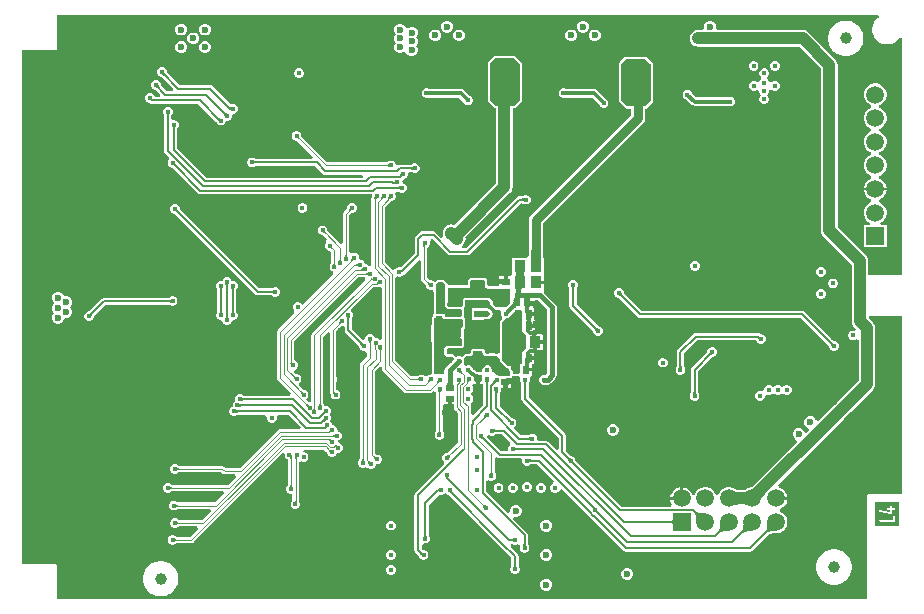
<source format=gbl>
G04*
G04 #@! TF.GenerationSoftware,Altium Limited,Altium Designer,24.4.1 (13)*
G04*
G04 Layer_Physical_Order=4*
G04 Layer_Color=16711680*
%FSLAX44Y44*%
%MOMM*%
G71*
G04*
G04 #@! TF.SameCoordinates,84C276BA-1ECB-4C60-8319-21ABD3FB6CDE*
G04*
G04*
G04 #@! TF.FilePolarity,Positive*
G04*
G01*
G75*
%ADD12C,0.2000*%
%ADD17R,0.6000X0.6400*%
%ADD18R,0.9000X1.0000*%
%ADD23C,0.4200*%
%ADD31R,1.0000X0.9000*%
%ADD35R,0.6400X0.6000*%
%ADD67C,1.0000*%
%ADD68C,0.3000*%
%ADD70C,0.1250*%
%ADD71C,0.5000*%
%ADD73C,0.4000*%
%ADD74C,0.6000*%
%ADD75C,1.5000*%
%ADD76R,1.5000X1.5000*%
%ADD77C,0.6000*%
%ADD78C,1.0000*%
%ADD79C,0.8000*%
%ADD80C,0.3500*%
G36*
X624000Y675500D02*
Y645500D01*
X619000Y640500D01*
X604000D01*
Y640500D01*
X599000Y645500D01*
Y676500D01*
X603000Y680500D01*
X619000D01*
X624000Y675500D01*
D02*
G37*
G36*
X735000Y675000D02*
Y645000D01*
X730000Y640000D01*
X715000D01*
Y640000D01*
X710000Y645000D01*
Y676000D01*
X714000Y680000D01*
X730000D01*
X735000Y675000D01*
D02*
G37*
G36*
X437104Y614748D02*
X437122Y614527D01*
X437154Y614316D01*
X437198Y614116D01*
X437257Y613926D01*
X437328Y613747D01*
X437414Y613578D01*
X437513Y613419D01*
X437625Y613271D01*
X437751Y613133D01*
X436867Y612249D01*
X436729Y612375D01*
X436581Y612487D01*
X436422Y612586D01*
X436253Y612672D01*
X436074Y612743D01*
X435884Y612802D01*
X435684Y612846D01*
X435473Y612878D01*
X435252Y612896D01*
X435021Y612900D01*
X437100Y614979D01*
X437104Y614748D01*
D02*
G37*
G36*
X513500Y588530D02*
X513334Y588690D01*
X513165Y588834D01*
X512994Y588961D01*
X512820Y589071D01*
X512645Y589164D01*
X512467Y589240D01*
X512287Y589299D01*
X512106Y589341D01*
X511922Y589366D01*
X511735Y589375D01*
Y590625D01*
X511922Y590633D01*
X512106Y590659D01*
X512287Y590701D01*
X512467Y590760D01*
X512645Y590836D01*
X512820Y590929D01*
X512994Y591039D01*
X513165Y591166D01*
X513334Y591309D01*
X513500Y591470D01*
Y588530D01*
D02*
G37*
G36*
X533500Y586030D02*
X533401Y586119D01*
X533289Y586199D01*
X533162Y586270D01*
X533022Y586331D01*
X532868Y586382D01*
X532701Y586425D01*
X532519Y586458D01*
X532324Y586481D01*
X532116Y586495D01*
X531893Y586500D01*
Y588500D01*
X532116Y588505D01*
X532519Y588542D01*
X532701Y588575D01*
X532868Y588618D01*
X533022Y588669D01*
X533162Y588730D01*
X533289Y588801D01*
X533401Y588881D01*
X533500Y588970D01*
Y586030D01*
D02*
G37*
G36*
X524237Y580544D02*
X524216Y580542D01*
X524182Y580525D01*
X524134Y580492D01*
X524074Y580445D01*
X523914Y580305D01*
X523436Y579843D01*
X522036Y581272D01*
X522925Y582176D01*
X524237Y580544D01*
D02*
G37*
G36*
X522500Y569530D02*
X522401Y569619D01*
X522289Y569699D01*
X522162Y569770D01*
X522022Y569831D01*
X521868Y569883D01*
X521701Y569925D01*
X521519Y569958D01*
X521325Y569981D01*
X521116Y569995D01*
X520893Y570000D01*
Y572000D01*
X521116Y572005D01*
X521519Y572042D01*
X521701Y572075D01*
X521868Y572118D01*
X522022Y572169D01*
X522162Y572230D01*
X522289Y572301D01*
X522401Y572381D01*
X522500Y572470D01*
Y569530D01*
D02*
G37*
G36*
X502573Y561944D02*
X502482Y561955D01*
X502385Y561950D01*
X502284Y561929D01*
X502178Y561893D01*
X502067Y561842D01*
X501952Y561775D01*
X501832Y561692D01*
X501707Y561594D01*
X501577Y561480D01*
X501442Y561351D01*
X500558Y562235D01*
X500675Y562357D01*
X500775Y562476D01*
X500861Y562591D01*
X500931Y562702D01*
X500985Y562809D01*
X501024Y562913D01*
X501047Y563013D01*
X501055Y563110D01*
X501047Y563202D01*
X501023Y563291D01*
X502573Y561944D01*
D02*
G37*
G36*
X514979Y561900D02*
X514748Y561896D01*
X514527Y561878D01*
X514316Y561847D01*
X514116Y561802D01*
X513926Y561743D01*
X513747Y561671D01*
X513578Y561586D01*
X513419Y561488D01*
X513271Y561375D01*
X513133Y561249D01*
X512249Y562133D01*
X512375Y562271D01*
X512487Y562419D01*
X512586Y562578D01*
X512672Y562747D01*
X512743Y562926D01*
X512802Y563116D01*
X512846Y563316D01*
X512878Y563527D01*
X512896Y563748D01*
X512900Y563979D01*
X514979Y561900D01*
D02*
G37*
G36*
X508979D02*
X508748Y561896D01*
X508527Y561878D01*
X508316Y561847D01*
X508116Y561802D01*
X507926Y561743D01*
X507747Y561671D01*
X507578Y561586D01*
X507419Y561488D01*
X507271Y561375D01*
X507133Y561249D01*
X506250Y562133D01*
X506375Y562271D01*
X506488Y562419D01*
X506586Y562578D01*
X506672Y562747D01*
X506743Y562926D01*
X506802Y563116D01*
X506847Y563316D01*
X506878Y563527D01*
X506896Y563748D01*
X506900Y563979D01*
X508979Y561900D01*
D02*
G37*
G36*
X627500Y559530D02*
X627401Y559619D01*
X627289Y559699D01*
X627162Y559770D01*
X627022Y559831D01*
X626868Y559883D01*
X626701Y559925D01*
X626519Y559958D01*
X626325Y559981D01*
X626116Y559995D01*
X625893Y560000D01*
Y562000D01*
X626116Y562005D01*
X626519Y562042D01*
X626701Y562075D01*
X626868Y562118D01*
X627022Y562169D01*
X627162Y562230D01*
X627289Y562301D01*
X627401Y562381D01*
X627500Y562470D01*
Y559530D01*
D02*
G37*
G36*
X481979Y551900D02*
X481748Y551896D01*
X481527Y551878D01*
X481316Y551847D01*
X481116Y551802D01*
X480926Y551743D01*
X480747Y551672D01*
X480578Y551586D01*
X480419Y551488D01*
X480271Y551375D01*
X480133Y551250D01*
X479249Y552133D01*
X479375Y552271D01*
X479487Y552419D01*
X479586Y552578D01*
X479672Y552747D01*
X479743Y552926D01*
X479802Y553116D01*
X479846Y553316D01*
X479878Y553527D01*
X479896Y553748D01*
X479900Y553979D01*
X481979Y551900D01*
D02*
G37*
G36*
X459104Y534748D02*
X459122Y534527D01*
X459154Y534316D01*
X459198Y534116D01*
X459257Y533926D01*
X459328Y533747D01*
X459414Y533578D01*
X459512Y533419D01*
X459625Y533271D01*
X459751Y533133D01*
X458867Y532249D01*
X458729Y532375D01*
X458581Y532487D01*
X458422Y532586D01*
X458253Y532672D01*
X458074Y532743D01*
X457884Y532802D01*
X457684Y532846D01*
X457473Y532878D01*
X457252Y532896D01*
X457021Y532900D01*
X459100Y534979D01*
X459104Y534748D01*
D02*
G37*
G36*
X544579Y521981D02*
X544397Y521919D01*
X544235Y521842D01*
X544092Y521749D01*
X543968Y521641D01*
X543863Y521518D01*
X543778Y521379D01*
X543711Y521226D01*
X543663Y521057D01*
X543634Y520873D01*
X543625Y520674D01*
X542375Y520893D01*
X542371Y521167D01*
X542318Y521944D01*
X542285Y522190D01*
X542145Y522884D01*
X542084Y523101D01*
X542016Y523312D01*
X544579Y521981D01*
D02*
G37*
G36*
X465104Y521748D02*
X465122Y521527D01*
X465154Y521316D01*
X465198Y521116D01*
X465257Y520926D01*
X465328Y520747D01*
X465414Y520578D01*
X465513Y520419D01*
X465625Y520271D01*
X465751Y520133D01*
X464867Y519249D01*
X464729Y519375D01*
X464581Y519487D01*
X464422Y519586D01*
X464253Y519672D01*
X464074Y519743D01*
X463884Y519802D01*
X463684Y519846D01*
X463473Y519878D01*
X463252Y519896D01*
X463021Y519900D01*
X465100Y521979D01*
X465104Y521748D01*
D02*
G37*
G36*
X477634Y514078D02*
X477659Y513894D01*
X477701Y513713D01*
X477760Y513533D01*
X477836Y513355D01*
X477929Y513180D01*
X478039Y513006D01*
X478166Y512835D01*
X478310Y512666D01*
X478470Y512500D01*
X475530D01*
X475691Y512666D01*
X475834Y512835D01*
X475961Y513006D01*
X476071Y513180D01*
X476164Y513355D01*
X476240Y513533D01*
X476299Y513713D01*
X476341Y513894D01*
X476367Y514078D01*
X476375Y514265D01*
X477625D01*
X477634Y514078D01*
D02*
G37*
G36*
X641755Y516450D02*
X642130Y510050D01*
X642219Y509969D01*
X633280D01*
X633370Y510050D01*
X633450Y510289D01*
X633520Y510690D01*
X633581Y511250D01*
X633708Y513890D01*
X633750Y517970D01*
X641750D01*
X641755Y516450D01*
D02*
G37*
G36*
X483979Y509900D02*
X483748Y509896D01*
X483527Y509878D01*
X483316Y509846D01*
X483116Y509802D01*
X482926Y509743D01*
X482747Y509672D01*
X482578Y509586D01*
X482419Y509487D01*
X482271Y509375D01*
X482133Y509249D01*
X481250Y510133D01*
X481375Y510271D01*
X481488Y510419D01*
X481586Y510578D01*
X481672Y510747D01*
X481743Y510926D01*
X481802Y511116D01*
X481847Y511316D01*
X481878Y511527D01*
X481896Y511748D01*
X481900Y511979D01*
X483979Y509900D01*
D02*
G37*
G36*
X472633Y510079D02*
X472659Y509894D01*
X472701Y509712D01*
X472760Y509533D01*
X472836Y509355D01*
X472929Y509180D01*
X473039Y509006D01*
X473166Y508835D01*
X473309Y508666D01*
X473470Y508500D01*
X470530D01*
X470690Y508666D01*
X470834Y508835D01*
X470961Y509006D01*
X471071Y509180D01*
X471164Y509355D01*
X471240Y509533D01*
X471299Y509712D01*
X471341Y509894D01*
X471367Y510079D01*
X471375Y510265D01*
X472625D01*
X472633Y510079D01*
D02*
G37*
G36*
X467634Y507079D02*
X467659Y506894D01*
X467701Y506712D01*
X467760Y506533D01*
X467836Y506355D01*
X467929Y506180D01*
X468039Y506006D01*
X468166Y505835D01*
X468310Y505667D01*
X468470Y505500D01*
X465530D01*
X465691Y505667D01*
X465834Y505835D01*
X465961Y506006D01*
X466071Y506180D01*
X466164Y506355D01*
X466240Y506533D01*
X466299Y506712D01*
X466341Y506894D01*
X466367Y507079D01*
X466375Y507265D01*
X467625D01*
X467634Y507079D01*
D02*
G37*
G36*
X487500Y504530D02*
X487334Y504691D01*
X487165Y504834D01*
X486994Y504961D01*
X486820Y505071D01*
X486645Y505164D01*
X486467Y505240D01*
X486287Y505299D01*
X486106Y505341D01*
X485922Y505367D01*
X485735Y505375D01*
Y506625D01*
X485922Y506633D01*
X486106Y506659D01*
X486287Y506701D01*
X486467Y506760D01*
X486645Y506836D01*
X486820Y506929D01*
X486994Y507039D01*
X487165Y507166D01*
X487334Y507309D01*
X487500Y507470D01*
Y504530D01*
D02*
G37*
G36*
X491628Y500410D02*
X491445Y500560D01*
X491262Y500695D01*
X491079Y500813D01*
X490896Y500916D01*
X490713Y501003D01*
X490530Y501074D01*
X490347Y501129D01*
X490164Y501168D01*
X489981Y501192D01*
X489798Y501200D01*
X489689Y502450D01*
X489878Y502459D01*
X490063Y502486D01*
X490243Y502530D01*
X490419Y502592D01*
X490591Y502673D01*
X490758Y502770D01*
X490921Y502886D01*
X491079Y503019D01*
X491233Y503171D01*
X491383Y503340D01*
X491628Y500410D01*
D02*
G37*
G36*
X928054Y715451D02*
X927209Y714887D01*
X927032Y714709D01*
X926823Y714570D01*
X925430Y713177D01*
X925291Y712968D01*
X925113Y712791D01*
X924019Y711153D01*
X923923Y710921D01*
X923783Y710712D01*
X923029Y708892D01*
X922980Y708646D01*
X922884Y708414D01*
X922500Y706482D01*
Y706231D01*
X922451Y705985D01*
Y704015D01*
X922500Y703769D01*
Y703518D01*
X922884Y701586D01*
X922980Y701354D01*
X923029Y701108D01*
X923783Y699288D01*
X923923Y699079D01*
X924019Y698847D01*
X925113Y697209D01*
X925291Y697032D01*
X925430Y696823D01*
X926823Y695430D01*
X927032Y695291D01*
X927209Y695113D01*
X928847Y694019D01*
X929079Y693923D01*
X929288Y693783D01*
X931108Y693029D01*
X931354Y692980D01*
X931586Y692884D01*
X933518Y692500D01*
X933769D01*
X934015Y692451D01*
X935985D01*
X936231Y692500D01*
X936482D01*
X938414Y692884D01*
X938646Y692980D01*
X938892Y693029D01*
X940712Y693783D01*
X940921Y693923D01*
X941153Y694019D01*
X942791Y695113D01*
X942968Y695291D01*
X943177Y695430D01*
X944570Y696823D01*
X944709Y697032D01*
X944887Y697209D01*
X945451Y698054D01*
X947451Y697447D01*
X947451Y497549D01*
X920000D01*
X919060Y498320D01*
Y509000D01*
X918820Y510827D01*
X918114Y512530D01*
X916992Y513992D01*
X893060Y537924D01*
Y675000D01*
X892820Y676827D01*
X892114Y678530D01*
X890993Y679992D01*
X868492Y702492D01*
X867030Y703615D01*
X865327Y704320D01*
X863500Y704560D01*
X791359D01*
X790000Y706506D01*
Y708495D01*
X789239Y710332D01*
X787832Y711739D01*
X785995Y712500D01*
X784005D01*
X782168Y711739D01*
X780761Y710332D01*
X780000Y708495D01*
Y706506D01*
X778641Y704560D01*
X775000D01*
X773173Y704320D01*
X771470Y703615D01*
X770008Y702492D01*
X768885Y701030D01*
X768180Y699327D01*
X767940Y697500D01*
X768180Y695673D01*
X768885Y693970D01*
X770008Y692508D01*
X771470Y691385D01*
X773173Y690680D01*
X775000Y690440D01*
X860575D01*
X878940Y672076D01*
Y535000D01*
X879180Y533173D01*
X879885Y531470D01*
X881008Y530008D01*
X904940Y506076D01*
Y457909D01*
X905180Y456081D01*
X905885Y454378D01*
X907008Y452916D01*
X908255Y451669D01*
X907122Y449973D01*
X906815Y450100D01*
X905184D01*
X903678Y449476D01*
X902524Y448322D01*
X901900Y446815D01*
Y445185D01*
X902524Y443677D01*
X903678Y442524D01*
X905184Y441900D01*
X906815D01*
X908322Y442524D01*
X908940Y443141D01*
X910940Y442383D01*
Y407924D01*
X894258Y391242D01*
X893989Y390892D01*
X889108Y386011D01*
X888758Y385742D01*
X876848Y373833D01*
X874614Y374427D01*
X874239Y375332D01*
X872832Y376739D01*
X870995Y377500D01*
X869006D01*
X867168Y376739D01*
X865761Y375332D01*
X865000Y373495D01*
Y371505D01*
X865761Y369668D01*
X867168Y368261D01*
X868073Y367886D01*
X868667Y365652D01*
X866848Y363833D01*
X864614Y364427D01*
X864239Y365332D01*
X862832Y366739D01*
X860995Y367500D01*
X859005D01*
X857168Y366739D01*
X855761Y365332D01*
X855000Y363495D01*
Y361505D01*
X855761Y359668D01*
X857168Y358261D01*
X858073Y357886D01*
X858667Y355652D01*
X821988Y318973D01*
X820763Y317804D01*
X820408Y317500D01*
X819749D01*
X817333Y316853D01*
X815167Y315602D01*
X814813Y315248D01*
X811258Y315060D01*
X809457D01*
X807765Y315100D01*
X807299Y315136D01*
X806833Y315602D01*
X804667Y316853D01*
X802251Y317500D01*
X799749D01*
X797333Y316853D01*
X795167Y315602D01*
X793398Y313833D01*
X792147Y311667D01*
X792035Y311248D01*
X789965D01*
X789853Y311667D01*
X788602Y313833D01*
X786833Y315602D01*
X784667Y316853D01*
X782251Y317500D01*
X779749D01*
X777333Y316853D01*
X775167Y315602D01*
X773398Y313833D01*
X772148Y311667D01*
X772035Y311248D01*
X769965D01*
X769853Y311667D01*
X768602Y313833D01*
X766833Y315602D01*
X764667Y316853D01*
X762251Y317500D01*
X762000D01*
Y308000D01*
X761000D01*
Y307000D01*
X751500D01*
Y306749D01*
X752147Y304333D01*
X752883Y303059D01*
X751807Y301059D01*
X710267D01*
X671137Y340189D01*
X671133Y340194D01*
X671102Y340239D01*
X671100Y340242D01*
Y340816D01*
X670476Y342323D01*
X669323Y343476D01*
X667816Y344100D01*
X667242D01*
X667239Y344102D01*
X667217Y344117D01*
X667169Y344156D01*
X663059Y348267D01*
Y360750D01*
X662826Y361921D01*
X662163Y362913D01*
X631564Y393512D01*
Y405704D01*
X631564Y405710D01*
X631574Y405764D01*
X631575Y405767D01*
X631981Y406173D01*
X632605Y407680D01*
Y409311D01*
X632402Y409800D01*
X633611Y411800D01*
X634400D01*
Y415500D01*
X629400D01*
Y418500D01*
X634400D01*
Y421800D01*
X636400D01*
Y425500D01*
X631400D01*
Y428500D01*
X636400D01*
Y432200D01*
X637862Y433500D01*
X643500D01*
Y439000D01*
X637000D01*
Y442000D01*
X643500D01*
Y447500D01*
X638362D01*
X636900Y448800D01*
Y452500D01*
X631900D01*
Y455500D01*
X636900D01*
Y459200D01*
X636400D01*
Y462500D01*
X634434D01*
X634389Y462446D01*
X634370Y462369D01*
Y462500D01*
X631400D01*
Y465500D01*
X634370D01*
Y466171D01*
X634389Y466095D01*
X634445Y466027D01*
X634541Y465967D01*
X634674Y465915D01*
X634845Y465871D01*
X635054Y465835D01*
X635301Y465807D01*
X635909Y465774D01*
X636270Y465770D01*
Y465500D01*
X636400D01*
Y469200D01*
X635400D01*
Y471212D01*
X634094Y471133D01*
X633833Y471089D01*
X633630Y471036D01*
X633485Y470976D01*
X633399Y470907D01*
X633369Y470830D01*
X633090Y470801D01*
X632840Y470710D01*
X632620Y470560D01*
X632429Y470350D01*
X632267Y470080D01*
X632135Y469751D01*
X632032Y469361D01*
X631973Y469000D01*
X632035Y468628D01*
X632140Y468234D01*
X632275Y467901D01*
X632440Y467628D01*
X632635Y467416D01*
X632860Y467263D01*
X633115Y467171D01*
X633400Y467139D01*
X628430Y467169D01*
X628520Y467200D01*
X628600Y467290D01*
X628670Y467439D01*
X628731Y467649D01*
X628783Y467920D01*
X628825Y468250D01*
X628857Y468728D01*
X628841Y468910D01*
X628768Y469361D01*
X628665Y469751D01*
X628533Y470080D01*
X628371Y470350D01*
X628180Y470560D01*
X627960Y470710D01*
X627710Y470801D01*
X627430Y470830D01*
X633369D01*
Y472500D01*
X630400D01*
Y475500D01*
X633369D01*
Y475630D01*
X633384Y475500D01*
X635856D01*
X636537Y476385D01*
X639048D01*
X647154Y468279D01*
Y413921D01*
X645849Y412617D01*
X644529D01*
X644529Y412617D01*
X644445Y412600D01*
X643675D01*
X642168Y411976D01*
X641014Y410822D01*
X640390Y409315D01*
Y407685D01*
X641014Y406177D01*
X642168Y405024D01*
X643675Y404400D01*
X645306D01*
X645450Y404460D01*
X647538D01*
X647538Y404460D01*
X649099Y404770D01*
X650422Y405654D01*
X654116Y409348D01*
X654116Y409348D01*
X655000Y410671D01*
X655310Y412232D01*
Y469968D01*
X655310Y469968D01*
X655000Y471529D01*
X654116Y472852D01*
X644758Y482210D01*
X644250Y484000D01*
X644250Y484000D01*
X644250D01*
X644250Y484000D01*
Y489500D01*
X637750D01*
Y492500D01*
X644250D01*
Y496000D01*
X644250Y498000D01*
X644250Y500000D01*
Y509926D01*
X644259Y509969D01*
X644250Y510013D01*
Y510040D01*
X644256Y510080D01*
X644250Y510103D01*
Y512000D01*
X644059D01*
X643867Y515254D01*
Y541216D01*
X728326Y625674D01*
X729652Y627659D01*
X730117Y630000D01*
Y637984D01*
X730780Y638116D01*
X731442Y638558D01*
X731442Y638558D01*
X736442Y643558D01*
X736884Y644220D01*
X737039Y645000D01*
Y657038D01*
X737100Y657185D01*
Y658816D01*
X737039Y658962D01*
Y673038D01*
X737100Y673185D01*
Y674816D01*
X737039Y674962D01*
Y675000D01*
X736884Y675780D01*
X736442Y676442D01*
X736442Y676442D01*
X731442Y681442D01*
X730780Y681884D01*
X730000Y682039D01*
X714000D01*
X714000Y682039D01*
X713220Y681884D01*
X712558Y681442D01*
X712558Y681442D01*
X708558Y677442D01*
X708116Y676780D01*
X707961Y676000D01*
Y645000D01*
X707961Y645000D01*
X708116Y644220D01*
X708558Y643558D01*
X713558Y638558D01*
X713558Y638558D01*
X714220Y638116D01*
X715000Y637961D01*
X717883D01*
Y632534D01*
X633424Y548076D01*
X632098Y546091D01*
X631632Y543750D01*
Y513634D01*
X631212Y512856D01*
X630124Y512000D01*
X629250Y512000D01*
X617750D01*
Y500074D01*
X617741Y500031D01*
X617750Y499987D01*
Y498172D01*
X617640Y497818D01*
X616785Y496400D01*
X615943Y496400D01*
X613500D01*
Y496280D01*
X613770D01*
X613774Y495917D01*
X613836Y495057D01*
X613873Y494847D01*
X613918Y494675D01*
X613972Y494542D01*
X614033Y494446D01*
X614103Y494389D01*
X614181Y494370D01*
X613500D01*
Y491400D01*
X612000D01*
Y489900D01*
X608858D01*
X608861Y489500D01*
X608829Y489785D01*
X608787Y489900D01*
X606800D01*
Y488566D01*
X605200Y487600D01*
X597284D01*
X597042Y487842D01*
X596839Y487977D01*
Y492200D01*
X596684Y492980D01*
X596242Y493642D01*
X595442Y494442D01*
X594780Y494884D01*
X594000Y495039D01*
X583000D01*
X582220Y494884D01*
X581558Y494442D01*
X581558Y494442D01*
X580758Y493642D01*
X580316Y492980D01*
X580161Y492200D01*
Y488600D01*
X564994D01*
X563039Y489000D01*
X562884Y489780D01*
X562442Y490442D01*
X562442Y490442D01*
X560442Y492442D01*
X560442Y492442D01*
X559780Y492884D01*
X559000Y493039D01*
X555000D01*
X554220Y492884D01*
X553558Y492442D01*
X551957Y490841D01*
X550818Y491981D01*
X549311Y492605D01*
X548690D01*
X548513Y492644D01*
X548344Y492647D01*
X548254Y492654D01*
X548185Y492664D01*
X548134Y492676D01*
X548101Y492686D01*
X548098Y492687D01*
X545776Y495009D01*
X545676Y495250D01*
Y520257D01*
X546323Y520524D01*
X547476Y521678D01*
X548100Y523185D01*
Y524815D01*
X547934Y525215D01*
X548779Y527111D01*
X548911Y527277D01*
X550418Y527256D01*
X562837Y514837D01*
X562837Y514837D01*
X563829Y514174D01*
X565000Y513941D01*
X565000Y513941D01*
X579500D01*
X579500Y513941D01*
X580671Y514174D01*
X581663Y514837D01*
X624767Y557941D01*
X626209D01*
X626215Y557940D01*
X626269Y557931D01*
X626272Y557930D01*
X626678Y557524D01*
X628185Y556900D01*
X629816D01*
X631323Y557524D01*
X632476Y558677D01*
X633100Y560185D01*
Y561815D01*
X632476Y563322D01*
X631323Y564476D01*
X629816Y565100D01*
X628185D01*
X626678Y564476D01*
X626272Y564070D01*
X626269Y564069D01*
X626242Y564064D01*
X626181Y564059D01*
X623500D01*
X622329Y563826D01*
X621337Y563163D01*
X578233Y520059D01*
X575317D01*
X574794Y521274D01*
X574756Y522059D01*
X575992Y523008D01*
X577114Y524470D01*
X577820Y526173D01*
X578060Y528000D01*
X577935Y528950D01*
X615992Y567008D01*
X617114Y568470D01*
X617820Y570173D01*
X618060Y572000D01*
Y638461D01*
X619000D01*
X619780Y638616D01*
X620442Y639058D01*
X620442Y639058D01*
X625442Y644058D01*
X625884Y644720D01*
X626039Y645500D01*
Y675500D01*
X625884Y676280D01*
X625442Y676942D01*
X625442Y676942D01*
X620442Y681942D01*
X619780Y682384D01*
X619000Y682539D01*
X603000D01*
X603000Y682539D01*
X602220Y682384D01*
X601558Y681942D01*
X601558Y681942D01*
X597558Y677942D01*
X597116Y677280D01*
X596961Y676500D01*
Y645500D01*
X596961Y645500D01*
X597116Y644720D01*
X597558Y644058D01*
X602558Y639058D01*
X602558Y639058D01*
X603220Y638616D01*
X603940Y638473D01*
Y574925D01*
X568540Y539525D01*
X567827Y539820D01*
X566000Y540060D01*
X564173Y539820D01*
X562470Y539114D01*
X561008Y537992D01*
X559885Y536530D01*
X559180Y534827D01*
X558940Y533000D01*
X559006Y532500D01*
X558940Y532000D01*
X559180Y530173D01*
X559321Y529833D01*
X557625Y528701D01*
X553163Y533163D01*
X552170Y533826D01*
X551000Y534059D01*
X551000Y534059D01*
X541000D01*
X539829Y533826D01*
X538837Y533163D01*
X535837Y530163D01*
X535174Y529170D01*
X534941Y528000D01*
X534941Y528000D01*
Y515267D01*
X523493Y503819D01*
X522816Y504100D01*
X521185D01*
X519678Y503476D01*
X518524Y502322D01*
X518456Y502158D01*
X516097Y501688D01*
X509676Y508109D01*
Y554891D01*
X514603Y559818D01*
X514605Y559819D01*
X514639Y559829D01*
X514689Y559840D01*
X514759Y559851D01*
X514849Y559858D01*
X515018Y559861D01*
X515195Y559900D01*
X515816D01*
X517323Y560524D01*
X518476Y561678D01*
X519100Y563184D01*
Y564815D01*
X518654Y565892D01*
X519599Y567589D01*
X521525Y567677D01*
X521678Y567524D01*
X523185Y566900D01*
X524815D01*
X526322Y567524D01*
X527476Y568678D01*
X528100Y570185D01*
Y571815D01*
X527476Y573322D01*
X526322Y574476D01*
X524816Y575100D01*
X524762Y575228D01*
X524405Y576898D01*
X525707Y578400D01*
X525816D01*
X527322Y579024D01*
X528476Y580178D01*
X529100Y581684D01*
Y583316D01*
X529852Y584441D01*
X532209D01*
X532215Y584440D01*
X532269Y584431D01*
X532272Y584430D01*
X532677Y584024D01*
X534184Y583400D01*
X535816D01*
X537322Y584024D01*
X538476Y585177D01*
X539100Y586684D01*
Y588316D01*
X538476Y589822D01*
X537322Y590976D01*
X535816Y591600D01*
X534184D01*
X532677Y590976D01*
X532272Y590570D01*
X532269Y590569D01*
X532242Y590564D01*
X532181Y590559D01*
X522500D01*
X522500Y590559D01*
X521329Y590326D01*
X521100Y590173D01*
X520047Y590511D01*
X519103Y590972D01*
X518982Y591101D01*
X518476Y592322D01*
X517323Y593476D01*
X515816Y594100D01*
X514184D01*
X512678Y593476D01*
X512239Y593037D01*
X512086Y592939D01*
X511965Y592822D01*
X511896Y592764D01*
X511839Y592721D01*
X511795Y592694D01*
X511765Y592678D01*
X511762Y592676D01*
X461109D01*
X439182Y614603D01*
X439181Y614605D01*
X439171Y614639D01*
X439160Y614689D01*
X439149Y614759D01*
X439142Y614849D01*
X439139Y615018D01*
X439100Y615195D01*
Y615816D01*
X438476Y617322D01*
X437322Y618476D01*
X435816Y619100D01*
X434184D01*
X432677Y618476D01*
X431524Y617322D01*
X430900Y615816D01*
Y614184D01*
X431524Y612677D01*
X432677Y611524D01*
X434184Y610900D01*
X434805D01*
X434982Y610861D01*
X435151Y610858D01*
X435241Y610851D01*
X435311Y610840D01*
X435361Y610829D01*
X435395Y610819D01*
X435397Y610818D01*
X448808Y597407D01*
X448043Y595559D01*
X400190D01*
X399772Y595976D01*
X398265Y596600D01*
X396634D01*
X395128Y595976D01*
X393974Y594823D01*
X393350Y593316D01*
Y591684D01*
X393974Y590178D01*
X395128Y589024D01*
X396634Y588400D01*
X398265D01*
X399772Y589024D01*
X400190Y589441D01*
X450733D01*
X457337Y582837D01*
X457337Y582837D01*
X458330Y582174D01*
X459500Y581941D01*
X490011D01*
X491080Y579941D01*
X490824Y579559D01*
X359017D01*
X334059Y604517D01*
Y621260D01*
X334476Y621678D01*
X335100Y623185D01*
Y624815D01*
X334476Y626322D01*
X333322Y627476D01*
X331815Y628100D01*
X330185D01*
X329059Y628852D01*
Y632261D01*
X329476Y632678D01*
X330100Y634184D01*
Y635816D01*
X329476Y637322D01*
X328322Y638476D01*
X326816Y639100D01*
X325185D01*
X323678Y638476D01*
X322524Y637322D01*
X321900Y635816D01*
Y634184D01*
X322524Y632678D01*
X322941Y632261D01*
Y602500D01*
X322941Y602500D01*
X323174Y601329D01*
X323837Y600337D01*
X326985Y597189D01*
X326774Y594572D01*
X326524Y594323D01*
X325900Y592816D01*
Y591185D01*
X326524Y589678D01*
X327678Y588524D01*
X329184Y587900D01*
X329774D01*
X351337Y566337D01*
X352329Y565674D01*
X353500Y565441D01*
X353500Y565441D01*
X498482D01*
X498900Y564815D01*
Y563375D01*
X498527Y562817D01*
X498324Y561793D01*
X498324Y561793D01*
Y505088D01*
X497026Y504550D01*
X496324Y504475D01*
X495322Y505476D01*
X493815Y506100D01*
X493100D01*
Y506815D01*
X492476Y508322D01*
X491323Y509476D01*
X489816Y510100D01*
X488136Y511162D01*
X488100Y511948D01*
Y512816D01*
X487476Y514322D01*
X486322Y515476D01*
X484815Y516100D01*
X483185D01*
X481678Y515476D01*
X481676Y515475D01*
X479676Y516303D01*
Y547891D01*
X481603Y549818D01*
X481605Y549819D01*
X481639Y549829D01*
X481689Y549841D01*
X481759Y549851D01*
X481849Y549858D01*
X482018Y549861D01*
X482195Y549900D01*
X482816D01*
X484323Y550524D01*
X485476Y551678D01*
X486100Y553185D01*
Y554816D01*
X485476Y556323D01*
X484323Y557476D01*
X482816Y558100D01*
X481185D01*
X479678Y557476D01*
X478524Y556323D01*
X477900Y554816D01*
Y554195D01*
X477861Y554017D01*
X477858Y553849D01*
X477851Y553759D01*
X477840Y553689D01*
X477829Y553639D01*
X477819Y553605D01*
X477818Y553603D01*
X475107Y550892D01*
X474527Y550024D01*
X474324Y549000D01*
X474324Y549000D01*
Y524290D01*
X472324Y523461D01*
X461182Y534603D01*
X461181Y534605D01*
X461171Y534639D01*
X461160Y534689D01*
X461149Y534759D01*
X461142Y534849D01*
X461139Y535018D01*
X461100Y535195D01*
Y535816D01*
X460476Y537322D01*
X459322Y538476D01*
X457816Y539100D01*
X456185D01*
X454678Y538476D01*
X453524Y537322D01*
X452900Y535816D01*
Y534184D01*
X453524Y532677D01*
X454678Y531524D01*
X456185Y530900D01*
X456805D01*
X456982Y530861D01*
X457151Y530858D01*
X457241Y530851D01*
X457311Y530840D01*
X457361Y530829D01*
X457394Y530819D01*
X457397Y530818D01*
X460783Y527432D01*
X460294Y525092D01*
X459524Y524322D01*
X458900Y522816D01*
Y521185D01*
X459524Y519678D01*
X460677Y518524D01*
X462184Y517900D01*
X462805D01*
X462982Y517861D01*
X463151Y517858D01*
X463241Y517851D01*
X463311Y517840D01*
X463361Y517829D01*
X463395Y517819D01*
X463397Y517818D01*
X464324Y516891D01*
Y507238D01*
X464322Y507235D01*
X464306Y507205D01*
X464278Y507161D01*
X464236Y507104D01*
X464178Y507035D01*
X464061Y506914D01*
X463963Y506761D01*
X463524Y506323D01*
X462900Y504816D01*
Y503185D01*
X463524Y501678D01*
X464678Y500524D01*
X465550Y500163D01*
X466147Y498405D01*
X466135Y497920D01*
X440361Y472146D01*
X439476Y472323D01*
X438322Y473476D01*
X436815Y474100D01*
X435184D01*
X433677Y473476D01*
X432524Y472322D01*
X431900Y470816D01*
Y469184D01*
X432524Y467678D01*
X432794Y467408D01*
X433014Y464799D01*
X419108Y450892D01*
X418527Y450024D01*
X418324Y449000D01*
X418324Y449000D01*
Y410000D01*
X418324Y410000D01*
X418527Y408976D01*
X419108Y408107D01*
X430156Y397059D01*
X429328Y395059D01*
X389791D01*
X389785Y395060D01*
X389731Y395069D01*
X389728Y395070D01*
X389322Y395476D01*
X387816Y396100D01*
X386184D01*
X384678Y395476D01*
X383524Y394323D01*
X382900Y392816D01*
Y391185D01*
X383190Y390483D01*
X382579Y390230D01*
X381426Y389077D01*
X380802Y387570D01*
Y385939D01*
X380873Y385766D01*
X379579Y385230D01*
X378426Y384077D01*
X377802Y382570D01*
Y380939D01*
X378426Y379432D01*
X379579Y378278D01*
X381086Y377654D01*
X382717D01*
X384224Y378278D01*
X384630Y378684D01*
X384633Y378685D01*
X384660Y378690D01*
X384721Y378695D01*
X408514D01*
X409900Y376815D01*
Y375185D01*
X410524Y373678D01*
X411678Y372524D01*
X413185Y371900D01*
X414816D01*
X416323Y372524D01*
X417476Y373678D01*
X418100Y375185D01*
Y376815D01*
X419486Y378695D01*
X428370D01*
X438541Y368524D01*
X437775Y366676D01*
X421000D01*
X421000Y366676D01*
X419976Y366473D01*
X419108Y365892D01*
X419107Y365892D01*
X386891Y333676D01*
X375109D01*
X373893Y334893D01*
X373024Y335473D01*
X372000Y335676D01*
X372000Y335676D01*
X335238D01*
X335235Y335678D01*
X335205Y335694D01*
X335161Y335722D01*
X335104Y335764D01*
X335035Y335822D01*
X334914Y335939D01*
X334761Y336037D01*
X334322Y336476D01*
X332816Y337100D01*
X331185D01*
X329678Y336476D01*
X328524Y335322D01*
X327900Y333815D01*
Y332184D01*
X328524Y330677D01*
X329678Y329524D01*
X331185Y328900D01*
X332816D01*
X334322Y329524D01*
X334761Y329963D01*
X334914Y330061D01*
X335035Y330178D01*
X335104Y330236D01*
X335161Y330279D01*
X335205Y330306D01*
X335235Y330322D01*
X335238Y330324D01*
X370891D01*
X372107Y329108D01*
X372108Y329108D01*
X372976Y328527D01*
X374000Y328324D01*
X374000Y328324D01*
X382925D01*
X383691Y326476D01*
X376891Y319676D01*
X329238D01*
X329235Y319678D01*
X329205Y319694D01*
X329161Y319722D01*
X329104Y319764D01*
X329035Y319822D01*
X328914Y319939D01*
X328761Y320037D01*
X328322Y320476D01*
X326816Y321100D01*
X325185D01*
X323678Y320476D01*
X322524Y319322D01*
X321900Y317815D01*
Y316185D01*
X322524Y314678D01*
X323678Y313524D01*
X325185Y312900D01*
X326816D01*
X328322Y313524D01*
X328761Y313963D01*
X328914Y314061D01*
X329035Y314178D01*
X329104Y314236D01*
X329161Y314279D01*
X329205Y314306D01*
X329235Y314322D01*
X329238Y314324D01*
X372925D01*
X373691Y312476D01*
X365891Y304676D01*
X334238D01*
X334235Y304678D01*
X334205Y304694D01*
X334161Y304722D01*
X334104Y304764D01*
X334035Y304822D01*
X333914Y304939D01*
X333761Y305037D01*
X333322Y305476D01*
X331815Y306100D01*
X330185D01*
X328677Y305476D01*
X327524Y304322D01*
X326900Y302815D01*
Y301185D01*
X327524Y299678D01*
X328677Y298524D01*
X330185Y297900D01*
X331815D01*
X333322Y298524D01*
X333761Y298963D01*
X333914Y299061D01*
X334035Y299178D01*
X334104Y299236D01*
X334161Y299279D01*
X334205Y299306D01*
X334235Y299322D01*
X334238Y299324D01*
X361925D01*
X362691Y297476D01*
X354891Y289676D01*
X335238D01*
X335235Y289678D01*
X335205Y289694D01*
X335161Y289722D01*
X335104Y289764D01*
X335035Y289822D01*
X334914Y289939D01*
X334761Y290037D01*
X334322Y290476D01*
X332816Y291100D01*
X331185D01*
X329678Y290476D01*
X328524Y289322D01*
X327900Y287816D01*
Y286185D01*
X328524Y284678D01*
X329678Y283524D01*
X331185Y282900D01*
X332816D01*
X334322Y283524D01*
X334761Y283963D01*
X334914Y284061D01*
X335035Y284178D01*
X335104Y284236D01*
X335161Y284279D01*
X335205Y284306D01*
X335235Y284322D01*
X335238Y284324D01*
X350925D01*
X351691Y282476D01*
X344891Y275676D01*
X333238D01*
X333235Y275678D01*
X333205Y275694D01*
X333161Y275722D01*
X333104Y275764D01*
X333036Y275822D01*
X332914Y275939D01*
X332761Y276037D01*
X332322Y276476D01*
X330816Y277100D01*
X329184D01*
X327678Y276476D01*
X326524Y275322D01*
X325900Y273815D01*
Y272184D01*
X326524Y270678D01*
X327678Y269524D01*
X329184Y268900D01*
X330816D01*
X332322Y269524D01*
X332761Y269963D01*
X332914Y270061D01*
X333036Y270178D01*
X333104Y270236D01*
X333161Y270278D01*
X333205Y270306D01*
X333235Y270322D01*
X333238Y270324D01*
X346000D01*
X346000Y270324D01*
X347024Y270527D01*
X347892Y271108D01*
X423052Y346267D01*
X423331Y346199D01*
X424900Y345286D01*
Y344184D01*
X425524Y342677D01*
X426678Y341524D01*
X427574Y341153D01*
Y319372D01*
X427522Y319320D01*
X427421Y319236D01*
X427342Y319141D01*
X426524Y318323D01*
X425900Y316815D01*
Y315184D01*
X426524Y313678D01*
X427678Y312524D01*
X429184Y311900D01*
X430816D01*
X431499Y311444D01*
Y306327D01*
X431471Y306294D01*
X431424Y306246D01*
X431309Y306144D01*
X431191Y305989D01*
X430524Y305322D01*
X429900Y303815D01*
Y302185D01*
X430524Y300678D01*
X431678Y299524D01*
X433185Y298900D01*
X434815D01*
X436322Y299524D01*
X437476Y300678D01*
X438100Y302185D01*
Y303815D01*
X437476Y305322D01*
X437205Y305593D01*
X437167Y305665D01*
X437052Y305805D01*
X436985Y305896D01*
X436934Y305975D01*
X436897Y306042D01*
X436871Y306094D01*
X436856Y306135D01*
X436851Y306149D01*
Y338522D01*
X437976Y339139D01*
X438851Y339452D01*
X440185Y338900D01*
X441816D01*
X443322Y339524D01*
X444476Y340678D01*
X445100Y342184D01*
Y343815D01*
X444476Y345322D01*
X443322Y346476D01*
X441816Y347100D01*
X440547D01*
X440320Y347324D01*
X441138Y349324D01*
X458451D01*
X460343Y347433D01*
X460343Y347433D01*
X460877Y347075D01*
X460900Y346960D01*
Y346184D01*
X461524Y344678D01*
X462678Y343524D01*
X464184Y342900D01*
X465816D01*
X467323Y343524D01*
X468476Y344678D01*
X469100Y346184D01*
Y346844D01*
X469184Y346900D01*
X470816D01*
X472322Y347524D01*
X473476Y348678D01*
X474100Y350185D01*
Y351816D01*
X473476Y353322D01*
X472322Y354476D01*
X470816Y355100D01*
X470696D01*
X470298Y357100D01*
X471323Y357524D01*
X472476Y358677D01*
X473100Y360184D01*
Y361815D01*
X472476Y363322D01*
X471323Y364476D01*
X469816Y365100D01*
X469100Y366816D01*
X468476Y368322D01*
X467323Y369476D01*
X465816Y370100D01*
X465100D01*
Y370816D01*
X464476Y372322D01*
X463476Y373678D01*
X464100Y375185D01*
Y376816D01*
X463476Y378322D01*
X462798Y379000D01*
X463476Y379678D01*
X464100Y381185D01*
Y382816D01*
X463476Y384322D01*
X462322Y385476D01*
X460816Y386100D01*
X459184D01*
X459012Y386029D01*
X458476Y387322D01*
X458037Y387761D01*
X457939Y387914D01*
X457822Y388035D01*
X457764Y388104D01*
X457721Y388161D01*
X457694Y388205D01*
X457678Y388235D01*
X457676Y388238D01*
Y444891D01*
X461476Y448691D01*
X463324Y447925D01*
Y410904D01*
X463324Y410904D01*
X463499Y410025D01*
Y407975D01*
X463324Y407096D01*
X463324Y407096D01*
Y398207D01*
X463324Y398207D01*
X463527Y397183D01*
X463900Y396625D01*
Y395185D01*
X464524Y393677D01*
X465678Y392524D01*
X467184Y391900D01*
X468815D01*
X470322Y392524D01*
X471476Y393677D01*
X472100Y395185D01*
Y396815D01*
X471476Y398322D01*
X470322Y399476D01*
X468815Y400100D01*
X468676D01*
Y406391D01*
X468851Y407271D01*
X468851Y407271D01*
Y410729D01*
X468851Y410729D01*
X468676Y411609D01*
Y449891D01*
X473103Y454318D01*
X473106Y454319D01*
X473139Y454329D01*
X473189Y454340D01*
X473259Y454351D01*
X473349Y454358D01*
X473517Y454361D01*
X473695Y454400D01*
X474315D01*
X475691Y453481D01*
Y450250D01*
X475691Y450250D01*
X475924Y449080D01*
X476587Y448087D01*
X487863Y436811D01*
X487867Y436806D01*
X487898Y436761D01*
X487900Y436758D01*
Y436184D01*
X488524Y434678D01*
X489678Y433524D01*
X491185Y432900D01*
X492816D01*
X494324Y431360D01*
Y428109D01*
X489108Y422892D01*
X488527Y422024D01*
X488324Y421000D01*
X488324Y421000D01*
Y341238D01*
X488322Y341235D01*
X488306Y341205D01*
X488278Y341161D01*
X488236Y341104D01*
X488178Y341035D01*
X488061Y340914D01*
X487963Y340761D01*
X487524Y340322D01*
X486900Y338816D01*
Y337184D01*
X487524Y335678D01*
X488678Y334524D01*
X490185Y333900D01*
X491816D01*
X493322Y334524D01*
X495269Y333933D01*
X495677Y333524D01*
X497184Y332900D01*
X498815D01*
X500322Y333524D01*
X501476Y334678D01*
X502100Y336185D01*
Y336843D01*
X502184Y336900D01*
X503816D01*
X505322Y337524D01*
X506476Y338678D01*
X507100Y340185D01*
Y341815D01*
X506476Y343322D01*
X505322Y344476D01*
X503816Y345100D01*
X503195D01*
X503018Y345139D01*
X502849Y345142D01*
X502759Y345149D01*
X502689Y345160D01*
X502639Y345171D01*
X502606Y345181D01*
X502603Y345182D01*
X501501Y346284D01*
Y415716D01*
X505476Y419691D01*
X507324Y418925D01*
Y418000D01*
X507323Y418000D01*
X507527Y416976D01*
X508107Y416107D01*
X526107Y398107D01*
X526107Y398107D01*
X526976Y397527D01*
X528000Y397324D01*
X547986D01*
X547986Y397323D01*
X549010Y397527D01*
X549879Y398107D01*
X550600Y398828D01*
X552959Y398359D01*
X553034Y398178D01*
X553119Y398092D01*
X553128Y398077D01*
X553253Y397803D01*
X553279Y397730D01*
X553304Y397650D01*
X553320Y397584D01*
X553324Y397566D01*
Y384609D01*
X553149Y383729D01*
X553149Y383729D01*
Y380271D01*
X553149Y380271D01*
X553324Y379391D01*
Y365238D01*
X553322Y365235D01*
X553306Y365205D01*
X553278Y365161D01*
X553236Y365104D01*
X553178Y365036D01*
X553061Y364914D01*
X552963Y364761D01*
X552524Y364323D01*
X551900Y362816D01*
Y361185D01*
X552524Y359678D01*
X553678Y358524D01*
X555185Y357900D01*
X556815D01*
X558322Y358524D01*
X559476Y359678D01*
X560100Y361185D01*
Y362816D01*
X559476Y364323D01*
X559037Y364761D01*
X558939Y364914D01*
X558822Y365036D01*
X558764Y365104D01*
X558722Y365161D01*
X558694Y365205D01*
X558678Y365235D01*
X558676Y365238D01*
Y380095D01*
X558676Y380096D01*
X558501Y380975D01*
Y383024D01*
X558676Y383904D01*
X558676Y383904D01*
Y386065D01*
X559800Y387600D01*
X563500D01*
Y392600D01*
X566500D01*
Y387600D01*
X568291D01*
Y385033D01*
X568291Y385033D01*
X568494Y384009D01*
X569075Y383140D01*
X571824Y380391D01*
Y355609D01*
X562897Y346682D01*
X562895Y346681D01*
X562861Y346671D01*
X562811Y346660D01*
X562741Y346649D01*
X562651Y346642D01*
X562482Y346639D01*
X562305Y346600D01*
X561684D01*
X560177Y345976D01*
X559024Y344822D01*
X558400Y343316D01*
Y341684D01*
X559024Y340178D01*
X559524Y339678D01*
X559839Y337164D01*
X535587Y312913D01*
X534924Y311921D01*
X534691Y310750D01*
X534691Y310750D01*
Y274750D01*
Y264250D01*
X534691Y264250D01*
X534924Y263079D01*
X535587Y262087D01*
X538326Y259349D01*
X538400Y259256D01*
Y259184D01*
X539024Y257677D01*
X540178Y256524D01*
X541684Y255900D01*
X543316D01*
X544823Y256524D01*
X545976Y257677D01*
X546600Y259184D01*
Y260816D01*
X545976Y262322D01*
X544823Y263476D01*
X543316Y264100D01*
X542226D01*
X540809Y265517D01*
Y268780D01*
X542809Y270056D01*
X543185Y269900D01*
X544815D01*
X546323Y270524D01*
X547476Y271677D01*
X548100Y273184D01*
Y274816D01*
X547476Y276322D01*
X547070Y276728D01*
X547069Y276731D01*
X547065Y276758D01*
X547059Y276819D01*
Y302733D01*
X555653Y311327D01*
X556684Y310900D01*
X558316D01*
X559823Y311524D01*
X559943Y311645D01*
X561250Y312498D01*
X562557Y311645D01*
X562677Y311524D01*
X563374Y311236D01*
X563389Y311224D01*
X563416Y311198D01*
X563433Y311187D01*
X563448Y311176D01*
X563459Y311170D01*
X563802Y310872D01*
X607087Y267587D01*
X607087Y267587D01*
X616941Y257733D01*
Y250791D01*
X616940Y250785D01*
X616931Y250731D01*
X616930Y250728D01*
X616524Y250322D01*
X615900Y248815D01*
Y247184D01*
X616524Y245678D01*
X617678Y244524D01*
X619184Y243900D01*
X620816D01*
X622323Y244524D01*
X623476Y245678D01*
X624100Y247184D01*
Y248815D01*
X623476Y250322D01*
X623070Y250728D01*
X623069Y250731D01*
X623064Y250758D01*
X623059Y250819D01*
Y259000D01*
X623059Y259000D01*
X622826Y260170D01*
X622163Y261163D01*
X622163Y261163D01*
X616398Y266928D01*
X616605Y268610D01*
X616961Y269193D01*
X618061Y269366D01*
X619184Y268900D01*
X620816D01*
X621688Y269261D01*
X623570Y268625D01*
X623966Y268339D01*
X624196Y267530D01*
X623900Y266815D01*
Y265184D01*
X624524Y263678D01*
X625677Y262524D01*
X627184Y261900D01*
X628815D01*
X630322Y262524D01*
X631476Y263678D01*
X632100Y265184D01*
Y266815D01*
X631476Y268323D01*
X631070Y268728D01*
X631069Y268731D01*
X631064Y268758D01*
X631059Y268819D01*
Y277000D01*
X631059Y277000D01*
X630826Y278171D01*
X630163Y279163D01*
X630163Y279163D01*
X618556Y290770D01*
X619520Y292359D01*
X619654Y292500D01*
X621595D01*
X623432Y293261D01*
X624839Y294668D01*
X625600Y296505D01*
Y298495D01*
X624839Y300332D01*
X623432Y301739D01*
X621595Y302500D01*
X619605D01*
X617768Y301739D01*
X616361Y300332D01*
X615600Y298495D01*
Y296554D01*
X615459Y296420D01*
X613870Y295456D01*
X595809Y313517D01*
Y322565D01*
X597678Y323524D01*
X599184Y322900D01*
X600816D01*
X602322Y323524D01*
X603476Y324678D01*
X604100Y326185D01*
Y327816D01*
X603476Y329323D01*
X603037Y329761D01*
X602939Y329914D01*
X602822Y330036D01*
X602764Y330104D01*
X602721Y330161D01*
X602694Y330205D01*
X602678Y330235D01*
X602676Y330238D01*
Y342385D01*
X604524Y343150D01*
X604837Y342837D01*
X605830Y342174D01*
X607000Y341941D01*
X607000Y341941D01*
X625148D01*
X625900Y340816D01*
Y339184D01*
X626524Y337678D01*
X627678Y336524D01*
X629184Y335900D01*
X630816D01*
X632323Y336524D01*
X632728Y336930D01*
X632731Y336931D01*
X632758Y336936D01*
X632819Y336941D01*
X638733D01*
X652727Y322948D01*
X652167Y320679D01*
X651677Y320476D01*
X650524Y319322D01*
X649900Y317815D01*
Y316185D01*
X650524Y314678D01*
X651677Y313524D01*
X653184Y312900D01*
X654816D01*
X656322Y313524D01*
X657476Y314678D01*
X657679Y315167D01*
X659948Y315727D01*
X680598Y295076D01*
X680624Y294945D01*
X681287Y293952D01*
X683952Y291287D01*
X683952Y291287D01*
X684945Y290624D01*
X685076Y290598D01*
X711837Y263837D01*
X712830Y263174D01*
X714000Y262941D01*
X714000Y262941D01*
X819000D01*
X819000Y262941D01*
X820171Y263174D01*
X821163Y263837D01*
X834827Y277501D01*
X834851Y277521D01*
X835082Y277664D01*
X835429Y277822D01*
X835891Y277980D01*
X836468Y278125D01*
X837153Y278249D01*
X837922Y278345D01*
X839841Y278456D01*
X840935Y278461D01*
X841125Y278500D01*
X842251D01*
X844667Y279147D01*
X846833Y280398D01*
X848602Y282167D01*
X849853Y284333D01*
X850500Y286749D01*
Y289251D01*
X849853Y291667D01*
X848602Y293833D01*
X846833Y295602D01*
X844667Y296852D01*
X844248Y296965D01*
Y299035D01*
X844667Y299147D01*
X846833Y300398D01*
X848602Y302167D01*
X849853Y304333D01*
X850500Y306749D01*
Y307000D01*
X841000D01*
Y309000D01*
X850500D01*
Y309251D01*
X849853Y311667D01*
X848602Y313833D01*
X846833Y315602D01*
X844667Y316853D01*
X843089Y317275D01*
X842363Y319379D01*
X898474Y375489D01*
X898824Y375757D01*
X904242Y381176D01*
X904511Y381526D01*
X922992Y400008D01*
X924115Y401470D01*
X924820Y403173D01*
X925060Y405000D01*
Y451908D01*
X924820Y453736D01*
X924115Y455439D01*
X922992Y456901D01*
X919353Y460541D01*
X919950Y462410D01*
X920000Y462451D01*
X947451D01*
Y312039D01*
X920000D01*
X919220Y311884D01*
X918558Y311442D01*
X918116Y310780D01*
X917961Y310000D01*
Y222549D01*
X232549D01*
Y250000D01*
X232355Y250975D01*
X231802Y251802D01*
X230975Y252355D01*
X230000Y252549D01*
X202549D01*
Y687451D01*
X230000D01*
X230975Y687645D01*
X231802Y688198D01*
X232355Y689025D01*
X232549Y690000D01*
Y717451D01*
X927447Y717451D01*
X928054Y715451D01*
D02*
G37*
G36*
X495628Y496410D02*
X495445Y496560D01*
X495262Y496694D01*
X495079Y496813D01*
X494896Y496916D01*
X494713Y497002D01*
X494530Y497074D01*
X494347Y497129D01*
X494164Y497168D01*
X493981Y497192D01*
X493798Y497200D01*
X493689Y498450D01*
X493878Y498459D01*
X494063Y498486D01*
X494243Y498530D01*
X494419Y498592D01*
X494591Y498672D01*
X494758Y498770D01*
X494921Y498886D01*
X495079Y499020D01*
X495233Y499171D01*
X495383Y499340D01*
X495628Y496410D01*
D02*
G37*
G36*
X540324Y509169D02*
Y495000D01*
X540276Y495000D01*
X540323Y494476D01*
X540527Y493454D01*
X540527Y493452D01*
X540608Y493331D01*
X540667Y493034D01*
X541781Y491367D01*
X541815Y491400D01*
X544313Y488902D01*
X544314Y488899D01*
X544324Y488866D01*
X544336Y488815D01*
X544346Y488746D01*
X544353Y488656D01*
X544356Y488487D01*
X544395Y488310D01*
Y487689D01*
X545019Y486182D01*
X546173Y485029D01*
X547680Y484405D01*
X549311D01*
X550961Y482924D01*
Y464200D01*
X550400D01*
Y462284D01*
X550158Y462042D01*
X549716Y461380D01*
X549561Y460600D01*
Y455244D01*
X549558Y455242D01*
X549116Y454580D01*
X548961Y453800D01*
Y442200D01*
X549116Y441420D01*
X549558Y440758D01*
X549561Y440756D01*
Y431800D01*
Y421800D01*
Y414698D01*
X549561Y413000D01*
X547934Y412850D01*
X546428Y412226D01*
X546057Y411855D01*
X544750Y411297D01*
X543443Y411855D01*
X543072Y412226D01*
X541566Y412850D01*
X539935D01*
X538428Y412226D01*
X538222Y412020D01*
X538198Y412009D01*
X538049Y411895D01*
X537948Y411826D01*
X537860Y411772D01*
X537784Y411731D01*
X537721Y411703D01*
X537672Y411685D01*
X537643Y411676D01*
X532109D01*
X518676Y425109D01*
Y494912D01*
X520676Y496110D01*
X521185Y495900D01*
X522816D01*
X524322Y496524D01*
X525344Y497546D01*
X525592Y497595D01*
X526584Y498258D01*
X538324Y509998D01*
X540324Y509169D01*
D02*
G37*
G36*
X627265Y500830D02*
X627330Y500031D01*
X628719D01*
X628440Y499971D01*
X628190Y499790D01*
X627970Y499491D01*
X627779Y499071D01*
X627617Y498531D01*
X627511Y498000D01*
X627617Y497469D01*
X627779Y496930D01*
X627970Y496510D01*
X628190Y496209D01*
X628440Y496030D01*
X628719Y495970D01*
X627314D01*
X627265Y495171D01*
X627250Y494030D01*
X621250D01*
X621235Y495171D01*
X621170Y495970D01*
X619781D01*
X620060Y496030D01*
X620309Y496209D01*
X620530Y496510D01*
X620721Y496930D01*
X620883Y497469D01*
X620989Y498000D01*
X620883Y498531D01*
X620721Y499071D01*
X620530Y499491D01*
X620309Y499790D01*
X620060Y499971D01*
X619781Y500031D01*
X621186D01*
X621235Y500830D01*
X621250Y501969D01*
X627250D01*
X627265Y500830D01*
D02*
G37*
G36*
X499433Y492602D02*
X499321Y492715D01*
X499198Y492817D01*
X499064Y492907D01*
X498920Y492985D01*
X498764Y493050D01*
X498598Y493104D01*
X498421Y493146D01*
X498233Y493176D01*
X498035Y493194D01*
X497825Y493200D01*
Y494450D01*
X498015Y494457D01*
X498194Y494477D01*
X498361Y494510D01*
X498518Y494557D01*
X498663Y494617D01*
X498797Y494691D01*
X498920Y494777D01*
X499032Y494878D01*
X499133Y494991D01*
X499223Y495118D01*
X499433Y492602D01*
D02*
G37*
G36*
X504232Y489866D02*
X503391Y489862D01*
Y491112D01*
X503489Y491113D01*
X503858Y491136D01*
X503884Y491143D01*
X503900Y491152D01*
X503906Y491161D01*
X504232Y489866D01*
D02*
G37*
G36*
X546766Y491130D02*
X546914Y491017D01*
X547073Y490919D01*
X547242Y490833D01*
X547421Y490761D01*
X547611Y490703D01*
X547811Y490658D01*
X548022Y490627D01*
X548243Y490609D01*
X548474Y490605D01*
X546395Y488526D01*
X546391Y488757D01*
X546373Y488978D01*
X546342Y489189D01*
X546297Y489389D01*
X546239Y489579D01*
X546167Y489758D01*
X546081Y489927D01*
X545983Y490086D01*
X545870Y490234D01*
X545745Y490372D01*
X546628Y491255D01*
X546766Y491130D01*
D02*
G37*
G36*
X505185Y486900D02*
X506815D01*
X507499Y486444D01*
Y442665D01*
X505499Y442267D01*
X505476Y442323D01*
X504323Y443476D01*
X502816Y444100D01*
X501185D01*
X501012Y444029D01*
X500476Y445322D01*
X499322Y446476D01*
X497816Y447100D01*
X496185D01*
X494678Y446476D01*
X493524Y445322D01*
X492900Y443815D01*
Y443254D01*
X490900Y442426D01*
X481809Y451517D01*
Y460709D01*
X481810Y460715D01*
X481819Y460769D01*
X481820Y460772D01*
X482226Y461177D01*
X482850Y462684D01*
Y464315D01*
X482226Y465822D01*
X481073Y466976D01*
X480855Y468070D01*
X499934Y487149D01*
X502729D01*
X502729Y487149D01*
X503754Y487352D01*
X503883Y487439D01*
X505185Y486900D01*
D02*
G37*
G36*
X626281Y486021D02*
X625968Y485904D01*
X625691Y485709D01*
X625452Y485438D01*
X625249Y485089D01*
X625084Y484663D01*
X624955Y484160D01*
X624863Y483580D01*
X624807Y482923D01*
X624789Y482189D01*
X620789D01*
X620779Y482919D01*
X620628Y484647D01*
X620537Y485070D01*
X620426Y485416D01*
X620295Y485685D01*
X620144Y485877D01*
X619972Y485992D01*
X619781Y486031D01*
X626631Y486061D01*
X626281Y486021D01*
D02*
G37*
G36*
X623839Y479837D02*
X623950Y478355D01*
X624016Y477993D01*
X624098Y477696D01*
X624193Y477466D01*
X624304Y477301D01*
X624429Y477202D01*
X624570Y477169D01*
X618630D01*
X618859Y477202D01*
X619063Y477301D01*
X619243Y477466D01*
X619399Y477696D01*
X619532Y477993D01*
X619640Y478355D01*
X619724Y478783D01*
X619784Y479277D01*
X619820Y479837D01*
X619832Y480463D01*
X623832D01*
X623839Y479837D01*
D02*
G37*
G36*
X623380Y470861D02*
X623120Y471065D01*
X622807Y471168D01*
X622442Y471170D01*
X622025Y471071D01*
X621557Y470871D01*
X621035Y470569D01*
X620462Y470168D01*
X619837Y469664D01*
X618430Y468356D01*
X616156Y471031D01*
X616843Y471742D01*
X617926Y473021D01*
X618322Y473588D01*
X618621Y474107D01*
X618823Y474578D01*
X618928Y475000D01*
X618936Y475375D01*
X618847Y475702D01*
X618661Y475980D01*
X623380Y470861D01*
D02*
G37*
G36*
X594800Y492200D02*
Y486400D01*
X595600D01*
X597000Y485000D01*
X615000D01*
X616000Y484000D01*
Y473902D01*
X615474Y473281D01*
X612193Y470000D01*
X604000D01*
X601000Y473000D01*
Y475000D01*
X598000Y478000D01*
X577000D01*
X576000Y477000D01*
Y472000D01*
X575000Y471000D01*
X574033Y470033D01*
X574000Y470039D01*
X574000D01*
D01*
X563961D01*
X562813Y471186D01*
X562439Y472090D01*
Y472910D01*
X562884Y473984D01*
X562884Y473984D01*
X563008Y474609D01*
X563039Y474764D01*
Y474764D01*
D01*
Y486000D01*
X581000D01*
X582000Y487000D01*
Y487400D01*
X582200D01*
Y492200D01*
X583000Y493000D01*
X594000D01*
X594800Y492200D01*
D02*
G37*
G36*
X561000Y489000D02*
Y474764D01*
X560400Y473316D01*
Y471684D01*
X561000Y470236D01*
Y470000D01*
X563000Y468000D01*
X574000D01*
X575000Y467000D01*
Y463000D01*
X574000Y462000D01*
X560400D01*
Y464200D01*
X553000D01*
Y489000D01*
X555000Y491000D01*
X559000D01*
X561000Y489000D01*
D02*
G37*
G36*
X480131Y461901D02*
X480051Y461789D01*
X479980Y461662D01*
X479919Y461522D01*
X479868Y461368D01*
X479825Y461201D01*
X479792Y461019D01*
X479769Y460825D01*
X479755Y460616D01*
X479750Y460393D01*
X477750D01*
X477745Y460616D01*
X477708Y461019D01*
X477675Y461201D01*
X477632Y461368D01*
X477581Y461522D01*
X477520Y461662D01*
X477449Y461789D01*
X477369Y461901D01*
X477280Y462000D01*
X480220D01*
X480131Y461901D01*
D02*
G37*
G36*
X634092Y460801D02*
X633844Y460710D01*
X633625Y460560D01*
X633435Y460350D01*
X633274Y460080D01*
X633143Y459751D01*
X633041Y459361D01*
X632982Y459002D01*
X633044Y458628D01*
X633149Y458234D01*
X633284Y457901D01*
X633449Y457628D01*
X633644Y457415D01*
X633869Y457263D01*
X634124Y457171D01*
X634409Y457139D01*
X628931Y457169D01*
X629116Y457200D01*
X629283Y457290D01*
X629430Y457439D01*
X629557Y457649D01*
X629665Y457920D01*
X629753Y458250D01*
X629821Y458639D01*
X629850Y458908D01*
X629850Y458910D01*
X629776Y459361D01*
X629673Y459751D01*
X629540Y460080D01*
X629377Y460350D01*
X629185Y460560D01*
X628963Y460710D01*
X628711Y460801D01*
X628430Y460830D01*
X634370D01*
X634092Y460801D01*
D02*
G37*
G36*
X473479Y456400D02*
X473248Y456396D01*
X473027Y456378D01*
X472816Y456347D01*
X472616Y456302D01*
X472426Y456243D01*
X472247Y456172D01*
X472078Y456086D01*
X471919Y455988D01*
X471771Y455875D01*
X471633Y455750D01*
X470750Y456633D01*
X470875Y456771D01*
X470988Y456919D01*
X471086Y457078D01*
X471171Y457247D01*
X471243Y457426D01*
X471302Y457616D01*
X471347Y457816D01*
X471378Y458027D01*
X471396Y458248D01*
X471400Y458479D01*
X473479Y456400D01*
D02*
G37*
G36*
X498309Y441334D02*
X498166Y441165D01*
X498039Y440994D01*
X497929Y440820D01*
X497836Y440645D01*
X497760Y440467D01*
X497701Y440288D01*
X497659Y440106D01*
X497633Y439921D01*
X497625Y439735D01*
X496375D01*
X496367Y439921D01*
X496341Y440106D01*
X496299Y440288D01*
X496240Y440467D01*
X496164Y440645D01*
X496071Y440820D01*
X495961Y440994D01*
X495834Y441165D01*
X495691Y441334D01*
X495530Y441500D01*
X498470D01*
X498309Y441334D01*
D02*
G37*
G36*
X490671Y439750D02*
X490983Y439491D01*
X491134Y439386D01*
X491283Y439298D01*
X491428Y439225D01*
X491570Y439170D01*
X491710Y439130D01*
X491846Y439107D01*
X491979Y439100D01*
X489900Y437021D01*
X489893Y437154D01*
X489870Y437290D01*
X489831Y437430D01*
X489775Y437572D01*
X489702Y437717D01*
X489614Y437866D01*
X489509Y438017D01*
X489388Y438172D01*
X489250Y438329D01*
X489096Y438490D01*
X490510Y439904D01*
X490671Y439750D01*
D02*
G37*
G36*
X503340Y438383D02*
X503171Y438233D01*
X503019Y438079D01*
X502886Y437921D01*
X502770Y437758D01*
X502673Y437591D01*
X502592Y437419D01*
X502530Y437243D01*
X502486Y437063D01*
X502459Y436878D01*
X502450Y436689D01*
X501200Y436798D01*
X501192Y436981D01*
X501168Y437164D01*
X501129Y437347D01*
X501074Y437530D01*
X501003Y437713D01*
X500916Y437896D01*
X500813Y438079D01*
X500695Y438262D01*
X500560Y438445D01*
X500410Y438628D01*
X503340Y438383D01*
D02*
G37*
G36*
X598961Y474155D02*
Y473000D01*
X599116Y472220D01*
X599558Y471558D01*
X602558Y468558D01*
X602558Y468558D01*
X603220Y468116D01*
X604000Y467961D01*
X607409D01*
X607496Y467904D01*
X608468Y465963D01*
X608177Y464500D01*
X608468Y463037D01*
X609013Y462220D01*
X609029Y462182D01*
X609209Y461319D01*
X608933Y459817D01*
X607558Y458442D01*
X607116Y457780D01*
X606961Y457000D01*
Y431633D01*
X606375Y431133D01*
X604961Y430367D01*
X604600Y430439D01*
X604090D01*
X603016Y430884D01*
X603016Y430884D01*
X602236Y431039D01*
X598764D01*
X597984Y430884D01*
X597984Y430884D01*
X596910Y430439D01*
X596090D01*
X595333Y430753D01*
X594753Y431333D01*
X594439Y432090D01*
Y432900D01*
X594284Y433680D01*
X593842Y434342D01*
X593180Y434784D01*
X592400Y434939D01*
X584600D01*
X583820Y434784D01*
X583158Y434342D01*
X582716Y433680D01*
X582561Y432900D01*
Y432090D01*
X582247Y431333D01*
X581667Y430753D01*
X580910Y430439D01*
X580090D01*
X579557Y430660D01*
X579557Y430660D01*
X578776Y430815D01*
X577996Y430660D01*
X577334Y430218D01*
X575558Y428442D01*
X574822Y427976D01*
X573316Y428600D01*
X571684D01*
X570177Y427976D01*
X568629Y429255D01*
X568442Y429442D01*
X567780Y429884D01*
X567000Y430039D01*
X562845D01*
X562039Y430845D01*
Y434155D01*
X562845Y434961D01*
X574000D01*
X574000Y434961D01*
X574780Y435116D01*
X575442Y435558D01*
X575442Y435558D01*
X576442Y436558D01*
X576884Y437220D01*
X577039Y438000D01*
Y443000D01*
X576884Y443780D01*
X576600Y444205D01*
Y451716D01*
X577442Y452558D01*
X577884Y453220D01*
X578039Y454000D01*
Y459000D01*
X578039Y459000D01*
X577884Y459780D01*
X577442Y460442D01*
X576442Y461558D01*
X576884Y462220D01*
X577039Y463000D01*
Y467000D01*
X577039Y467000D01*
X576884Y467780D01*
X576442Y468442D01*
X577082Y470199D01*
X577442Y470558D01*
X577884Y471220D01*
X578039Y472000D01*
Y475961D01*
X597155D01*
X598961Y474155D01*
D02*
G37*
G36*
X507309Y434333D02*
X507166Y434165D01*
X507039Y433994D01*
X506929Y433820D01*
X506836Y433645D01*
X506760Y433467D01*
X506701Y433288D01*
X506659Y433106D01*
X506633Y432921D01*
X506625Y432735D01*
X505375D01*
X505367Y432921D01*
X505341Y433106D01*
X505299Y433288D01*
X505240Y433467D01*
X505164Y433645D01*
X505071Y433820D01*
X504961Y433994D01*
X504834Y434165D01*
X504691Y434333D01*
X504530Y434500D01*
X507470D01*
X507309Y434333D01*
D02*
G37*
G36*
X592400Y431684D02*
X593024Y430177D01*
X594178Y429024D01*
X595684Y428400D01*
X597315D01*
X598764Y429000D01*
X602236D01*
X603684Y428400D01*
X604600D01*
X606961Y426039D01*
Y425000D01*
X607116Y424220D01*
X607558Y423558D01*
X607558Y423558D01*
X612158Y418958D01*
X612820Y418516D01*
X613600Y418361D01*
X614411D01*
Y417550D01*
X614566Y416770D01*
X615008Y416108D01*
X615600Y415516D01*
Y412069D01*
X614707D01*
X613342Y411797D01*
X613150Y411669D01*
X612950D01*
X612605Y411600D01*
X607198D01*
X606822Y411976D01*
X605316Y412600D01*
X604400D01*
X602000Y415000D01*
X601057D01*
X600600Y415685D01*
Y417315D01*
X599976Y418823D01*
X598822Y419976D01*
X597315Y420600D01*
X595684D01*
X594178Y419976D01*
X593024Y418823D01*
X592400Y417315D01*
Y415685D01*
X592009Y415100D01*
X587995D01*
X587843Y415130D01*
X587237Y415737D01*
X586079Y416510D01*
X585402Y416645D01*
X584507Y417539D01*
X583976Y418823D01*
X582822Y419976D01*
X581316Y420600D01*
X579684D01*
X578178Y419976D01*
X577000Y420594D01*
Y427000D01*
X578776Y428776D01*
X579684Y428400D01*
X581316D01*
X582822Y429024D01*
X583976Y430177D01*
X584600Y431684D01*
Y432900D01*
X592400D01*
Y431684D01*
D02*
G37*
G36*
X430553Y423334D02*
X430754Y423158D01*
X430845Y423090D01*
X430928Y423035D01*
X431005Y422994D01*
X431075Y422965D01*
X431138Y422950D01*
X431194Y422948D01*
X431243Y422959D01*
X430041Y421757D01*
X430052Y421806D01*
X430050Y421862D01*
X430035Y421925D01*
X430006Y421995D01*
X429965Y422072D01*
X429910Y422155D01*
X429842Y422246D01*
X429666Y422447D01*
X429558Y422558D01*
X430442Y423442D01*
X430553Y423334D01*
D02*
G37*
G36*
X632915Y423829D02*
X632660Y423737D01*
X632435Y423584D01*
X632240Y423372D01*
X632075Y423099D01*
X631940Y422765D01*
X631835Y422372D01*
X631760Y421918D01*
X631758Y421902D01*
X631807Y421250D01*
X631867Y420919D01*
X631941Y420649D01*
X632028Y420439D01*
X632128Y420289D01*
X632242Y420200D01*
X632369Y420169D01*
X627200Y420139D01*
X627485Y420171D01*
X627740Y420263D01*
X627965Y420415D01*
X628160Y420628D01*
X628325Y420901D01*
X628460Y421234D01*
X628565Y421628D01*
X628640Y422081D01*
X628650Y422193D01*
X628568Y423560D01*
X628527Y423711D01*
X628482Y423801D01*
X628430Y423830D01*
X633200Y423861D01*
X632915Y423829D01*
D02*
G37*
G36*
X626000Y449000D02*
X629000Y446000D01*
X629000D01*
Y435000D01*
X626000Y432000D01*
Y422200D01*
X624400D01*
Y414000D01*
X620000D01*
X616450Y417550D01*
Y420400D01*
X613600D01*
X609000Y425000D01*
X609000D01*
Y457000D01*
X612405Y460405D01*
X613320D01*
X614827Y461029D01*
X615981Y462182D01*
X616540Y463533D01*
X620007Y467000D01*
X626000D01*
Y449000D01*
D02*
G37*
G36*
X574604Y416248D02*
X574622Y416027D01*
X574654Y415816D01*
X574698Y415616D01*
X574757Y415426D01*
X574828Y415247D01*
X574914Y415078D01*
X575013Y414919D01*
X575125Y414771D01*
X575251Y414633D01*
X574367Y413750D01*
X574229Y413875D01*
X574081Y413988D01*
X573922Y414086D01*
X573753Y414172D01*
X573574Y414243D01*
X573384Y414302D01*
X573184Y414347D01*
X572973Y414378D01*
X572752Y414396D01*
X572521Y414400D01*
X574600Y416479D01*
X574604Y416248D01*
D02*
G37*
G36*
X558958Y460558D02*
X559620Y460116D01*
X560400Y459961D01*
X574000D01*
X574000Y459961D01*
X574780Y460116D01*
X574842Y460158D01*
X576000Y459000D01*
Y454000D01*
X573000Y451000D01*
Y445000D01*
X575000Y443000D01*
Y438000D01*
X574000Y437000D01*
X562000D01*
X560000Y435000D01*
Y430000D01*
X562000Y428000D01*
X567000D01*
X567973Y427027D01*
Y425741D01*
X561626Y419394D01*
X560742Y418070D01*
X560660Y417660D01*
X560000Y417000D01*
Y413000D01*
X551600D01*
Y421800D01*
Y431800D01*
Y442200D01*
X551000D01*
Y453800D01*
X551600D01*
Y460600D01*
X552000Y461000D01*
X558663D01*
X558958Y460558D01*
D02*
G37*
G36*
X433271Y411625D02*
X433419Y411512D01*
X433578Y411414D01*
X433747Y411328D01*
X433926Y411257D01*
X434116Y411198D01*
X434316Y411153D01*
X434527Y411122D01*
X434748Y411104D01*
X434979Y411100D01*
X432900Y409021D01*
X432896Y409252D01*
X432878Y409473D01*
X432846Y409684D01*
X432802Y409884D01*
X432743Y410074D01*
X432672Y410253D01*
X432586Y410422D01*
X432487Y410581D01*
X432375Y410729D01*
X432249Y410867D01*
X433133Y411750D01*
X433271Y411625D01*
D02*
G37*
G36*
X539086Y407469D02*
X538944Y407641D01*
X538796Y407795D01*
X538643Y407931D01*
X538485Y408049D01*
X538322Y408148D01*
X538153Y408230D01*
X537979Y408293D01*
X537799Y408339D01*
X537614Y408366D01*
X537424Y408375D01*
X537581Y409625D01*
X537762Y409633D01*
X537944Y409655D01*
X538128Y409694D01*
X538312Y409747D01*
X538497Y409816D01*
X538683Y409900D01*
X538870Y409999D01*
X539057Y410113D01*
X539246Y410243D01*
X539436Y410388D01*
X539086Y407469D01*
D02*
G37*
G36*
X581603Y406988D02*
X581398Y406922D01*
X581012Y406770D01*
X580830Y406683D01*
X580490Y406489D01*
X580332Y406382D01*
X580181Y406268D01*
X580038Y406147D01*
X579903Y406019D01*
X578808Y406692D01*
X578922Y406819D01*
X579017Y406951D01*
X579092Y407088D01*
X579147Y407230D01*
X579182Y407377D01*
X579198Y407529D01*
X579193Y407687D01*
X579169Y407850D01*
X579126Y408018D01*
X579062Y408191D01*
X581603Y406988D01*
D02*
G37*
G36*
X548729Y406650D02*
X548498Y406646D01*
X548277Y406628D01*
X548066Y406596D01*
X547866Y406552D01*
X547676Y406493D01*
X547497Y406422D01*
X547328Y406336D01*
X547169Y406237D01*
X547021Y406125D01*
X546883Y405999D01*
X545999Y406883D01*
X546125Y407021D01*
X546237Y407169D01*
X546336Y407328D01*
X546422Y407497D01*
X546493Y407676D01*
X546552Y407866D01*
X546596Y408066D01*
X546628Y408277D01*
X546646Y408498D01*
X546650Y408729D01*
X548729Y406650D01*
D02*
G37*
G36*
X556601Y406536D02*
X556369Y406531D01*
X556148Y406514D01*
X555938Y406482D01*
X555738Y406437D01*
X555548Y406379D01*
X555368Y406307D01*
X555200Y406222D01*
X555041Y406123D01*
X554893Y406011D01*
X554755Y405885D01*
X553871Y406769D01*
X553997Y406907D01*
X554109Y407055D01*
X554208Y407213D01*
X554293Y407382D01*
X554365Y407562D01*
X554424Y407752D01*
X554468Y407952D01*
X554500Y408162D01*
X554518Y408383D01*
X554522Y408615D01*
X556601Y406536D01*
D02*
G37*
G36*
X597631Y407151D02*
X597551Y407039D01*
X597480Y406912D01*
X597419Y406772D01*
X597368Y406618D01*
X597325Y406451D01*
X597292Y406269D01*
X597269Y406074D01*
X597255Y405866D01*
X597250Y405643D01*
X595250D01*
X595245Y405866D01*
X595208Y406269D01*
X595175Y406451D01*
X595132Y406618D01*
X595081Y406772D01*
X595020Y406912D01*
X594949Y407039D01*
X594869Y407151D01*
X594780Y407250D01*
X597720D01*
X597631Y407151D01*
D02*
G37*
G36*
X604479Y406400D02*
X604346Y406393D01*
X604210Y406370D01*
X604070Y406330D01*
X603928Y406275D01*
X603783Y406202D01*
X603634Y406114D01*
X603483Y406009D01*
X603329Y405888D01*
X603171Y405750D01*
X603010Y405596D01*
X601596Y407010D01*
X601750Y407171D01*
X602009Y407483D01*
X602114Y407634D01*
X602202Y407783D01*
X602275Y407928D01*
X602331Y408070D01*
X602370Y408210D01*
X602393Y408346D01*
X602400Y408479D01*
X604479Y406400D01*
D02*
G37*
G36*
X629885Y406897D02*
X629806Y406784D01*
X629735Y406657D01*
X629674Y406517D01*
X629622Y406363D01*
X629580Y406196D01*
X629547Y406015D01*
X629524Y405820D01*
X629510Y405611D01*
X629505Y405388D01*
X627505D01*
X627500Y405611D01*
X627463Y406015D01*
X627430Y406196D01*
X627387Y406363D01*
X627336Y406517D01*
X627275Y406657D01*
X627204Y406784D01*
X627124Y406897D01*
X627035Y406996D01*
X629975D01*
X629885Y406897D01*
D02*
G37*
G36*
X567012Y407609D02*
X567105Y406329D01*
X567187Y405810D01*
X567292Y405369D01*
X567421Y405009D01*
X567573Y404729D01*
X567748Y404529D01*
X567947Y404409D01*
X568170Y404370D01*
X561830D01*
X562053Y404409D01*
X562252Y404529D01*
X562427Y404729D01*
X562579Y405009D01*
X562708Y405369D01*
X562813Y405810D01*
X562895Y406329D01*
X562953Y406930D01*
X563000Y408369D01*
X567000D01*
X567012Y407609D01*
D02*
G37*
G36*
X605631Y399151D02*
X605551Y399039D01*
X605480Y398912D01*
X605419Y398772D01*
X605368Y398618D01*
X605325Y398451D01*
X605292Y398269D01*
X605269Y398074D01*
X605255Y397866D01*
X605250Y397643D01*
X603250D01*
X603245Y397866D01*
X603208Y398269D01*
X603175Y398451D01*
X603133Y398618D01*
X603081Y398772D01*
X603020Y398912D01*
X602949Y399039D01*
X602869Y399151D01*
X602780Y399250D01*
X605720D01*
X605631Y399151D01*
D02*
G37*
G36*
X557572Y398688D02*
X557392Y398573D01*
X557231Y398449D01*
X557089Y398316D01*
X556966Y398175D01*
X556862Y398025D01*
X556777Y397866D01*
X556710Y397698D01*
X556663Y397522D01*
X556634Y397337D01*
X556625Y397143D01*
X555375Y397473D01*
X555368Y397647D01*
X555349Y397826D01*
X555316Y398008D01*
X555270Y398195D01*
X555211Y398386D01*
X555139Y398581D01*
X554956Y398983D01*
X554844Y399190D01*
X554720Y399402D01*
X557572Y398688D01*
D02*
G37*
G36*
X466577Y398520D02*
X466832Y398308D01*
X466952Y398225D01*
X467067Y398158D01*
X467178Y398107D01*
X467284Y398071D01*
X467385Y398050D01*
X467482Y398045D01*
X467573Y398056D01*
X466023Y396709D01*
X466047Y396798D01*
X466055Y396890D01*
X466047Y396987D01*
X466024Y397087D01*
X465985Y397191D01*
X465931Y397298D01*
X465861Y397409D01*
X465775Y397524D01*
X465675Y397643D01*
X465558Y397765D01*
X466442Y398649D01*
X466577Y398520D01*
D02*
G37*
G36*
X439271Y398625D02*
X439419Y398512D01*
X439578Y398414D01*
X439747Y398328D01*
X439926Y398257D01*
X440116Y398198D01*
X440316Y398153D01*
X440527Y398122D01*
X440748Y398104D01*
X440979Y398100D01*
X438900Y396021D01*
X438896Y396252D01*
X438878Y396473D01*
X438847Y396684D01*
X438802Y396884D01*
X438743Y397074D01*
X438672Y397253D01*
X438586Y397422D01*
X438488Y397581D01*
X438375Y397729D01*
X438250Y397867D01*
X439133Y398750D01*
X439271Y398625D01*
D02*
G37*
G36*
X388599Y393381D02*
X388711Y393301D01*
X388838Y393230D01*
X388978Y393169D01*
X389132Y393117D01*
X389299Y393075D01*
X389481Y393042D01*
X389675Y393019D01*
X389884Y393005D01*
X390107Y393000D01*
Y391000D01*
X389884Y390995D01*
X389481Y390958D01*
X389299Y390925D01*
X389132Y390882D01*
X388978Y390831D01*
X388838Y390770D01*
X388711Y390699D01*
X388599Y390619D01*
X388500Y390530D01*
Y393470D01*
X388599Y393381D01*
D02*
G37*
G36*
X493360Y493157D02*
X493344Y493129D01*
X448283Y448068D01*
X447702Y447199D01*
X447499Y446175D01*
X447499Y446175D01*
Y390444D01*
X447300Y390268D01*
X446091Y389330D01*
X445499Y389286D01*
X443146Y391639D01*
X443322Y392524D01*
X444476Y393677D01*
X445100Y395185D01*
Y396815D01*
X444476Y398322D01*
X443322Y399476D01*
X441816Y400100D01*
X441195D01*
X441017Y400139D01*
X440849Y400142D01*
X440759Y400149D01*
X440689Y400160D01*
X440639Y400171D01*
X440606Y400181D01*
X440603Y400182D01*
X436980Y403805D01*
X437323Y405524D01*
X438476Y406678D01*
X439100Y408185D01*
Y409815D01*
X438476Y411322D01*
X437322Y412476D01*
X435816Y413100D01*
X435195D01*
X435018Y413139D01*
X434849Y413142D01*
X434759Y413149D01*
X434689Y413159D01*
X434639Y413171D01*
X434605Y413181D01*
X434603Y413182D01*
X432865Y414920D01*
X432853Y415405D01*
X433451Y417163D01*
X434322Y417524D01*
X435476Y418677D01*
X436100Y420185D01*
Y421815D01*
X435476Y423322D01*
X434322Y424476D01*
X432816Y425100D01*
X432676D01*
Y440891D01*
X486934Y495149D01*
X492535D01*
X493360Y493157D01*
D02*
G37*
G36*
X455634Y388078D02*
X455659Y387894D01*
X455701Y387713D01*
X455760Y387533D01*
X455836Y387355D01*
X455929Y387180D01*
X456039Y387006D01*
X456166Y386835D01*
X456310Y386666D01*
X456470Y386500D01*
X453530D01*
X453691Y386666D01*
X453834Y386835D01*
X453961Y387006D01*
X454071Y387180D01*
X454164Y387355D01*
X454240Y387533D01*
X454299Y387713D01*
X454341Y387894D01*
X454367Y388078D01*
X454375Y388265D01*
X455625D01*
X455634Y388078D01*
D02*
G37*
G36*
X386500Y388135D02*
X386613Y388055D01*
X386740Y387984D01*
X386880Y387923D01*
X387033Y387872D01*
X387201Y387829D01*
X387382Y387796D01*
X387577Y387773D01*
X387786Y387759D01*
X388008Y387754D01*
Y385754D01*
X387786Y385749D01*
X387382Y385712D01*
X387201Y385679D01*
X387033Y385637D01*
X386880Y385585D01*
X386740Y385524D01*
X386613Y385453D01*
X386500Y385373D01*
X386401Y385284D01*
Y388224D01*
X386500Y388135D01*
D02*
G37*
G36*
X444271Y387625D02*
X444419Y387513D01*
X444578Y387414D01*
X444747Y387328D01*
X444926Y387257D01*
X445116Y387198D01*
X445316Y387154D01*
X445527Y387122D01*
X445748Y387104D01*
X445979Y387100D01*
X443900Y385021D01*
X443896Y385252D01*
X443878Y385473D01*
X443847Y385684D01*
X443802Y385884D01*
X443743Y386074D01*
X443672Y386253D01*
X443586Y386422D01*
X443488Y386581D01*
X443375Y386729D01*
X443250Y386867D01*
X444133Y387751D01*
X444271Y387625D01*
D02*
G37*
G36*
X450808Y384078D02*
X450834Y383894D01*
X450876Y383713D01*
X450935Y383533D01*
X451011Y383355D01*
X451104Y383180D01*
X451214Y383006D01*
X451341Y382835D01*
X451484Y382666D01*
X451645Y382500D01*
X448705D01*
X448866Y382666D01*
X449009Y382835D01*
X449136Y383006D01*
X449246Y383180D01*
X449339Y383355D01*
X449415Y383533D01*
X449474Y383713D01*
X449516Y383894D01*
X449542Y384078D01*
X449550Y384265D01*
X450800D01*
X450808Y384078D01*
D02*
G37*
G36*
X383500Y383135D02*
X383613Y383055D01*
X383740Y382984D01*
X383880Y382923D01*
X384033Y382872D01*
X384201Y382829D01*
X384382Y382796D01*
X384577Y382773D01*
X384786Y382759D01*
X385008Y382754D01*
Y380754D01*
X384786Y380749D01*
X384382Y380712D01*
X384201Y380679D01*
X384033Y380637D01*
X383880Y380585D01*
X383740Y380524D01*
X383613Y380453D01*
X383500Y380373D01*
X383401Y380284D01*
Y383224D01*
X383500Y383135D01*
D02*
G37*
G36*
X590000Y407131D02*
X591500D01*
X591215Y407100D01*
X590960Y407010D01*
X590735Y406861D01*
X590540Y406651D01*
X590375Y406381D01*
X590240Y406050D01*
X590135Y405661D01*
X590060Y405210D01*
X590050Y405100D01*
X593191D01*
Y387517D01*
X584524Y378850D01*
X582676Y379615D01*
Y386000D01*
X582677Y386000D01*
X582473Y387024D01*
X582812Y388952D01*
X583148Y389340D01*
X583976Y390168D01*
X584600Y391675D01*
Y393306D01*
X583976Y394813D01*
X583600Y395188D01*
X583044Y396489D01*
X583600Y397802D01*
X583971Y398173D01*
X584595Y399680D01*
Y401311D01*
X583971Y402818D01*
X583689Y403100D01*
X584517Y405100D01*
X586950D01*
X586940Y405210D01*
X586865Y405661D01*
X586760Y406050D01*
X586625Y406381D01*
X586460Y406651D01*
X586265Y406861D01*
X586040Y407010D01*
X585785Y407100D01*
X585500Y407131D01*
X587000D01*
Y410100D01*
X590000D01*
Y407131D01*
D02*
G37*
G36*
X595979Y376900D02*
X595748Y376896D01*
X595527Y376878D01*
X595316Y376847D01*
X595116Y376802D01*
X594926Y376743D01*
X594747Y376672D01*
X594578Y376586D01*
X594419Y376488D01*
X594271Y376375D01*
X594133Y376250D01*
X593250Y377133D01*
X593375Y377271D01*
X593488Y377419D01*
X593586Y377578D01*
X593672Y377747D01*
X593743Y377926D01*
X593802Y378116D01*
X593847Y378316D01*
X593878Y378527D01*
X593896Y378748D01*
X593900Y378979D01*
X595979Y376900D01*
D02*
G37*
G36*
X459979Y373900D02*
X459846Y373893D01*
X459710Y373870D01*
X459570Y373830D01*
X459428Y373775D01*
X459283Y373702D01*
X459134Y373614D01*
X458983Y373509D01*
X458829Y373388D01*
X458671Y373250D01*
X458510Y373096D01*
X457096Y374510D01*
X457250Y374671D01*
X457509Y374983D01*
X457614Y375134D01*
X457702Y375283D01*
X457775Y375428D01*
X457831Y375570D01*
X457870Y375710D01*
X457893Y375846D01*
X457900Y375979D01*
X459979Y373900D01*
D02*
G37*
G36*
X615671Y374750D02*
X615983Y374491D01*
X616134Y374386D01*
X616283Y374298D01*
X616428Y374225D01*
X616570Y374170D01*
X616710Y374130D01*
X616846Y374107D01*
X616979Y374100D01*
X614900Y372021D01*
X614893Y372154D01*
X614870Y372290D01*
X614831Y372430D01*
X614775Y372572D01*
X614702Y372717D01*
X614614Y372866D01*
X614509Y373017D01*
X614388Y373172D01*
X614250Y373329D01*
X614096Y373490D01*
X615510Y374904D01*
X615671Y374750D01*
D02*
G37*
G36*
X464291Y364023D02*
X464202Y364047D01*
X464110Y364055D01*
X464013Y364047D01*
X463913Y364024D01*
X463809Y363985D01*
X463702Y363931D01*
X463591Y363861D01*
X463476Y363775D01*
X463357Y363675D01*
X463235Y363558D01*
X462351Y364442D01*
X462480Y364577D01*
X462692Y364832D01*
X462775Y364952D01*
X462842Y365067D01*
X462893Y365178D01*
X462929Y365284D01*
X462950Y365385D01*
X462955Y365482D01*
X462944Y365573D01*
X464291Y364023D01*
D02*
G37*
G36*
X601693Y366791D02*
X601809Y366723D01*
X601939Y366663D01*
X602082Y366611D01*
X602239Y366567D01*
X602409Y366531D01*
X602592Y366503D01*
X602998Y366471D01*
X603221Y366467D01*
X603459Y364467D01*
X603236Y364462D01*
X602836Y364420D01*
X602657Y364383D01*
X602493Y364336D01*
X602344Y364278D01*
X602210Y364210D01*
X602090Y364132D01*
X601984Y364043D01*
X601894Y363943D01*
X601590Y366867D01*
X601693Y366791D01*
D02*
G37*
G36*
X556633Y365079D02*
X556659Y364894D01*
X556701Y364712D01*
X556760Y364533D01*
X556836Y364355D01*
X556929Y364180D01*
X557039Y364006D01*
X557166Y363835D01*
X557309Y363666D01*
X557470Y363500D01*
X554530D01*
X554691Y363666D01*
X554834Y363835D01*
X554961Y364006D01*
X555071Y364180D01*
X555164Y364355D01*
X555240Y364533D01*
X555299Y364712D01*
X555341Y364894D01*
X555367Y365079D01*
X555375Y365265D01*
X556625D01*
X556633Y365079D01*
D02*
G37*
G36*
X615929Y355745D02*
X615692Y353611D01*
X615524Y353322D01*
X614524Y352323D01*
X613900Y350816D01*
Y349184D01*
X613148Y348059D01*
X608267D01*
X595964Y360362D01*
X596031Y360842D01*
X597323Y361477D01*
X598168Y361674D01*
X599435Y361150D01*
X601065D01*
X602573Y361774D01*
X603207Y362408D01*
X609266D01*
X615929Y355745D01*
D02*
G37*
G36*
X467500Y359530D02*
X467334Y359691D01*
X467165Y359834D01*
X466994Y359961D01*
X466820Y360071D01*
X466645Y360164D01*
X466467Y360240D01*
X466287Y360299D01*
X466106Y360341D01*
X465922Y360367D01*
X465735Y360375D01*
Y361625D01*
X465922Y361633D01*
X466106Y361659D01*
X466287Y361701D01*
X466467Y361760D01*
X466645Y361836D01*
X466820Y361929D01*
X466994Y362039D01*
X467165Y362166D01*
X467334Y362309D01*
X467500Y362470D01*
Y359530D01*
D02*
G37*
G36*
X593107Y360846D02*
X593130Y360710D01*
X593170Y360570D01*
X593225Y360428D01*
X593298Y360283D01*
X593386Y360134D01*
X593491Y359983D01*
X593612Y359828D01*
X593750Y359671D01*
X593904Y359510D01*
X592490Y358096D01*
X592329Y358250D01*
X592017Y358509D01*
X591866Y358614D01*
X591717Y358702D01*
X591572Y358775D01*
X591430Y358830D01*
X591290Y358870D01*
X591154Y358893D01*
X591021Y358900D01*
X593100Y360979D01*
X593107Y360846D01*
D02*
G37*
G36*
X633250Y357280D02*
X633151Y357369D01*
X633039Y357449D01*
X632912Y357520D01*
X632772Y357581D01*
X632618Y357632D01*
X632451Y357675D01*
X632269Y357708D01*
X632075Y357731D01*
X631866Y357745D01*
X631643Y357750D01*
Y359750D01*
X631866Y359755D01*
X632269Y359792D01*
X632451Y359825D01*
X632618Y359868D01*
X632772Y359919D01*
X632912Y359980D01*
X633039Y360051D01*
X633151Y360131D01*
X633250Y360220D01*
Y357280D01*
D02*
G37*
G36*
X463357Y358326D02*
X463476Y358224D01*
X463591Y358139D01*
X463702Y358069D01*
X463809Y358015D01*
X463913Y357976D01*
X464013Y357953D01*
X464110Y357945D01*
X464202Y357953D01*
X464291Y357977D01*
X462944Y356427D01*
X462955Y356518D01*
X462950Y356615D01*
X462929Y356716D01*
X462893Y356822D01*
X462842Y356932D01*
X462775Y357048D01*
X462692Y357168D01*
X462594Y357293D01*
X462480Y357423D01*
X462351Y357558D01*
X463235Y358442D01*
X463357Y358326D01*
D02*
G37*
G36*
X468513Y353375D02*
X468734Y353188D01*
X468836Y353117D01*
X468932Y353059D01*
X469022Y353017D01*
X469106Y352988D01*
X469185Y352974D01*
X469258Y352974D01*
X469325Y352989D01*
X468012Y351675D01*
X468026Y351742D01*
X468026Y351815D01*
X468012Y351894D01*
X467984Y351978D01*
X467941Y352068D01*
X467883Y352164D01*
X467812Y352266D01*
X467725Y352373D01*
X467510Y352606D01*
X468394Y353490D01*
X468513Y353375D01*
D02*
G37*
G36*
X624608Y409800D02*
X624405Y409311D01*
Y407680D01*
X625029Y406173D01*
X625435Y405767D01*
X625436Y405764D01*
X625440Y405737D01*
X625446Y405676D01*
Y392245D01*
X625446Y392245D01*
X625679Y391075D01*
X626342Y390082D01*
X656941Y359483D01*
Y349998D01*
X655094Y349232D01*
X648163Y356163D01*
X647171Y356826D01*
X646000Y357059D01*
X646000Y357059D01*
X639435D01*
X638850Y357934D01*
Y359566D01*
X638226Y361073D01*
X637072Y362226D01*
X635565Y362850D01*
X633934D01*
X632427Y362226D01*
X632022Y361820D01*
X632019Y361819D01*
X631992Y361814D01*
X631931Y361809D01*
X624767D01*
X619112Y367464D01*
X619323Y368524D01*
X620476Y369678D01*
X621100Y371184D01*
Y372816D01*
X620476Y374322D01*
X619323Y375476D01*
X617816Y376100D01*
X617242D01*
X617239Y376102D01*
X617217Y376117D01*
X617169Y376156D01*
X607309Y386017D01*
Y397959D01*
X607309Y397965D01*
X607319Y398019D01*
X607320Y398022D01*
X607726Y398428D01*
X608350Y399935D01*
Y401566D01*
X608373Y401600D01*
X609750D01*
Y403560D01*
X609636Y403601D01*
X609370Y403630D01*
X609750D01*
Y406600D01*
X611250D01*
Y408100D01*
X616450D01*
Y410231D01*
X617042Y410627D01*
X617484Y411288D01*
X617586Y411800D01*
X623398D01*
X624608Y409800D01*
D02*
G37*
G36*
X619599Y351381D02*
X619711Y351301D01*
X619838Y351230D01*
X619978Y351169D01*
X620132Y351118D01*
X620299Y351075D01*
X620481Y351042D01*
X620676Y351019D01*
X620884Y351005D01*
X621107Y351000D01*
Y349000D01*
X620884Y348995D01*
X620481Y348958D01*
X620299Y348925D01*
X620132Y348882D01*
X619978Y348831D01*
X619838Y348770D01*
X619711Y348699D01*
X619599Y348619D01*
X619500Y348530D01*
Y351470D01*
X619599Y351381D01*
D02*
G37*
G36*
X463280Y349614D02*
X463433Y349494D01*
X463592Y349389D01*
X463756Y349300D01*
X463926Y349227D01*
X464102Y349169D01*
X464284Y349127D01*
X464472Y349101D01*
X464665Y349090D01*
X464865Y349096D01*
X462904Y347136D01*
X462910Y347335D01*
X462899Y347528D01*
X462873Y347716D01*
X462831Y347898D01*
X462773Y348074D01*
X462700Y348244D01*
X462611Y348408D01*
X462506Y348567D01*
X462386Y348720D01*
X462249Y348867D01*
X463133Y349751D01*
X463280Y349614D01*
D02*
G37*
G36*
X565251Y344367D02*
X565125Y344229D01*
X565013Y344081D01*
X564914Y343922D01*
X564828Y343753D01*
X564757Y343574D01*
X564698Y343384D01*
X564654Y343184D01*
X564622Y342973D01*
X564604Y342752D01*
X564600Y342521D01*
X562521Y344600D01*
X562752Y344604D01*
X562973Y344622D01*
X563184Y344654D01*
X563384Y344698D01*
X563574Y344757D01*
X563753Y344828D01*
X563922Y344914D01*
X564081Y345013D01*
X564229Y345125D01*
X564367Y345251D01*
X565251Y344367D01*
D02*
G37*
G36*
X431006Y344349D02*
X430954Y343999D01*
X430915Y343557D01*
X430877Y342399D01*
X430875Y342052D01*
X429625Y341735D01*
X429616Y341937D01*
X429588Y342121D01*
X429543Y342286D01*
X429479Y342433D01*
X429397Y342560D01*
X429296Y342669D01*
X429177Y342760D01*
X429040Y342832D01*
X428885Y342885D01*
X428712Y342920D01*
X431037Y344490D01*
X431006Y344349D01*
D02*
G37*
G36*
X435763Y343043D02*
X435580Y342962D01*
X435416Y342868D01*
X435272Y342760D01*
X435147Y342640D01*
X435041Y342507D01*
X434954Y342361D01*
X434887Y342203D01*
X434838Y342031D01*
X434810Y341847D01*
X434800Y341650D01*
X433550Y342221D01*
X433545Y342383D01*
X433530Y342553D01*
X433471Y342916D01*
X433427Y343110D01*
X433310Y343521D01*
X433152Y343964D01*
X433059Y344198D01*
X435763Y343043D01*
D02*
G37*
G36*
X501271Y343625D02*
X501419Y343512D01*
X501578Y343414D01*
X501747Y343328D01*
X501926Y343257D01*
X502116Y343198D01*
X502316Y343153D01*
X502527Y343122D01*
X502748Y343104D01*
X502979Y343100D01*
X500900Y341021D01*
X500896Y341252D01*
X500878Y341473D01*
X500846Y341684D01*
X500802Y341884D01*
X500743Y342074D01*
X500672Y342253D01*
X500586Y342422D01*
X500488Y342581D01*
X500375Y342729D01*
X500249Y342867D01*
X501133Y343750D01*
X501271Y343625D01*
D02*
G37*
G36*
X665671Y342750D02*
X665983Y342491D01*
X666134Y342386D01*
X666283Y342298D01*
X666428Y342225D01*
X666570Y342169D01*
X666710Y342130D01*
X666846Y342107D01*
X666979Y342100D01*
X664900Y340021D01*
X664893Y340154D01*
X664870Y340290D01*
X664830Y340430D01*
X664775Y340572D01*
X664702Y340717D01*
X664614Y340866D01*
X664509Y341017D01*
X664388Y341171D01*
X664250Y341329D01*
X664096Y341490D01*
X665510Y342904D01*
X665671Y342750D01*
D02*
G37*
G36*
X491633Y341078D02*
X491659Y340894D01*
X491701Y340713D01*
X491760Y340533D01*
X491836Y340355D01*
X491929Y340180D01*
X492039Y340006D01*
X492166Y339835D01*
X492309Y339666D01*
X492470Y339500D01*
X489530D01*
X489691Y339666D01*
X489834Y339835D01*
X489961Y340006D01*
X490071Y340180D01*
X490164Y340355D01*
X490240Y340533D01*
X490299Y340713D01*
X490341Y340894D01*
X490367Y341078D01*
X490375Y341265D01*
X491625D01*
X491633Y341078D01*
D02*
G37*
G36*
X631599Y341381D02*
X631711Y341301D01*
X631838Y341230D01*
X631978Y341169D01*
X632132Y341118D01*
X632299Y341075D01*
X632481Y341042D01*
X632676Y341019D01*
X632884Y341005D01*
X633107Y341000D01*
Y339000D01*
X632884Y338995D01*
X632481Y338958D01*
X632299Y338925D01*
X632132Y338882D01*
X631978Y338831D01*
X631838Y338770D01*
X631711Y338699D01*
X631599Y338619D01*
X631500Y338530D01*
Y341470D01*
X631599Y341381D01*
D02*
G37*
G36*
X496409Y339693D02*
X496555Y339581D01*
X496713Y339480D01*
X496881Y339390D01*
X497061Y339313D01*
X497252Y339246D01*
X497454Y339191D01*
X497667Y339148D01*
X497891Y339116D01*
X498126Y339096D01*
X495907Y337168D01*
X495918Y337394D01*
X495913Y337611D01*
X495893Y337818D01*
X495858Y338016D01*
X495807Y338204D01*
X495742Y338382D01*
X495661Y338550D01*
X495564Y338709D01*
X495452Y338859D01*
X495325Y338998D01*
X496273Y339818D01*
X496409Y339693D01*
D02*
G37*
G36*
X669107Y339846D02*
X669130Y339710D01*
X669169Y339570D01*
X669225Y339428D01*
X669298Y339283D01*
X669386Y339134D01*
X669491Y338983D01*
X669612Y338829D01*
X669750Y338671D01*
X669904Y338510D01*
X668490Y337096D01*
X668329Y337250D01*
X668017Y337509D01*
X667866Y337614D01*
X667717Y337702D01*
X667572Y337775D01*
X667430Y337831D01*
X667290Y337870D01*
X667154Y337893D01*
X667021Y337900D01*
X669100Y339979D01*
X669107Y339846D01*
D02*
G37*
G36*
X333666Y334309D02*
X333835Y334166D01*
X334006Y334039D01*
X334180Y333929D01*
X334355Y333836D01*
X334533Y333760D01*
X334712Y333701D01*
X334894Y333659D01*
X335079Y333633D01*
X335265Y333625D01*
Y332375D01*
X335079Y332366D01*
X334894Y332341D01*
X334712Y332299D01*
X334533Y332240D01*
X334355Y332164D01*
X334180Y332071D01*
X334006Y331961D01*
X333835Y331834D01*
X333666Y331690D01*
X333500Y331530D01*
Y334470D01*
X333666Y334309D01*
D02*
G37*
G36*
X600633Y330079D02*
X600659Y329894D01*
X600701Y329712D01*
X600760Y329533D01*
X600836Y329355D01*
X600929Y329180D01*
X601039Y329006D01*
X601166Y328835D01*
X601309Y328666D01*
X601470Y328500D01*
X598530D01*
X598690Y328666D01*
X598834Y328835D01*
X598961Y329006D01*
X599071Y329180D01*
X599164Y329355D01*
X599240Y329533D01*
X599299Y329712D01*
X599341Y329894D01*
X599366Y330079D01*
X599375Y330265D01*
X600625D01*
X600633Y330079D01*
D02*
G37*
G36*
X430875Y319169D02*
X430883Y318988D01*
X430905Y318806D01*
X430944Y318622D01*
X430997Y318438D01*
X431066Y318253D01*
X431150Y318067D01*
X431249Y317880D01*
X431363Y317693D01*
X431493Y317504D01*
X431638Y317314D01*
X428719Y317664D01*
X428891Y317806D01*
X429045Y317954D01*
X429181Y318107D01*
X429299Y318265D01*
X429398Y318428D01*
X429480Y318597D01*
X429543Y318771D01*
X429589Y318951D01*
X429616Y319136D01*
X429625Y319326D01*
X430875Y319169D01*
D02*
G37*
G36*
X327667Y318309D02*
X327835Y318166D01*
X328006Y318039D01*
X328180Y317929D01*
X328355Y317836D01*
X328533Y317760D01*
X328713Y317701D01*
X328894Y317659D01*
X329078Y317633D01*
X329265Y317625D01*
Y316375D01*
X329078Y316367D01*
X328894Y316341D01*
X328713Y316299D01*
X328533Y316240D01*
X328355Y316164D01*
X328180Y316071D01*
X328006Y315961D01*
X327835Y315834D01*
X327667Y315691D01*
X327500Y315530D01*
Y318470D01*
X327667Y318309D01*
D02*
G37*
G36*
X815644Y302750D02*
X815553Y302798D01*
X815376Y302840D01*
X815115Y302878D01*
X814338Y302938D01*
X811765Y302997D01*
X811081Y302999D01*
X806356Y302750D01*
Y313250D01*
X806448Y313202D01*
X806624Y313160D01*
X806885Y313123D01*
X807662Y313062D01*
X810235Y313002D01*
X810919Y313001D01*
X815644Y313250D01*
Y302750D01*
D02*
G37*
G36*
X566936Y314150D02*
X566923Y314022D01*
X566930Y313890D01*
X566959Y313754D01*
X567008Y313613D01*
X567078Y313469D01*
X567169Y313319D01*
X567282Y313166D01*
X567415Y313008D01*
X567569Y312846D01*
X565549Y312037D01*
X565385Y312199D01*
X564700Y312794D01*
X564589Y312870D01*
X564488Y312933D01*
X564396Y312981D01*
X564313Y313016D01*
X566970Y314273D01*
X566936Y314150D01*
D02*
G37*
G36*
X831670Y311599D02*
X828500Y308075D01*
X821075Y315500D01*
X821173Y315531D01*
X821328Y315625D01*
X821539Y315784D01*
X822131Y316291D01*
X823993Y318067D01*
X824599Y318670D01*
X831670Y311599D01*
D02*
G37*
G36*
X434800Y306202D02*
X434808Y306019D01*
X434832Y305836D01*
X434871Y305653D01*
X434926Y305470D01*
X434997Y305287D01*
X435084Y305104D01*
X435187Y304921D01*
X435305Y304738D01*
X435440Y304555D01*
X435590Y304372D01*
X432660Y304617D01*
X432829Y304767D01*
X432980Y304921D01*
X433114Y305079D01*
X433230Y305242D01*
X433327Y305409D01*
X433408Y305581D01*
X433470Y305757D01*
X433514Y305937D01*
X433541Y306122D01*
X433550Y306311D01*
X434800Y306202D01*
D02*
G37*
G36*
X332666Y303309D02*
X332835Y303166D01*
X333006Y303039D01*
X333180Y302929D01*
X333355Y302836D01*
X333533Y302760D01*
X333713Y302701D01*
X333894Y302659D01*
X334078Y302633D01*
X334265Y302625D01*
Y301375D01*
X334078Y301367D01*
X333894Y301341D01*
X333713Y301299D01*
X333533Y301240D01*
X333355Y301164D01*
X333180Y301071D01*
X333006Y300961D01*
X332835Y300834D01*
X332666Y300691D01*
X332500Y300530D01*
Y303470D01*
X332666Y303309D01*
D02*
G37*
G36*
X593271Y302625D02*
X593419Y302512D01*
X593578Y302414D01*
X593747Y302328D01*
X593926Y302257D01*
X594116Y302198D01*
X594316Y302153D01*
X594526Y302122D01*
X594748Y302104D01*
X594979Y302100D01*
X592900Y300021D01*
X592896Y300252D01*
X592878Y300473D01*
X592846Y300684D01*
X592802Y300884D01*
X592743Y301074D01*
X592672Y301253D01*
X592586Y301422D01*
X592487Y301581D01*
X592375Y301729D01*
X592249Y301867D01*
X593133Y302750D01*
X593271Y302625D01*
D02*
G37*
G36*
X690107Y297846D02*
X690130Y297710D01*
X690170Y297570D01*
X690225Y297428D01*
X690298Y297283D01*
X690386Y297134D01*
X690491Y296983D01*
X690612Y296828D01*
X690750Y296671D01*
X690904Y296510D01*
X689490Y295096D01*
X689329Y295250D01*
X689017Y295509D01*
X688866Y295614D01*
X688717Y295702D01*
X688572Y295775D01*
X688430Y295830D01*
X688290Y295870D01*
X688154Y295893D01*
X688021Y295900D01*
X690100Y297979D01*
X690107Y297846D01*
D02*
G37*
G36*
X773653Y296822D02*
X774121Y296534D01*
X774674Y296281D01*
X775312Y296063D01*
X776036Y295881D01*
X776844Y295734D01*
X777737Y295623D01*
X779777Y295505D01*
X780925Y295500D01*
X773500Y288075D01*
X773495Y289223D01*
X773377Y291263D01*
X773266Y292156D01*
X773119Y292964D01*
X772937Y293687D01*
X772719Y294326D01*
X772466Y294879D01*
X772178Y295347D01*
X771855Y295731D01*
X773269Y297145D01*
X773653Y296822D01*
D02*
G37*
G36*
X753561Y286000D02*
X753541Y286190D01*
X753480Y286360D01*
X753378Y286510D01*
X753236Y286640D01*
X753053Y286750D01*
X752830Y286840D01*
X752566Y286910D01*
X752262Y286960D01*
X751916Y286990D01*
X751531Y287000D01*
Y289000D01*
X751916Y289010D01*
X752262Y289040D01*
X752566Y289090D01*
X752830Y289160D01*
X753053Y289250D01*
X753236Y289360D01*
X753378Y289490D01*
X753480Y289640D01*
X753541Y289810D01*
X753561Y290000D01*
Y286000D01*
D02*
G37*
G36*
X333666Y288309D02*
X333835Y288166D01*
X334006Y288039D01*
X334180Y287929D01*
X334355Y287836D01*
X334533Y287760D01*
X334712Y287701D01*
X334894Y287659D01*
X335079Y287633D01*
X335265Y287625D01*
Y286375D01*
X335079Y286367D01*
X334894Y286341D01*
X334712Y286299D01*
X334533Y286240D01*
X334355Y286164D01*
X334180Y286071D01*
X334006Y285961D01*
X333835Y285834D01*
X333666Y285691D01*
X333500Y285530D01*
Y288470D01*
X333666Y288309D01*
D02*
G37*
G36*
X840925Y280500D02*
X839777Y280495D01*
X837737Y280377D01*
X836844Y280266D01*
X836036Y280119D01*
X835312Y279937D01*
X834674Y279719D01*
X834121Y279466D01*
X833653Y279178D01*
X833269Y278855D01*
X831855Y280269D01*
X832178Y280653D01*
X832466Y281121D01*
X832719Y281674D01*
X832937Y282313D01*
X833119Y283036D01*
X833266Y283844D01*
X833377Y284737D01*
X833495Y286777D01*
X833500Y287925D01*
X840925Y280500D01*
D02*
G37*
G36*
X820925D02*
X819777Y280495D01*
X817737Y280377D01*
X816844Y280266D01*
X816036Y280119D01*
X815312Y279937D01*
X814674Y279719D01*
X814121Y279466D01*
X813653Y279178D01*
X813269Y278855D01*
X811855Y280269D01*
X812178Y280653D01*
X812466Y281121D01*
X812719Y281674D01*
X812937Y282313D01*
X813119Y283036D01*
X813266Y283844D01*
X813377Y284737D01*
X813495Y286777D01*
X813500Y287925D01*
X820925Y280500D01*
D02*
G37*
G36*
X800925D02*
X799777Y280495D01*
X797737Y280377D01*
X796844Y280266D01*
X796036Y280119D01*
X795312Y279937D01*
X794674Y279719D01*
X794121Y279466D01*
X793653Y279178D01*
X793269Y278855D01*
X791855Y280269D01*
X792178Y280653D01*
X792466Y281121D01*
X792719Y281674D01*
X792937Y282313D01*
X793119Y283036D01*
X793266Y283844D01*
X793377Y284737D01*
X793495Y286777D01*
X793500Y287925D01*
X800925Y280500D01*
D02*
G37*
G36*
X545005Y276884D02*
X545042Y276481D01*
X545075Y276299D01*
X545117Y276132D01*
X545169Y275978D01*
X545230Y275838D01*
X545301Y275711D01*
X545381Y275599D01*
X545470Y275500D01*
X542530D01*
X542619Y275599D01*
X542699Y275711D01*
X542770Y275838D01*
X542831Y275978D01*
X542882Y276132D01*
X542925Y276299D01*
X542958Y276481D01*
X542981Y276675D01*
X542995Y276884D01*
X543000Y277107D01*
X545000D01*
X545005Y276884D01*
D02*
G37*
G36*
X618500Y271530D02*
X618401Y271619D01*
X618289Y271699D01*
X618162Y271770D01*
X618022Y271831D01*
X617868Y271882D01*
X617701Y271925D01*
X617519Y271958D01*
X617324Y271981D01*
X617116Y271995D01*
X616893Y272000D01*
Y274000D01*
X617116Y274005D01*
X617519Y274042D01*
X617701Y274075D01*
X617868Y274118D01*
X618022Y274169D01*
X618162Y274230D01*
X618289Y274301D01*
X618401Y274381D01*
X618500Y274470D01*
Y271530D01*
D02*
G37*
G36*
X331666Y274309D02*
X331835Y274166D01*
X332006Y274039D01*
X332180Y273929D01*
X332355Y273836D01*
X332533Y273760D01*
X332713Y273701D01*
X332894Y273659D01*
X333078Y273633D01*
X333265Y273625D01*
Y272375D01*
X333078Y272367D01*
X332894Y272341D01*
X332713Y272299D01*
X332533Y272240D01*
X332355Y272164D01*
X332180Y272071D01*
X332006Y271961D01*
X331835Y271834D01*
X331666Y271691D01*
X331500Y271530D01*
Y274470D01*
X331666Y274309D01*
D02*
G37*
G36*
X629005Y268884D02*
X629042Y268481D01*
X629075Y268299D01*
X629118Y268132D01*
X629169Y267978D01*
X629230Y267838D01*
X629301Y267711D01*
X629381Y267599D01*
X629470Y267500D01*
X626530D01*
X626619Y267599D01*
X626699Y267711D01*
X626770Y267838D01*
X626831Y267978D01*
X626883Y268132D01*
X626925Y268299D01*
X626958Y268481D01*
X626981Y268675D01*
X626995Y268884D01*
X627000Y269107D01*
X629000D01*
X629005Y268884D01*
D02*
G37*
G36*
X540815Y262607D02*
X540973Y262473D01*
X541128Y262357D01*
X541279Y262259D01*
X541428Y262180D01*
X541574Y262120D01*
X541717Y262079D01*
X541856Y262056D01*
X541992Y262052D01*
X542126Y262066D01*
X540427Y259667D01*
X540401Y259787D01*
X540360Y259911D01*
X540305Y260040D01*
X540236Y260173D01*
X540152Y260311D01*
X540054Y260453D01*
X539814Y260752D01*
X539673Y260908D01*
X539517Y261069D01*
X540653Y262761D01*
X540815Y262607D01*
D02*
G37*
G36*
X621005Y250884D02*
X621042Y250481D01*
X621075Y250299D01*
X621118Y250132D01*
X621169Y249978D01*
X621230Y249838D01*
X621301Y249711D01*
X621381Y249599D01*
X621470Y249500D01*
X618530D01*
X618619Y249599D01*
X618699Y249711D01*
X618770Y249838D01*
X618831Y249978D01*
X618882Y250132D01*
X618925Y250299D01*
X618958Y250481D01*
X618981Y250676D01*
X618995Y250884D01*
X619000Y251107D01*
X621000D01*
X621005Y250884D01*
D02*
G37*
G36*
X945000Y285000D02*
X925000D01*
Y305000D01*
X945000D01*
Y285000D01*
D02*
G37*
%LPC*%
G36*
X678495Y712500D02*
X676505D01*
X674668Y711739D01*
X673261Y710332D01*
X672500Y708495D01*
Y706505D01*
X673261Y704668D01*
X674668Y703261D01*
X676505Y702500D01*
X678495D01*
X680332Y703261D01*
X681739Y704668D01*
X682500Y706505D01*
Y708495D01*
X681739Y710332D01*
X680332Y711739D01*
X678495Y712500D01*
D02*
G37*
G36*
X563495D02*
X561505D01*
X559668Y711739D01*
X558261Y710332D01*
X557500Y708495D01*
Y706505D01*
X558261Y704668D01*
X559668Y703261D01*
X561505Y702500D01*
X563495D01*
X565332Y703261D01*
X566739Y704668D01*
X567500Y706505D01*
Y708495D01*
X566739Y710332D01*
X565332Y711739D01*
X563495Y712500D01*
D02*
G37*
G36*
X358495Y710000D02*
X356505D01*
X354668Y709239D01*
X353261Y707832D01*
X352500Y705995D01*
Y704005D01*
X353261Y702168D01*
X354668Y700761D01*
X356505Y700000D01*
X358495D01*
X360332Y700761D01*
X361739Y702168D01*
X362500Y704005D01*
Y705995D01*
X361739Y707832D01*
X360332Y709239D01*
X358495Y710000D01*
D02*
G37*
G36*
X338495D02*
X336505D01*
X334668Y709239D01*
X333261Y707832D01*
X332500Y705995D01*
Y704005D01*
X333261Y702168D01*
X334668Y700761D01*
X336505Y700000D01*
X338495D01*
X340332Y700761D01*
X341739Y702168D01*
X342500Y704005D01*
Y705995D01*
X341739Y707832D01*
X340332Y709239D01*
X338495Y710000D01*
D02*
G37*
G36*
X688495Y705000D02*
X686505D01*
X684668Y704239D01*
X683261Y702832D01*
X682500Y700995D01*
Y699005D01*
X683261Y697168D01*
X684668Y695761D01*
X686505Y695000D01*
X688495D01*
X690332Y695761D01*
X691739Y697168D01*
X692500Y699005D01*
Y700995D01*
X691739Y702832D01*
X690332Y704239D01*
X688495Y705000D01*
D02*
G37*
G36*
X668495D02*
X666505D01*
X664668Y704239D01*
X663261Y702832D01*
X662500Y700995D01*
Y699005D01*
X663261Y697168D01*
X664668Y695761D01*
X666505Y695000D01*
X668495D01*
X670332Y695761D01*
X671739Y697168D01*
X672500Y699005D01*
Y700995D01*
X671739Y702832D01*
X670332Y704239D01*
X668495Y705000D01*
D02*
G37*
G36*
X573495D02*
X571505D01*
X569668Y704239D01*
X568261Y702832D01*
X567500Y700995D01*
Y699005D01*
X568261Y697168D01*
X569668Y695761D01*
X571505Y695000D01*
X573495D01*
X575332Y695761D01*
X576739Y697168D01*
X577500Y699005D01*
Y700995D01*
X576739Y702832D01*
X575332Y704239D01*
X573495Y705000D01*
D02*
G37*
G36*
X553495D02*
X551506D01*
X549668Y704239D01*
X548261Y702832D01*
X547500Y700995D01*
Y699005D01*
X548261Y697168D01*
X549668Y695761D01*
X551506Y695000D01*
X553495D01*
X555332Y695761D01*
X556739Y697168D01*
X557500Y699005D01*
Y700995D01*
X556739Y702832D01*
X555332Y704239D01*
X553495Y705000D01*
D02*
G37*
G36*
X348495Y702500D02*
X346505D01*
X344668Y701739D01*
X343261Y700332D01*
X342500Y698495D01*
Y696505D01*
X343261Y694668D01*
X344668Y693261D01*
X346505Y692500D01*
X348495D01*
X350332Y693261D01*
X351739Y694668D01*
X352500Y696505D01*
Y698495D01*
X351739Y700332D01*
X350332Y701739D01*
X348495Y702500D01*
D02*
G37*
G36*
X358495Y695000D02*
X356505D01*
X354668Y694239D01*
X353261Y692832D01*
X352500Y690995D01*
Y689005D01*
X353261Y687168D01*
X354668Y685761D01*
X356505Y685000D01*
X358495D01*
X360332Y685761D01*
X361739Y687168D01*
X362500Y689005D01*
Y690995D01*
X361739Y692832D01*
X360332Y694239D01*
X358495Y695000D01*
D02*
G37*
G36*
X338495D02*
X336505D01*
X334668Y694239D01*
X333261Y692832D01*
X332500Y690995D01*
Y689005D01*
X333261Y687168D01*
X334668Y685761D01*
X336505Y685000D01*
X338495D01*
X340332Y685761D01*
X341739Y687168D01*
X342500Y689005D01*
Y690995D01*
X341739Y692832D01*
X340332Y694239D01*
X338495Y695000D01*
D02*
G37*
G36*
X901477Y712500D02*
X898523D01*
X895625Y711924D01*
X892895Y710793D01*
X890438Y709151D01*
X888349Y707062D01*
X886707Y704605D01*
X885576Y701875D01*
X885000Y698977D01*
Y696023D01*
X885576Y693125D01*
X886707Y690395D01*
X888349Y687938D01*
X890438Y685849D01*
X892895Y684207D01*
X895625Y683076D01*
X898523Y682500D01*
X901477D01*
X904375Y683076D01*
X907105Y684207D01*
X909562Y685849D01*
X911651Y687938D01*
X913293Y690395D01*
X914424Y693125D01*
X915000Y696023D01*
Y698977D01*
X914424Y701875D01*
X913293Y704605D01*
X911651Y707062D01*
X909562Y709151D01*
X907105Y710793D01*
X904375Y711924D01*
X901477Y712500D01*
D02*
G37*
G36*
X523495Y710000D02*
X521505D01*
X519668Y709239D01*
X518261Y707832D01*
X517500Y705995D01*
Y704005D01*
X518261Y702168D01*
X519179Y701250D01*
X518261Y700332D01*
X517500Y698495D01*
Y696505D01*
X518261Y694668D01*
X519179Y693750D01*
X518261Y692832D01*
X517500Y690995D01*
Y689005D01*
X518261Y687168D01*
X519668Y685761D01*
X521505Y685000D01*
X523495D01*
X525332Y685761D01*
X525652Y686081D01*
X527911Y685512D01*
X528261Y684668D01*
X529668Y683261D01*
X531505Y682500D01*
X533495D01*
X535332Y683261D01*
X536739Y684668D01*
X537500Y686505D01*
Y688495D01*
X536739Y690332D01*
X535821Y691250D01*
X536739Y692168D01*
X537500Y694005D01*
Y695995D01*
X536739Y697832D01*
X535821Y698750D01*
X536739Y699668D01*
X537500Y701505D01*
Y703495D01*
X536739Y705332D01*
X535332Y706739D01*
X533495Y707500D01*
X531505D01*
X529668Y706739D01*
X529348Y706419D01*
X527089Y706988D01*
X526739Y707832D01*
X525332Y709239D01*
X523495Y710000D01*
D02*
G37*
G36*
X840816Y678100D02*
X839184D01*
X837678Y677476D01*
X836524Y676322D01*
X835900Y674816D01*
Y673185D01*
X836524Y671677D01*
X837678Y670524D01*
X839184Y669900D01*
X840816D01*
X842322Y670524D01*
X843476Y671677D01*
X844100Y673185D01*
Y674816D01*
X843476Y676322D01*
X842322Y677476D01*
X840816Y678100D01*
D02*
G37*
G36*
X822816D02*
X821184D01*
X819678Y677476D01*
X818524Y676322D01*
X817900Y674816D01*
Y673185D01*
X818524Y671677D01*
X819678Y670524D01*
X821184Y669900D01*
X822816D01*
X824323Y670524D01*
X825476Y671677D01*
X826100Y673185D01*
Y674816D01*
X825476Y676322D01*
X824323Y677476D01*
X822816Y678100D01*
D02*
G37*
G36*
X437816Y672100D02*
X436185D01*
X434678Y671476D01*
X433524Y670322D01*
X432900Y668816D01*
Y667185D01*
X433524Y665678D01*
X434678Y664524D01*
X436185Y663900D01*
X437816D01*
X439323Y664524D01*
X440476Y665678D01*
X441100Y667185D01*
Y668816D01*
X440476Y670322D01*
X439323Y671476D01*
X437816Y672100D01*
D02*
G37*
G36*
X831815D02*
X830184D01*
X828678Y671476D01*
X827524Y670322D01*
X826900Y668816D01*
Y667185D01*
X827524Y665678D01*
X827895Y665307D01*
X828454Y664000D01*
X827895Y662693D01*
X827524Y662322D01*
X827167Y661460D01*
X825391Y660860D01*
X824924Y660874D01*
X824822Y660976D01*
X823316Y661600D01*
X821684D01*
X820178Y660976D01*
X819024Y659822D01*
X818400Y658316D01*
Y656684D01*
X819024Y655178D01*
X820178Y654024D01*
X821684Y653400D01*
X823316D01*
X824822Y654024D01*
X825052Y654254D01*
X825287Y654198D01*
X826900Y653273D01*
Y652184D01*
X827449Y650860D01*
X827524Y650677D01*
X827525Y650677D01*
X828654Y649500D01*
X827525Y648323D01*
X827524Y648323D01*
X827449Y648140D01*
X826900Y646815D01*
Y645184D01*
X827524Y643678D01*
X828678Y642524D01*
X830184Y641900D01*
X831815D01*
X833322Y642524D01*
X834476Y643678D01*
X835100Y645184D01*
Y646815D01*
X834551Y648140D01*
X834476Y648323D01*
X834475Y648323D01*
X833346Y649500D01*
X834475Y650677D01*
X834476Y650677D01*
X834551Y650860D01*
X835100Y652184D01*
Y653788D01*
X835184Y653867D01*
X836825Y654876D01*
X837678Y654024D01*
X839184Y653400D01*
X840816D01*
X842322Y654024D01*
X843476Y655178D01*
X844100Y656684D01*
Y658316D01*
X843476Y659822D01*
X842322Y660976D01*
X840816Y661600D01*
X839184D01*
X837678Y660976D01*
X837100Y660398D01*
X835976Y660633D01*
X835018Y661014D01*
X834476Y662322D01*
X834105Y662693D01*
X833547Y664000D01*
X834105Y665307D01*
X834476Y665678D01*
X835100Y667185D01*
Y668816D01*
X834476Y670322D01*
X833322Y671476D01*
X831815Y672100D01*
D02*
G37*
G36*
X321815Y673100D02*
X320184D01*
X318678Y672476D01*
X317524Y671322D01*
X316900Y669816D01*
Y668185D01*
X317524Y666678D01*
X318678Y665524D01*
X320184Y664900D01*
X320758D01*
X320761Y664898D01*
X320783Y664883D01*
X320830Y664844D01*
X330768Y654906D01*
X330002Y653059D01*
X325267D01*
X320137Y658189D01*
X320133Y658194D01*
X320102Y658239D01*
X320100Y658242D01*
Y658816D01*
X319476Y660322D01*
X318323Y661476D01*
X316815Y662100D01*
X315184D01*
X313678Y661476D01*
X312524Y660322D01*
X311900Y658816D01*
Y657185D01*
X312524Y655678D01*
X313678Y654524D01*
X315184Y653900D01*
X315758D01*
X315761Y653898D01*
X315783Y653883D01*
X315830Y653844D01*
X319768Y649906D01*
X319002Y648059D01*
X314999D01*
X314476Y649323D01*
X313322Y650476D01*
X311815Y651100D01*
X310184D01*
X308678Y650476D01*
X307524Y649323D01*
X306900Y647815D01*
Y646184D01*
X307524Y644678D01*
X308678Y643524D01*
X310184Y642900D01*
X310774D01*
X310837Y642837D01*
X311829Y642174D01*
X313000Y641941D01*
X351733D01*
X367004Y626670D01*
X367036Y626634D01*
X367156Y626483D01*
X367163Y626473D01*
X367176Y626448D01*
X367187Y626433D01*
X367198Y626416D01*
X367224Y626388D01*
X367236Y626374D01*
X367524Y625677D01*
X368677Y624524D01*
X370185Y623900D01*
X371815D01*
X373322Y624524D01*
X374476Y625677D01*
X375100Y627184D01*
X376816Y627900D01*
X378322Y628524D01*
X379476Y629678D01*
X380100Y631185D01*
Y632052D01*
X380136Y632838D01*
X381816Y633900D01*
X383322Y634524D01*
X384476Y635677D01*
X385100Y637184D01*
Y638815D01*
X384476Y640322D01*
X383322Y641476D01*
X381815Y642100D01*
X380185D01*
X379507Y641819D01*
X364163Y657163D01*
X363171Y657826D01*
X362000Y658059D01*
X362000Y658059D01*
X336267D01*
X325137Y669189D01*
X325133Y669194D01*
X325102Y669239D01*
X325100Y669242D01*
Y669816D01*
X324476Y671322D01*
X323322Y672476D01*
X321815Y673100D01*
D02*
G37*
G36*
X545816Y655100D02*
X544184D01*
X542678Y654476D01*
X541524Y653322D01*
X540900Y651815D01*
Y650184D01*
X541524Y648678D01*
X542678Y647524D01*
X544184Y646900D01*
X545816D01*
X547098Y647431D01*
X572522D01*
X575993Y643960D01*
X576524Y642678D01*
X577678Y641524D01*
X579184Y640900D01*
X580816D01*
X582323Y641524D01*
X583476Y642678D01*
X584100Y644184D01*
Y645816D01*
X583476Y647322D01*
X582323Y648476D01*
X581040Y649007D01*
X576523Y653523D01*
X575366Y654297D01*
X574000Y654569D01*
X547098D01*
X545816Y655100D01*
D02*
G37*
G36*
X766815Y654100D02*
X765184D01*
X763678Y653476D01*
X762524Y652322D01*
X761900Y650816D01*
Y649184D01*
X762524Y647678D01*
X763678Y646524D01*
X764960Y645993D01*
X769477Y641477D01*
X770634Y640703D01*
X772000Y640431D01*
X799902D01*
X801184Y639900D01*
X802815D01*
X804322Y640524D01*
X805476Y641678D01*
X806100Y643185D01*
Y644816D01*
X805476Y646322D01*
X804322Y647476D01*
X802815Y648100D01*
X801184D01*
X799902Y647569D01*
X773478D01*
X770007Y651040D01*
X769476Y652322D01*
X768322Y653476D01*
X766815Y654100D01*
D02*
G37*
G36*
X661815Y655100D02*
X660184D01*
X658678Y654476D01*
X657524Y653322D01*
X656900Y651815D01*
Y650184D01*
X657524Y648678D01*
X658678Y647524D01*
X660184Y646900D01*
X661815D01*
X663098Y647431D01*
X685697D01*
X690900Y642229D01*
Y641684D01*
X691524Y640178D01*
X692678Y639024D01*
X694184Y638400D01*
X695816D01*
X697322Y639024D01*
X698476Y640178D01*
X699100Y641684D01*
Y643316D01*
X698476Y644822D01*
X697322Y645976D01*
X697069Y646081D01*
X696923Y646299D01*
X689699Y653523D01*
X688541Y654297D01*
X687175Y654569D01*
X663098D01*
X661815Y655100D01*
D02*
G37*
G36*
X926251Y659500D02*
X923749D01*
X921333Y658853D01*
X919167Y657602D01*
X917398Y655833D01*
X916147Y653667D01*
X915500Y651251D01*
Y648749D01*
X916147Y646333D01*
X917398Y644167D01*
X919167Y642398D01*
X921333Y641148D01*
X921752Y641035D01*
Y638965D01*
X921333Y638853D01*
X919167Y637602D01*
X917398Y635833D01*
X916147Y633667D01*
X915500Y631251D01*
Y628749D01*
X916147Y626333D01*
X917398Y624167D01*
X919167Y622398D01*
X921333Y621147D01*
X921752Y621035D01*
Y618965D01*
X921333Y618853D01*
X919167Y617602D01*
X917398Y615833D01*
X916147Y613667D01*
X915500Y611251D01*
Y608749D01*
X916147Y606333D01*
X917398Y604167D01*
X919167Y602398D01*
X921333Y601147D01*
X921752Y601035D01*
Y598965D01*
X921333Y598853D01*
X919167Y597602D01*
X917398Y595833D01*
X916147Y593667D01*
X915500Y591251D01*
Y588749D01*
X916147Y586333D01*
X917398Y584167D01*
X919167Y582398D01*
X921333Y581147D01*
X921752Y581035D01*
Y578965D01*
X921333Y578853D01*
X919167Y577602D01*
X917398Y575833D01*
X916147Y573667D01*
X915500Y571251D01*
Y571000D01*
X925000D01*
X934500D01*
Y571251D01*
X933853Y573667D01*
X932602Y575833D01*
X930833Y577602D01*
X928667Y578853D01*
X928248Y578965D01*
Y581035D01*
X928667Y581147D01*
X930833Y582398D01*
X932602Y584167D01*
X933853Y586333D01*
X934500Y588749D01*
Y591251D01*
X933853Y593667D01*
X932602Y595833D01*
X930833Y597602D01*
X928667Y598853D01*
X928248Y598965D01*
Y601035D01*
X928667Y601147D01*
X930833Y602398D01*
X932602Y604167D01*
X933853Y606333D01*
X934500Y608749D01*
Y611251D01*
X933853Y613667D01*
X932602Y615833D01*
X930833Y617602D01*
X928667Y618853D01*
X928248Y618965D01*
Y621035D01*
X928667Y621147D01*
X930833Y622398D01*
X932602Y624167D01*
X933853Y626333D01*
X934500Y628749D01*
Y631251D01*
X933853Y633667D01*
X932602Y635833D01*
X930833Y637602D01*
X928667Y638853D01*
X928248Y638965D01*
Y641035D01*
X928667Y641148D01*
X930833Y642398D01*
X932602Y644167D01*
X933853Y646333D01*
X934500Y648749D01*
Y651251D01*
X933853Y653667D01*
X932602Y655833D01*
X930833Y657602D01*
X928667Y658853D01*
X926251Y659500D01*
D02*
G37*
G36*
X440816Y558100D02*
X439184D01*
X437678Y557476D01*
X436524Y556323D01*
X435900Y554816D01*
Y553185D01*
X436524Y551678D01*
X437678Y550524D01*
X439184Y549900D01*
X440816D01*
X442323Y550524D01*
X443476Y551678D01*
X444100Y553185D01*
Y554816D01*
X443476Y556323D01*
X442323Y557476D01*
X440816Y558100D01*
D02*
G37*
G36*
X934500Y569000D02*
X925000D01*
X915500D01*
Y568749D01*
X916147Y566333D01*
X917398Y564167D01*
X919167Y562398D01*
X921333Y561147D01*
X921752Y561035D01*
Y558965D01*
X921333Y558853D01*
X919167Y557602D01*
X917398Y555833D01*
X916147Y553667D01*
X915500Y551251D01*
Y548749D01*
X916147Y546333D01*
X917398Y544167D01*
X919167Y542398D01*
X920723Y541500D01*
X920187Y539500D01*
X915500D01*
Y520500D01*
X934500D01*
Y539500D01*
X929813D01*
X929277Y541500D01*
X930833Y542398D01*
X932602Y544167D01*
X933853Y546333D01*
X934500Y548749D01*
Y551251D01*
X933853Y553667D01*
X932602Y555833D01*
X930833Y557602D01*
X928667Y558853D01*
X928248Y558965D01*
Y561035D01*
X928667Y561147D01*
X930833Y562398D01*
X932602Y564167D01*
X933853Y566333D01*
X934500Y568749D01*
Y569000D01*
D02*
G37*
G36*
X773316Y509100D02*
X771684D01*
X770178Y508476D01*
X769024Y507323D01*
X768400Y505816D01*
Y504184D01*
X769024Y502678D01*
X770178Y501524D01*
X771684Y500900D01*
X773316D01*
X774822Y501524D01*
X775976Y502678D01*
X776600Y504184D01*
Y505816D01*
X775976Y507323D01*
X774822Y508476D01*
X773316Y509100D01*
D02*
G37*
G36*
X879816Y504100D02*
X878185D01*
X876677Y503476D01*
X875524Y502322D01*
X874900Y500816D01*
Y499184D01*
X875524Y497677D01*
X876677Y496524D01*
X878185Y495900D01*
X879816D01*
X881322Y496524D01*
X882476Y497677D01*
X883100Y499184D01*
Y500816D01*
X882476Y502322D01*
X881322Y503476D01*
X879816Y504100D01*
D02*
G37*
G36*
X610500Y496400D02*
X606800D01*
Y494030D01*
X608350Y494133D01*
X608560Y494181D01*
X608711Y494236D01*
X608801Y494299D01*
X608830Y494370D01*
X608840Y492900D01*
X610500D01*
Y494370D01*
X610360D01*
X610438Y494389D01*
X610500Y494440D01*
Y496400D01*
D02*
G37*
G36*
X376816Y495100D02*
X375185D01*
X373678Y494476D01*
X372524Y493322D01*
X371988Y492029D01*
X371815Y492100D01*
X370185D01*
X368677Y491476D01*
X367524Y490322D01*
X366900Y488815D01*
Y487184D01*
X367524Y485677D01*
X367930Y485272D01*
X367931Y485269D01*
X367935Y485242D01*
X367941Y485181D01*
Y465791D01*
X367940Y465785D01*
X367931Y465731D01*
X367930Y465728D01*
X367524Y465322D01*
X366900Y463815D01*
Y462184D01*
X367524Y460677D01*
X368677Y459524D01*
X370185Y458900D01*
X371900Y458184D01*
X372524Y456678D01*
X373678Y455524D01*
X375185Y454900D01*
X376816D01*
X378322Y455524D01*
X379476Y456678D01*
X380100Y458184D01*
X381816Y458900D01*
X383322Y459524D01*
X384476Y460677D01*
X385100Y462184D01*
Y463815D01*
X384476Y465322D01*
X384070Y465728D01*
X384069Y465731D01*
X384064Y465758D01*
X384059Y465819D01*
Y485209D01*
X384059Y485215D01*
X384069Y485269D01*
X384070Y485272D01*
X384476Y485677D01*
X385100Y487184D01*
Y488815D01*
X384476Y490322D01*
X383322Y491476D01*
X381815Y492100D01*
X380185D01*
X380012Y492029D01*
X379476Y493322D01*
X378322Y494476D01*
X376816Y495100D01*
D02*
G37*
G36*
X889816Y494100D02*
X888185D01*
X886678Y493476D01*
X885524Y492323D01*
X884900Y490816D01*
Y489184D01*
X885524Y487678D01*
X886678Y486524D01*
X888185Y485900D01*
X889816D01*
X891322Y486524D01*
X892476Y487678D01*
X893100Y489184D01*
Y490816D01*
X892476Y492323D01*
X891322Y493476D01*
X889816Y494100D01*
D02*
G37*
G36*
X332816Y557100D02*
X331185D01*
X329678Y556476D01*
X328524Y555322D01*
X327900Y553816D01*
Y552184D01*
X328524Y550678D01*
X329678Y549524D01*
X331185Y548900D01*
X331774D01*
X399837Y480837D01*
X399837Y480837D01*
X400830Y480174D01*
X402000Y479941D01*
X402000Y479941D01*
X414260D01*
X414678Y479524D01*
X416185Y478900D01*
X417816D01*
X419323Y479524D01*
X420476Y480678D01*
X421100Y482184D01*
Y483815D01*
X420476Y485322D01*
X419323Y486476D01*
X417816Y487100D01*
X416185D01*
X414678Y486476D01*
X414260Y486059D01*
X403267D01*
X336100Y553226D01*
Y553816D01*
X335476Y555322D01*
X334322Y556476D01*
X332816Y557100D01*
D02*
G37*
G36*
X330816Y479100D02*
X329184D01*
X327678Y478476D01*
X327272Y478070D01*
X327269Y478069D01*
X327242Y478064D01*
X327181Y478059D01*
X272250D01*
X272250Y478059D01*
X271079Y477826D01*
X270087Y477163D01*
X259311Y466387D01*
X259306Y466383D01*
X259261Y466352D01*
X259258Y466350D01*
X258684D01*
X257178Y465726D01*
X256024Y464572D01*
X255400Y463065D01*
Y461435D01*
X256024Y459928D01*
X257178Y458774D01*
X258684Y458150D01*
X260315D01*
X261822Y458774D01*
X262976Y459928D01*
X263600Y461435D01*
Y462008D01*
X263602Y462011D01*
X263617Y462033D01*
X263656Y462080D01*
X273517Y471941D01*
X327209D01*
X327215Y471940D01*
X327269Y471931D01*
X327272Y471930D01*
X327678Y471524D01*
X329184Y470900D01*
X330816D01*
X332322Y471524D01*
X333476Y472677D01*
X334100Y474184D01*
Y475816D01*
X333476Y477322D01*
X332322Y478476D01*
X330816Y479100D01*
D02*
G37*
G36*
X879977Y485382D02*
X878346D01*
X876839Y484758D01*
X875686Y483605D01*
X875061Y482098D01*
Y480467D01*
X875686Y478960D01*
X876839Y477807D01*
X878346Y477182D01*
X879977D01*
X881484Y477807D01*
X882637Y478960D01*
X883261Y480467D01*
Y482098D01*
X882637Y483605D01*
X881484Y484758D01*
X879977Y485382D01*
D02*
G37*
G36*
X233995Y483000D02*
X232005D01*
X230168Y482239D01*
X228761Y480832D01*
X228000Y478995D01*
Y477005D01*
X228761Y475168D01*
X229122Y474807D01*
X229993Y473500D01*
X229122Y472193D01*
X228761Y471832D01*
X228000Y469995D01*
Y468005D01*
X228761Y466168D01*
X229929Y465000D01*
X228761Y463832D01*
X228000Y461995D01*
Y460005D01*
X228761Y458168D01*
X230168Y456761D01*
X232005Y456000D01*
X233995D01*
X235832Y456761D01*
X237239Y458168D01*
X238000Y460005D01*
Y460328D01*
X239006Y461000D01*
X240995D01*
X242832Y461761D01*
X244239Y463168D01*
X245000Y465005D01*
Y466995D01*
X244239Y468832D01*
X243071Y470000D01*
X244239Y471168D01*
X245000Y473005D01*
Y474995D01*
X244239Y476832D01*
X242832Y478239D01*
X240995Y479000D01*
X239006D01*
X237420Y480394D01*
X237239Y480832D01*
X235832Y482239D01*
X233995Y483000D01*
D02*
G37*
G36*
X826000Y448059D02*
X826000Y448059D01*
X773000D01*
X773000Y448059D01*
X771829Y447826D01*
X770837Y447163D01*
X770837Y447163D01*
X757837Y434163D01*
X757174Y433171D01*
X756941Y432000D01*
X756941Y432000D01*
Y419791D01*
X756941Y419785D01*
X756931Y419731D01*
X756930Y419728D01*
X756524Y419323D01*
X755900Y417816D01*
Y416185D01*
X756524Y414678D01*
X757678Y413524D01*
X759184Y412900D01*
X760816D01*
X762322Y413524D01*
X763476Y414678D01*
X764100Y416185D01*
Y417816D01*
X763476Y419323D01*
X763070Y419728D01*
X763069Y419731D01*
X763064Y419758D01*
X763059Y419819D01*
Y430733D01*
X774267Y441941D01*
X824001D01*
X824524Y440678D01*
X825677Y439524D01*
X827185Y438900D01*
X828816D01*
X830322Y439524D01*
X831476Y440678D01*
X832100Y442184D01*
Y443815D01*
X831476Y445322D01*
X830322Y446476D01*
X828816Y447100D01*
X828226D01*
X828163Y447163D01*
X827170Y447826D01*
X826000Y448059D01*
D02*
G37*
G36*
X669816Y493100D02*
X668185D01*
X666678Y492476D01*
X665524Y491323D01*
X664900Y489816D01*
Y488185D01*
X665524Y486678D01*
X665930Y486272D01*
X665931Y486269D01*
X665936Y486242D01*
X665941Y486181D01*
Y471000D01*
X665941Y471000D01*
X666174Y469829D01*
X666837Y468837D01*
X685863Y449811D01*
X685867Y449806D01*
X685898Y449761D01*
X685900Y449758D01*
Y449184D01*
X686524Y447677D01*
X687678Y446524D01*
X689184Y445900D01*
X690816D01*
X692322Y446524D01*
X693476Y447677D01*
X694100Y449184D01*
Y450816D01*
X693476Y452322D01*
X692322Y453476D01*
X690816Y454100D01*
X690242D01*
X690239Y454102D01*
X690217Y454117D01*
X690169Y454156D01*
X672059Y472267D01*
Y486209D01*
X672059Y486215D01*
X672069Y486269D01*
X672070Y486272D01*
X672476Y486678D01*
X673100Y488185D01*
Y489816D01*
X672476Y491323D01*
X671322Y492476D01*
X669816Y493100D01*
D02*
G37*
G36*
X708816Y486150D02*
X707185D01*
X705678Y485526D01*
X704524Y484372D01*
X703900Y482865D01*
Y481234D01*
X704524Y479728D01*
X705678Y478574D01*
X707185Y477950D01*
X707758D01*
X707761Y477948D01*
X707783Y477933D01*
X707831Y477894D01*
X723887Y461837D01*
X724879Y461174D01*
X726050Y460941D01*
X861733D01*
X885863Y436811D01*
X885867Y436806D01*
X885898Y436761D01*
X885900Y436758D01*
Y436184D01*
X886524Y434678D01*
X887678Y433524D01*
X889184Y432900D01*
X890816D01*
X892322Y433524D01*
X893476Y434678D01*
X894100Y436184D01*
Y437816D01*
X893476Y439322D01*
X892322Y440476D01*
X890816Y441100D01*
X890242D01*
X890239Y441102D01*
X890217Y441117D01*
X890170Y441156D01*
X865163Y466163D01*
X864171Y466826D01*
X863000Y467059D01*
X863000Y467059D01*
X727317D01*
X712137Y482239D01*
X712133Y482244D01*
X712102Y482289D01*
X712100Y482292D01*
Y482865D01*
X711476Y484372D01*
X710322Y485526D01*
X708816Y486150D01*
D02*
G37*
G36*
X745816Y427100D02*
X744184D01*
X742678Y426476D01*
X741524Y425322D01*
X740900Y423815D01*
Y422184D01*
X741524Y420677D01*
X742678Y419524D01*
X744184Y418900D01*
X745816D01*
X747322Y419524D01*
X748476Y420677D01*
X749100Y422184D01*
Y423815D01*
X748476Y425322D01*
X747322Y426476D01*
X745816Y427100D01*
D02*
G37*
G36*
X850816Y404100D02*
X849184D01*
X847678Y403476D01*
X847557Y403355D01*
X846250Y402501D01*
X844943Y403355D01*
X844822Y403476D01*
X843316Y404100D01*
X841684D01*
X840178Y403476D01*
X840057Y403355D01*
X838750Y402501D01*
X837443Y403355D01*
X837322Y403476D01*
X835816Y404100D01*
X834184D01*
X832678Y403476D01*
X831524Y402322D01*
X830900Y400816D01*
Y400029D01*
X830877Y399996D01*
X829079Y398800D01*
X829052Y398795D01*
X828316Y399100D01*
X826684D01*
X825178Y398476D01*
X824024Y397322D01*
X823400Y395816D01*
Y394184D01*
X824024Y392677D01*
X825178Y391524D01*
X826684Y390900D01*
X828316D01*
X829822Y391524D01*
X830976Y392677D01*
X831600Y394184D01*
Y394971D01*
X831623Y395004D01*
X833421Y396200D01*
X833448Y396205D01*
X834184Y395900D01*
X835816D01*
X837322Y396524D01*
X837443Y396645D01*
X838750Y397498D01*
X840057Y396645D01*
X840178Y396524D01*
X841684Y395900D01*
X843316D01*
X844822Y396524D01*
X844943Y396645D01*
X846250Y397498D01*
X847557Y396645D01*
X847678Y396524D01*
X849184Y395900D01*
X850816D01*
X852322Y396524D01*
X853476Y397677D01*
X854100Y399184D01*
Y400816D01*
X853476Y402322D01*
X852322Y403476D01*
X850816Y404100D01*
D02*
G37*
G36*
X787815Y436100D02*
X786184D01*
X784678Y435476D01*
X783524Y434322D01*
X782900Y432816D01*
Y432242D01*
X782898Y432239D01*
X782883Y432217D01*
X782844Y432169D01*
X769837Y419163D01*
X769174Y418171D01*
X768941Y417000D01*
X768941Y417000D01*
Y397791D01*
X768941Y397785D01*
X768931Y397731D01*
X768930Y397728D01*
X768524Y397322D01*
X767900Y395816D01*
Y394184D01*
X768524Y392677D01*
X769678Y391524D01*
X771184Y390900D01*
X772815D01*
X774323Y391524D01*
X775476Y392677D01*
X776100Y394184D01*
Y395816D01*
X775476Y397322D01*
X775070Y397728D01*
X775069Y397731D01*
X775064Y397758D01*
X775059Y397819D01*
Y415733D01*
X787189Y427863D01*
X787194Y427867D01*
X787239Y427898D01*
X787242Y427900D01*
X787815D01*
X789322Y428524D01*
X790476Y429678D01*
X791100Y431185D01*
Y432816D01*
X790476Y434322D01*
X789322Y435476D01*
X787815Y436100D01*
D02*
G37*
G36*
X703995Y371000D02*
X702005D01*
X700168Y370239D01*
X698761Y368832D01*
X698000Y366995D01*
Y365005D01*
X698761Y363168D01*
X700168Y361761D01*
X702005Y361000D01*
X703995D01*
X705832Y361761D01*
X707239Y363168D01*
X708000Y365005D01*
Y366995D01*
X707239Y368832D01*
X705832Y370239D01*
X703995Y371000D01*
D02*
G37*
G36*
X630816Y321600D02*
X629184D01*
X627678Y320976D01*
X626524Y319822D01*
X625900Y318316D01*
Y316684D01*
X626524Y315178D01*
X627678Y314024D01*
X629184Y313400D01*
X630816D01*
X632323Y314024D01*
X633476Y315178D01*
X634100Y316684D01*
Y318316D01*
X633476Y319822D01*
X632323Y320976D01*
X630816Y321600D01*
D02*
G37*
G36*
X606816Y321100D02*
X605185D01*
X603678Y320476D01*
X602524Y319322D01*
X601900Y317816D01*
Y316185D01*
X602524Y314678D01*
X603678Y313524D01*
X605185Y312900D01*
X606816D01*
X608322Y313524D01*
X609476Y314678D01*
X610100Y316185D01*
Y317816D01*
X609476Y319322D01*
X608322Y320476D01*
X606816Y321100D01*
D02*
G37*
G36*
X642816Y321100D02*
X641184D01*
X639678Y320476D01*
X638524Y319322D01*
X637900Y317815D01*
Y316185D01*
X638524Y314678D01*
X639678Y313524D01*
X641184Y312900D01*
X642816D01*
X644323Y313524D01*
X645476Y314678D01*
X646100Y316185D01*
Y317815D01*
X645476Y319322D01*
X644323Y320476D01*
X642816Y321100D01*
D02*
G37*
G36*
X618816D02*
X617184D01*
X615678Y320476D01*
X614524Y319322D01*
X613900Y317815D01*
Y316185D01*
X614524Y314678D01*
X615678Y313524D01*
X617184Y312900D01*
X618816D01*
X620322Y313524D01*
X621476Y314678D01*
X622100Y316185D01*
Y317815D01*
X621476Y319322D01*
X620322Y320476D01*
X618816Y321100D01*
D02*
G37*
G36*
X760000Y317500D02*
X759749D01*
X757333Y316853D01*
X755167Y315602D01*
X753398Y313833D01*
X752147Y311667D01*
X751500Y309251D01*
Y309000D01*
X760000D01*
Y317500D01*
D02*
G37*
G36*
X515816Y289100D02*
X514184D01*
X512677Y288476D01*
X511524Y287323D01*
X510900Y285816D01*
Y284184D01*
X511524Y282678D01*
X512677Y281524D01*
X514184Y280900D01*
X515816D01*
X517322Y281524D01*
X518476Y282678D01*
X519100Y284184D01*
Y285816D01*
X518476Y287323D01*
X517322Y288476D01*
X515816Y289100D01*
D02*
G37*
G36*
X647495Y290000D02*
X645505D01*
X643668Y289239D01*
X642261Y287832D01*
X641500Y285995D01*
Y284005D01*
X642261Y282168D01*
X643668Y280761D01*
X645505Y280000D01*
X647495D01*
X649332Y280761D01*
X650739Y282168D01*
X651500Y284005D01*
Y285995D01*
X650739Y287832D01*
X649332Y289239D01*
X647495Y290000D01*
D02*
G37*
G36*
X515816Y264100D02*
X514184D01*
X512678Y263476D01*
X511524Y262322D01*
X510900Y260816D01*
Y259184D01*
X511524Y257677D01*
X512678Y256524D01*
X514184Y255900D01*
X515816D01*
X517323Y256524D01*
X518476Y257677D01*
X519100Y259184D01*
Y260816D01*
X518476Y262322D01*
X517323Y263476D01*
X515816Y264100D01*
D02*
G37*
G36*
X647495Y265000D02*
X645505D01*
X643668Y264239D01*
X642261Y262832D01*
X641500Y260995D01*
Y259005D01*
X642261Y257168D01*
X643668Y255761D01*
X645505Y255000D01*
X647495D01*
X649332Y255761D01*
X650739Y257168D01*
X651500Y259005D01*
Y260995D01*
X650739Y262832D01*
X649332Y264239D01*
X647495Y265000D01*
D02*
G37*
G36*
X515816Y251600D02*
X514184D01*
X512677Y250976D01*
X511524Y249822D01*
X510900Y248316D01*
Y246684D01*
X511524Y245177D01*
X512677Y244024D01*
X514184Y243400D01*
X515816D01*
X517322Y244024D01*
X518476Y245177D01*
X519100Y246684D01*
Y248316D01*
X518476Y249822D01*
X517322Y250976D01*
X515816Y251600D01*
D02*
G37*
G36*
X715995Y249000D02*
X714005D01*
X712168Y248239D01*
X710761Y246832D01*
X710000Y244995D01*
Y243005D01*
X710761Y241168D01*
X712168Y239761D01*
X714005Y239000D01*
X715995D01*
X717832Y239761D01*
X719239Y241168D01*
X720000Y243005D01*
Y244995D01*
X719239Y246832D01*
X717832Y248239D01*
X715995Y249000D01*
D02*
G37*
G36*
X891477Y265000D02*
X888523D01*
X885625Y264424D01*
X882895Y263293D01*
X880438Y261651D01*
X878349Y259562D01*
X876707Y257105D01*
X875576Y254375D01*
X875000Y251477D01*
Y248523D01*
X875576Y245625D01*
X876707Y242895D01*
X878349Y240438D01*
X880438Y238349D01*
X882895Y236707D01*
X885625Y235576D01*
X888523Y235000D01*
X891477D01*
X894375Y235576D01*
X897105Y236707D01*
X899562Y238349D01*
X901651Y240438D01*
X903293Y242895D01*
X904424Y245625D01*
X905000Y248523D01*
Y251477D01*
X904424Y254375D01*
X903293Y257105D01*
X901651Y259562D01*
X899562Y261651D01*
X897105Y263293D01*
X894375Y264424D01*
X891477Y265000D01*
D02*
G37*
G36*
X647495Y240000D02*
X645505D01*
X643668Y239239D01*
X642261Y237832D01*
X641500Y235995D01*
Y234006D01*
X642261Y232168D01*
X643668Y230761D01*
X645505Y230000D01*
X647495D01*
X649332Y230761D01*
X650739Y232168D01*
X651500Y234006D01*
Y235995D01*
X650739Y237832D01*
X649332Y239239D01*
X647495Y240000D01*
D02*
G37*
G36*
X321477Y255000D02*
X318523D01*
X315625Y254424D01*
X312895Y253293D01*
X310438Y251651D01*
X308349Y249562D01*
X306707Y247105D01*
X305576Y244375D01*
X305000Y241477D01*
Y238523D01*
X305576Y235625D01*
X306707Y232895D01*
X308349Y230438D01*
X310438Y228349D01*
X312895Y226707D01*
X315625Y225576D01*
X318523Y225000D01*
X321477D01*
X324375Y225576D01*
X327105Y226707D01*
X329562Y228349D01*
X331651Y230438D01*
X333293Y232895D01*
X334423Y235625D01*
X335000Y238523D01*
Y241477D01*
X334423Y244375D01*
X333293Y247105D01*
X331651Y249562D01*
X329562Y251651D01*
X327105Y253293D01*
X324375Y254424D01*
X321477Y255000D01*
D02*
G37*
%LPD*%
G36*
X323107Y668846D02*
X323130Y668710D01*
X323170Y668570D01*
X323225Y668428D01*
X323298Y668283D01*
X323386Y668134D01*
X323491Y667983D01*
X323612Y667829D01*
X323750Y667671D01*
X323904Y667510D01*
X322490Y666096D01*
X322329Y666250D01*
X322017Y666509D01*
X321866Y666614D01*
X321717Y666702D01*
X321572Y666775D01*
X321430Y666831D01*
X321290Y666870D01*
X321154Y666893D01*
X321021Y666900D01*
X323100Y668979D01*
X323107Y668846D01*
D02*
G37*
G36*
X318107Y657846D02*
X318130Y657710D01*
X318169Y657570D01*
X318225Y657428D01*
X318298Y657283D01*
X318386Y657134D01*
X318491Y656983D01*
X318612Y656829D01*
X318750Y656671D01*
X318904Y656510D01*
X317490Y655096D01*
X317329Y655250D01*
X317017Y655509D01*
X316866Y655614D01*
X316717Y655702D01*
X316572Y655775D01*
X316430Y655831D01*
X316290Y655870D01*
X316154Y655893D01*
X316021Y655900D01*
X318100Y657979D01*
X318107Y657846D01*
D02*
G37*
G36*
X378526Y639896D02*
X378826Y639650D01*
X378962Y639563D01*
X379088Y639500D01*
X379204Y639460D01*
X379310Y639444D01*
X379407Y639452D01*
X379493Y639483D01*
X379570Y639538D01*
X379271Y636808D01*
X377304Y638282D01*
X378360Y640054D01*
X378526Y639896D01*
D02*
G37*
G36*
X374671Y634750D02*
X374983Y634491D01*
X375134Y634386D01*
X375283Y634298D01*
X375428Y634225D01*
X375570Y634170D01*
X375710Y634130D01*
X375846Y634107D01*
X375979Y634100D01*
X373900Y632021D01*
X373893Y632154D01*
X373870Y632290D01*
X373830Y632430D01*
X373775Y632572D01*
X373702Y632717D01*
X373614Y632866D01*
X373509Y633017D01*
X373388Y633172D01*
X373250Y633329D01*
X373096Y633490D01*
X374510Y634904D01*
X374671Y634750D01*
D02*
G37*
G36*
X369008Y630415D02*
X369166Y630282D01*
X369319Y630169D01*
X369469Y630078D01*
X369613Y630008D01*
X369754Y629959D01*
X369890Y629930D01*
X370022Y629923D01*
X370150Y629936D01*
X370273Y629970D01*
X369016Y627313D01*
X368981Y627396D01*
X368933Y627488D01*
X368870Y627589D01*
X368794Y627700D01*
X368598Y627947D01*
X368346Y628230D01*
X368037Y628549D01*
X368846Y630569D01*
X369008Y630415D01*
D02*
G37*
G36*
X377381Y489401D02*
X377301Y489289D01*
X377230Y489162D01*
X377169Y489022D01*
X377118Y488868D01*
X377075Y488701D01*
X377042Y488519D01*
X377019Y488325D01*
X377005Y488116D01*
X377000Y487893D01*
X375000D01*
X374995Y488116D01*
X374958Y488519D01*
X374925Y488701D01*
X374883Y488868D01*
X374831Y489022D01*
X374770Y489162D01*
X374699Y489289D01*
X374619Y489401D01*
X374530Y489500D01*
X377470D01*
X377381Y489401D01*
D02*
G37*
G36*
X382381Y486401D02*
X382301Y486289D01*
X382230Y486162D01*
X382169Y486022D01*
X382118Y485868D01*
X382075Y485701D01*
X382042Y485519D01*
X382019Y485325D01*
X382005Y485116D01*
X382000Y484893D01*
X380000D01*
X379995Y485116D01*
X379958Y485519D01*
X379925Y485701D01*
X379883Y485868D01*
X379831Y486022D01*
X379770Y486162D01*
X379699Y486289D01*
X379619Y486401D01*
X379530Y486500D01*
X382470D01*
X382381Y486401D01*
D02*
G37*
G36*
X372381D02*
X372301Y486289D01*
X372230Y486162D01*
X372169Y486022D01*
X372118Y485868D01*
X372075Y485701D01*
X372042Y485519D01*
X372019Y485325D01*
X372005Y485116D01*
X372000Y484893D01*
X370000D01*
X369995Y485116D01*
X369958Y485519D01*
X369925Y485701D01*
X369883Y485868D01*
X369831Y486022D01*
X369770Y486162D01*
X369699Y486289D01*
X369619Y486401D01*
X369530Y486500D01*
X372470D01*
X372381Y486401D01*
D02*
G37*
G36*
X382005Y465884D02*
X382042Y465481D01*
X382075Y465299D01*
X382118Y465132D01*
X382169Y464978D01*
X382230Y464838D01*
X382301Y464711D01*
X382381Y464599D01*
X382470Y464500D01*
X379530D01*
X379619Y464599D01*
X379699Y464711D01*
X379770Y464838D01*
X379831Y464978D01*
X379883Y465132D01*
X379925Y465299D01*
X379958Y465481D01*
X379981Y465676D01*
X379995Y465884D01*
X380000Y466107D01*
X382000D01*
X382005Y465884D01*
D02*
G37*
G36*
X372005D02*
X372042Y465481D01*
X372075Y465299D01*
X372118Y465132D01*
X372169Y464978D01*
X372230Y464838D01*
X372301Y464711D01*
X372381Y464599D01*
X372470Y464500D01*
X369530D01*
X369619Y464599D01*
X369699Y464711D01*
X369770Y464838D01*
X369831Y464978D01*
X369883Y465132D01*
X369925Y465299D01*
X369958Y465481D01*
X369981Y465676D01*
X369995Y465884D01*
X370000Y466107D01*
X372000D01*
X372005Y465884D01*
D02*
G37*
G36*
X377005Y461884D02*
X377042Y461481D01*
X377075Y461299D01*
X377118Y461132D01*
X377169Y460978D01*
X377230Y460838D01*
X377301Y460711D01*
X377381Y460599D01*
X377470Y460500D01*
X374530D01*
X374619Y460599D01*
X374699Y460711D01*
X374770Y460838D01*
X374831Y460978D01*
X374883Y461132D01*
X374925Y461299D01*
X374958Y461481D01*
X374981Y461675D01*
X374995Y461884D01*
X375000Y462107D01*
X377000D01*
X377005Y461884D01*
D02*
G37*
G36*
X328500Y473530D02*
X328401Y473619D01*
X328289Y473699D01*
X328162Y473770D01*
X328022Y473831D01*
X327868Y473882D01*
X327701Y473925D01*
X327519Y473958D01*
X327324Y473981D01*
X327116Y473995D01*
X326893Y474000D01*
Y476000D01*
X327116Y476005D01*
X327519Y476042D01*
X327701Y476075D01*
X327868Y476118D01*
X328022Y476169D01*
X328162Y476230D01*
X328289Y476301D01*
X328401Y476381D01*
X328500Y476470D01*
Y473530D01*
D02*
G37*
G36*
X262404Y463740D02*
X262250Y463579D01*
X261991Y463267D01*
X261886Y463116D01*
X261798Y462967D01*
X261725Y462822D01*
X261670Y462680D01*
X261630Y462540D01*
X261607Y462404D01*
X261600Y462271D01*
X259521Y464350D01*
X259654Y464357D01*
X259790Y464380D01*
X259930Y464420D01*
X260072Y464475D01*
X260217Y464548D01*
X260366Y464636D01*
X260517Y464741D01*
X260672Y464862D01*
X260829Y465000D01*
X260990Y465154D01*
X262404Y463740D01*
D02*
G37*
G36*
X761005Y419884D02*
X761042Y419481D01*
X761075Y419299D01*
X761117Y419132D01*
X761169Y418978D01*
X761230Y418838D01*
X761301Y418711D01*
X761381Y418599D01*
X761470Y418500D01*
X758530D01*
X758619Y418599D01*
X758699Y418711D01*
X758770Y418838D01*
X758831Y418978D01*
X758883Y419132D01*
X758925Y419299D01*
X758958Y419481D01*
X758981Y419675D01*
X758995Y419884D01*
X759000Y420107D01*
X761000D01*
X761005Y419884D01*
D02*
G37*
G36*
X670381Y487401D02*
X670301Y487289D01*
X670230Y487162D01*
X670169Y487022D01*
X670117Y486868D01*
X670075Y486701D01*
X670042Y486519D01*
X670019Y486325D01*
X670005Y486116D01*
X670000Y485893D01*
X668000D01*
X667995Y486116D01*
X667958Y486519D01*
X667925Y486701D01*
X667883Y486868D01*
X667831Y487022D01*
X667770Y487162D01*
X667699Y487289D01*
X667619Y487401D01*
X667530Y487500D01*
X670470D01*
X670381Y487401D01*
D02*
G37*
G36*
X688671Y452750D02*
X688983Y452491D01*
X689134Y452386D01*
X689283Y452298D01*
X689428Y452225D01*
X689570Y452169D01*
X689710Y452130D01*
X689846Y452107D01*
X689979Y452100D01*
X687900Y450021D01*
X687893Y450154D01*
X687870Y450290D01*
X687831Y450430D01*
X687775Y450572D01*
X687702Y450717D01*
X687614Y450866D01*
X687509Y451017D01*
X687388Y451171D01*
X687250Y451329D01*
X687096Y451490D01*
X688510Y452904D01*
X688671Y452750D01*
D02*
G37*
G36*
X710107Y481896D02*
X710130Y481760D01*
X710170Y481620D01*
X710225Y481478D01*
X710298Y481333D01*
X710386Y481184D01*
X710491Y481033D01*
X710612Y480878D01*
X710750Y480721D01*
X710904Y480560D01*
X709490Y479146D01*
X709329Y479300D01*
X709017Y479559D01*
X708866Y479664D01*
X708717Y479752D01*
X708572Y479825D01*
X708430Y479880D01*
X708290Y479920D01*
X708154Y479943D01*
X708021Y479950D01*
X710100Y482029D01*
X710107Y481896D01*
D02*
G37*
G36*
X888671Y439750D02*
X888983Y439491D01*
X889134Y439386D01*
X889283Y439298D01*
X889428Y439225D01*
X889570Y439170D01*
X889710Y439130D01*
X889846Y439107D01*
X889979Y439100D01*
X887900Y437021D01*
X887893Y437154D01*
X887870Y437290D01*
X887831Y437430D01*
X887775Y437572D01*
X887702Y437717D01*
X887614Y437866D01*
X887509Y438017D01*
X887388Y438172D01*
X887250Y438329D01*
X887096Y438490D01*
X888510Y439904D01*
X888671Y439750D01*
D02*
G37*
G36*
X786979Y429900D02*
X786846Y429893D01*
X786710Y429870D01*
X786570Y429831D01*
X786428Y429775D01*
X786283Y429702D01*
X786134Y429614D01*
X785983Y429509D01*
X785828Y429388D01*
X785671Y429250D01*
X785510Y429096D01*
X784096Y430510D01*
X784250Y430671D01*
X784509Y430983D01*
X784614Y431134D01*
X784702Y431283D01*
X784775Y431428D01*
X784830Y431570D01*
X784870Y431710D01*
X784893Y431846D01*
X784900Y431979D01*
X786979Y429900D01*
D02*
G37*
G36*
X773005Y397884D02*
X773042Y397481D01*
X773075Y397299D01*
X773118Y397132D01*
X773169Y396978D01*
X773230Y396838D01*
X773301Y396711D01*
X773381Y396599D01*
X773470Y396500D01*
X770530D01*
X770619Y396599D01*
X770699Y396711D01*
X770770Y396838D01*
X770831Y396978D01*
X770882Y397132D01*
X770925Y397299D01*
X770958Y397481D01*
X770981Y397676D01*
X770995Y397884D01*
X771000Y398107D01*
X773000D01*
X773005Y397884D01*
D02*
G37*
%LPC*%
G36*
X591670Y469109D02*
X591626Y469100D01*
X583300D01*
Y459100D01*
X591626D01*
X591670Y459091D01*
X591713Y459100D01*
X593700D01*
Y459801D01*
X595139Y459912D01*
X596500D01*
X598256Y460261D01*
X599744Y461256D01*
X600739Y462744D01*
X601088Y464500D01*
X600739Y466256D01*
X599744Y467744D01*
X598256Y468739D01*
X596500Y469088D01*
X593700D01*
Y469100D01*
X591713D01*
X591670Y469109D01*
D02*
G37*
%LPD*%
G36*
X591718Y467056D02*
X591863Y467044D01*
X592877Y467017D01*
X596500Y467000D01*
Y462000D01*
X595582Y461991D01*
X592877Y461783D01*
X592442Y461687D01*
X592104Y461574D01*
X591863Y461443D01*
X591718Y461296D01*
X591670Y461130D01*
Y467070D01*
X591718Y467056D01*
D02*
G37*
%LPC*%
G36*
X616450Y405100D02*
X612750D01*
Y403630D01*
X614420D01*
X614296Y403601D01*
X614186Y403515D01*
X614089Y403369D01*
X614004Y403166D01*
X613933Y402905D01*
X613874Y402586D01*
X613829Y402209D01*
X613795Y401600D01*
X616450D01*
Y405100D01*
D02*
G37*
G36*
X941573Y301648D02*
Y299166D01*
X941565Y299265D01*
X941548Y299349D01*
X941523Y299432D01*
X941490Y299499D01*
X941457Y299557D01*
X941432Y299599D01*
X941415Y299624D01*
X941407Y299632D01*
X941332Y299690D01*
X941257Y299740D01*
X941182Y299774D01*
X941107Y299790D01*
X941032Y299807D01*
X940982Y299815D01*
X940948D01*
X940932D01*
X938832D01*
Y300998D01*
X938824Y301107D01*
X938799Y301207D01*
X938766Y301282D01*
X938724Y301348D01*
X938691Y301407D01*
X938657Y301440D01*
X938632Y301465D01*
X938624Y301473D01*
X938549Y301532D01*
X938466Y301573D01*
X938391Y301607D01*
X938324Y301623D01*
X938266Y301640D01*
X938224Y301648D01*
X941573D01*
X938183D01*
X938099Y301640D01*
X938016Y301615D01*
X937941Y301582D01*
X937874Y301548D01*
X937824Y301507D01*
X937783Y301473D01*
X937758Y301448D01*
X937749Y301440D01*
X937683Y301365D01*
X937633Y301290D01*
X937591Y301215D01*
X937566Y301148D01*
X937549Y301082D01*
X937541Y301040D01*
Y299815D01*
X935433D01*
X935325Y299807D01*
X935233Y299782D01*
X935150Y299749D01*
X935083Y299707D01*
X935033Y299665D01*
X935000Y299632D01*
X934975Y299607D01*
X934967Y299599D01*
X934908Y299524D01*
X934867Y299440D01*
X934833Y299374D01*
X934817Y299307D01*
X934800Y299249D01*
X934792Y299207D01*
Y299166D01*
X934800Y299066D01*
X934825Y298974D01*
X934858Y298899D01*
X934900Y298832D01*
X934942Y298774D01*
X934975Y298732D01*
X935000Y298707D01*
X935008Y298699D01*
X935092Y298641D01*
X935167Y298591D01*
X935241Y298557D01*
X935300Y298541D01*
X935358Y298524D01*
X935400Y298516D01*
X935425D01*
X935433D01*
X937541D01*
Y296266D01*
X929193Y297974D01*
X929043Y297991D01*
X928951Y297983D01*
X928860Y297957D01*
X928785Y297924D01*
X928718Y297891D01*
X928668Y297849D01*
X928635Y297816D01*
X928610Y297791D01*
X928602Y297783D01*
X928543Y297708D01*
X928502Y297624D01*
X928468Y297541D01*
X928452Y297474D01*
X928435Y297408D01*
X928427Y297358D01*
Y299690D01*
Y297358D01*
Y294867D01*
Y297308D01*
X928543Y296950D01*
X928602Y296883D01*
X928677Y296824D01*
X928743Y296783D01*
X928818Y296749D01*
X928876Y296724D01*
X928926Y296708D01*
X928960Y296700D01*
X928977D01*
X938074Y294875D01*
X938191Y294867D01*
X938291Y294875D01*
X938382Y294892D01*
X938466Y294925D01*
X938532Y294958D01*
X938582Y294992D01*
X938624Y295025D01*
X938649Y295042D01*
X938657Y295050D01*
X938716Y295125D01*
X938757Y295200D01*
X938791Y295275D01*
X938807Y295350D01*
X938824Y295417D01*
X938832Y295466D01*
Y298516D01*
X940932D01*
X941048Y298524D01*
X941157Y298549D01*
X941240Y298591D01*
X941315Y298632D01*
X941373Y298666D01*
X941415Y298707D01*
X941440Y298732D01*
X941448Y298741D01*
X941490Y298841D01*
X941523Y298932D01*
X941540Y299007D01*
X941557Y299066D01*
X941565Y299107D01*
X941573Y299141D01*
Y294867D01*
Y301648D01*
D02*
G37*
G36*
Y293292D02*
X940923D01*
X940840Y293284D01*
X940757Y293259D01*
X940682Y293225D01*
X940615Y293192D01*
X940565Y293150D01*
X940524Y293117D01*
X940499Y293092D01*
X940490Y293084D01*
X940424Y293009D01*
X940374Y292934D01*
X940332Y292859D01*
X940307Y292792D01*
X940290Y292726D01*
X940282Y292684D01*
Y289651D01*
X929068D01*
X928960Y289643D01*
X928868Y289618D01*
X928785Y289585D01*
X928718Y289543D01*
X928668Y289501D01*
X928635Y289468D01*
X928610Y289443D01*
X928602Y289435D01*
X928543Y289360D01*
X928502Y289276D01*
X928468Y289210D01*
X928452Y289143D01*
X928435Y289085D01*
X928427Y289043D01*
Y289002D01*
X928435Y288902D01*
X928460Y288810D01*
X928493Y288735D01*
X928535Y288668D01*
X928577Y288610D01*
X928610Y288568D01*
X928635Y288543D01*
X928643Y288535D01*
X928727Y288477D01*
X928801Y288427D01*
X928876Y288393D01*
X928935Y288377D01*
X928993Y288360D01*
X929035Y288352D01*
X928427D01*
X940932D01*
X941048Y288360D01*
X941140Y288377D01*
X941232Y288410D01*
X941298Y288452D01*
X941365Y288502D01*
X941415Y288552D01*
X941457Y288610D01*
X941490Y288677D01*
X941540Y288793D01*
X941565Y288893D01*
Y288935D01*
X941573Y288968D01*
Y292642D01*
X941565Y292750D01*
X941540Y292850D01*
X941507Y292925D01*
X941465Y292992D01*
X941432Y293050D01*
X941398Y293084D01*
X941373Y293109D01*
X941365Y293117D01*
X941290Y293175D01*
X941207Y293217D01*
X941132Y293250D01*
X941065Y293267D01*
X941007Y293284D01*
X940965Y293292D01*
X941573D01*
D02*
G37*
%LPD*%
D12*
X332000Y553000D02*
X402000Y483000D01*
X417000D01*
X459500Y585000D02*
X520000D01*
X452000Y592500D02*
X459500Y585000D01*
X397450Y592500D02*
X452000D01*
X326000Y602500D02*
X356000Y572500D01*
X496500D01*
X499550Y575550D01*
X499500Y568500D02*
X502000Y571000D01*
X330106Y591894D02*
X353500Y568500D01*
X499500D01*
X331000Y603250D02*
X357750Y576500D01*
X493500D01*
X497550Y580550D01*
X331000Y603250D02*
Y624000D01*
X326000Y602500D02*
Y635000D01*
X660000Y347000D02*
Y360750D01*
X628505Y392245D02*
Y408495D01*
Y392245D02*
X660000Y360750D01*
X584000Y356000D02*
X592750Y347250D01*
Y312250D02*
Y347250D01*
Y312250D02*
X628000Y277000D01*
X618000Y350000D02*
X644000D01*
X622000Y354000D02*
X646000D01*
X623500Y358750D02*
X634750D01*
X599500Y382750D02*
X623500Y358750D01*
X646000Y354000D02*
X712000Y288000D01*
X644000Y350000D02*
X718000Y276000D01*
X642000Y345000D02*
X686900Y300100D01*
X607000Y345000D02*
X642000D01*
X478750Y450250D02*
Y463500D01*
Y450250D02*
X492000Y437000D01*
X522421Y500421D02*
X524421D01*
X522000Y500000D02*
X522421Y500421D01*
X524421D02*
X538000Y514000D01*
Y528000D01*
X551000Y531000D02*
X565000Y517000D01*
X579500D02*
X623500Y561000D01*
X565000Y517000D02*
X579500D01*
X541000Y531000D02*
X551000D01*
X538000Y528000D02*
X541000Y531000D01*
X588500Y500250D02*
X592000Y496750D01*
X596260D02*
X596505Y496505D01*
X592000Y496750D02*
X596260D01*
X592000Y503750D02*
X593296D01*
X593672Y504126D01*
X596126D02*
X596505Y504505D01*
X588500Y500250D02*
X592000Y503750D01*
X593672Y504126D02*
X596126D01*
X353000Y645000D02*
X370000Y628000D01*
X313000Y645000D02*
X353000D01*
X324000Y650000D02*
X358000D01*
X316000Y658000D02*
X324000Y650000D01*
X358000D02*
X376000Y632000D01*
X362000Y655000D02*
X379000Y638000D01*
X335000Y655000D02*
X362000D01*
X321000Y669000D02*
X335000Y655000D01*
X772000Y417000D02*
X787000Y432000D01*
Y432000D01*
X772000Y395000D02*
Y417000D01*
X726050Y464000D02*
X863000D01*
X890000Y437000D01*
X708000Y482050D02*
X726050Y464000D01*
X760000Y417000D02*
Y432000D01*
X773000Y445000D01*
X826000D01*
X828000Y443000D01*
X667000Y340000D02*
X709000Y298000D01*
X666138Y340862D02*
X667000Y340000D01*
X660000Y347000D02*
X666138Y340862D01*
X686900Y299695D02*
Y300100D01*
Y299695D02*
X688000Y298595D01*
X686115Y293450D02*
X686550D01*
X683450Y296115D02*
X686115Y293450D01*
X686550D02*
X714000Y266000D01*
X683450Y296115D02*
Y296550D01*
X688000Y298000D02*
X715000Y271000D01*
X640000Y340000D02*
X683450Y296550D01*
X715000Y271000D02*
X804000D01*
X688000Y298000D02*
Y298595D01*
X630000Y340000D02*
X640000D01*
X599500Y403500D02*
X604500Y408500D01*
X599500Y382750D02*
Y403500D01*
X596250Y386250D02*
Y408750D01*
X584000Y374000D02*
X596250Y386250D01*
X584000Y371066D02*
Y374000D01*
X583950Y371016D02*
X584000Y371066D01*
X497550Y580550D02*
X520146D01*
X499550Y575550D02*
X502731D01*
X520146Y580550D02*
X522728D01*
X520000Y585000D02*
X522500Y587500D01*
X522728Y580550D02*
X524678Y582500D01*
X525000D01*
X516284Y575497D02*
X517941D01*
X509250Y575531D02*
X509250Y575531D01*
X516250D01*
X516284Y575497D01*
X502000Y571000D02*
X524000D01*
X509231Y575550D02*
X509250Y575531D01*
X502769Y575550D02*
X509231D01*
X502750Y575531D02*
X502769Y575550D01*
X502731D02*
X502750Y575531D01*
X517941Y575497D02*
X518023Y575579D01*
X519579D02*
X520000Y576000D01*
X518023Y575579D02*
X519579D01*
X604250Y384750D02*
X617000Y372000D01*
X604250Y384750D02*
Y400750D01*
X610533Y365467D02*
X622000Y354000D01*
X600467Y365467D02*
X610533D01*
X714000Y266000D02*
X819000D01*
X841000Y288000D01*
X804000Y271000D02*
X821000Y288000D01*
X789000Y276000D02*
X801000Y288000D01*
X718000Y276000D02*
X789000D01*
X709000Y298000D02*
X771000D01*
X712000Y288000D02*
X761000D01*
X771000Y298000D02*
X781000Y288000D01*
X623500Y561000D02*
X629000D01*
X669000Y471000D02*
X690000Y450000D01*
X669000Y471000D02*
Y489000D01*
X522500Y587500D02*
X535000D01*
X555000Y315000D02*
X557500D01*
X565000Y314000D02*
X609250Y269750D01*
X565000Y314000D02*
Y315000D01*
X628000Y266000D02*
Y277000D01*
X542000Y260000D02*
X542500D01*
X537750Y264250D02*
X542000Y260000D01*
X537750Y264250D02*
Y274750D01*
X583950Y358080D02*
Y371016D01*
Y358080D02*
X584000Y358030D01*
Y356000D02*
Y358030D01*
X590750Y296750D02*
X614500Y273000D01*
X620000D01*
X562500Y325000D02*
Y327500D01*
Y325000D02*
X575000Y312500D01*
X537750Y274750D02*
Y310750D01*
X577000Y350000D01*
X591000Y361000D02*
X607000Y345000D01*
X609250Y269750D02*
X620000Y259000D01*
X575000Y312500D02*
X590750Y296750D01*
X620000Y248000D02*
Y259000D01*
X544000Y274000D02*
Y304000D01*
X555000Y315000D01*
X455450Y377450D02*
Y377885D01*
X448000Y376000D02*
X454000D01*
X458550Y380550D02*
X460000Y382000D01*
X458115Y380550D02*
X458550D01*
X454000Y376000D02*
X455450Y377450D01*
Y377885D02*
X458115Y380550D01*
X456000Y372000D02*
X460000Y376000D01*
X461000Y370000D02*
Y370000D01*
X459000Y368000D02*
X461000Y370000D01*
X443391Y368000D02*
X459000D01*
X429695Y381695D02*
X443391Y368000D01*
X429695Y381695D02*
X429754Y381754D01*
X381902D02*
X429754D01*
X446000Y372000D02*
X456000D01*
X431246Y386754D02*
X446000Y372000D01*
X384902Y386754D02*
X431246D01*
X432000Y392000D02*
X448000Y376000D01*
X387000Y392000D02*
X432000D01*
X381000Y463000D02*
Y488000D01*
X376000Y459000D02*
Y491000D01*
X371000Y463000D02*
Y488000D01*
X379000Y638000D02*
X381000D01*
X370000Y628000D02*
X371000D01*
X311000Y647000D02*
X313000Y645000D01*
X921482Y610000D02*
X925000D01*
X259500Y462250D02*
X272250Y475000D01*
X330000D01*
X612500Y440500D02*
Y448500D01*
X612505Y448505D01*
X600250Y365250D02*
X600467Y365467D01*
X572500Y407905D02*
Y408500D01*
X563905Y440500D02*
X564500D01*
D17*
X622600Y464000D02*
D03*
X631400D02*
D03*
X547600Y481000D02*
D03*
X556400D02*
D03*
X555400Y417000D02*
D03*
X546600D02*
D03*
X571600Y448000D02*
D03*
X580400D02*
D03*
X621600Y474000D02*
D03*
X630400D02*
D03*
X623100Y454000D02*
D03*
X631900D02*
D03*
X555400Y437000D02*
D03*
X546600D02*
D03*
Y427000D02*
D03*
X555400D02*
D03*
Y459000D02*
D03*
X546600D02*
D03*
X631400Y427000D02*
D03*
X622600D02*
D03*
X629400Y417000D02*
D03*
X620600D02*
D03*
X547600Y472000D02*
D03*
X556400D02*
D03*
D18*
X543250Y448000D02*
D03*
X556750D02*
D03*
X624250Y505000D02*
D03*
X637750D02*
D03*
Y491000D02*
D03*
X624250D02*
D03*
X637000Y440500D02*
D03*
X623500D02*
D03*
D23*
X644490Y408500D02*
D03*
X644505Y416505D02*
D03*
X741000Y449250D02*
D03*
X648750Y381750D02*
D03*
X599720Y315261D02*
D03*
X587750Y315500D02*
D03*
X634750Y358750D02*
D03*
X472000Y450250D02*
D03*
X473500Y458500D02*
D03*
X478750Y463500D02*
D03*
X523000Y452250D02*
D03*
X502000D02*
D03*
X486000Y466000D02*
D03*
X504000Y368000D02*
D03*
X462000Y409000D02*
D03*
X480000Y408000D02*
D03*
X490000Y429000D02*
D03*
X492000Y437000D02*
D03*
X515000Y564000D02*
D03*
X509000D02*
D03*
X522000Y500000D02*
D03*
X467000Y504000D02*
D03*
X472000Y507000D02*
D03*
X468000Y396000D02*
D03*
X450000Y453000D02*
D03*
X506000Y436000D02*
D03*
X502000Y440000D02*
D03*
X497000Y443000D02*
D03*
X417000Y483000D02*
D03*
X506000Y491000D02*
D03*
X501000Y494000D02*
D03*
X497000Y498000D02*
D03*
X493000Y502000D02*
D03*
X489000Y506000D02*
D03*
X484000Y512000D02*
D03*
X518000Y509000D02*
D03*
X548495Y488505D02*
D03*
X544000Y524000D02*
D03*
X596505Y496505D02*
D03*
Y504505D02*
D03*
X611000Y531000D02*
D03*
X620500Y448510D02*
D03*
X523000Y515000D02*
D03*
X531000D02*
D03*
X636500Y464500D02*
D03*
X662212Y282963D02*
D03*
X712212Y342963D02*
D03*
X719712Y357963D02*
D03*
X785180Y389460D02*
D03*
X902212Y542963D02*
D03*
X864712Y525463D02*
D03*
X827212Y532963D02*
D03*
X727212Y565463D02*
D03*
X687212Y495463D02*
D03*
X432500Y370000D02*
D03*
X903000Y474000D02*
D03*
X906000Y446000D02*
D03*
X890000Y437000D02*
D03*
X644505Y456505D02*
D03*
X688000Y298000D02*
D03*
X620500Y408500D02*
D03*
X612500Y400500D02*
D03*
X636500Y416500D02*
D03*
X596000Y379000D02*
D03*
X564510Y408500D02*
D03*
X572500Y496510D02*
D03*
X654000Y545000D02*
D03*
X503000Y564000D02*
D03*
X362750Y581750D02*
D03*
X440000Y554000D02*
D03*
X275000Y378000D02*
D03*
X274500Y450500D02*
D03*
X477000Y511000D02*
D03*
X436000Y470000D02*
D03*
X445000Y408000D02*
D03*
X776500Y559500D02*
D03*
X829000Y458000D02*
D03*
X741000Y358000D02*
D03*
X777000Y439000D02*
D03*
X814000Y477000D02*
D03*
X781000Y522000D02*
D03*
X772000Y530000D02*
D03*
X740000Y524000D02*
D03*
X683000Y571000D02*
D03*
X705000Y531000D02*
D03*
X732000Y486000D02*
D03*
X660000Y440000D02*
D03*
X695000Y417000D02*
D03*
X729000Y404000D02*
D03*
X678000Y375000D02*
D03*
X667000Y340000D02*
D03*
X642000Y359000D02*
D03*
X556500Y488510D02*
D03*
X540495Y440495D02*
D03*
X883000Y475000D02*
D03*
X690000Y450000D02*
D03*
X629000Y561000D02*
D03*
X708000Y482050D02*
D03*
X669000Y489000D02*
D03*
X828000Y443000D02*
D03*
X760000Y417000D02*
D03*
X491000Y338000D02*
D03*
X498000Y337000D02*
D03*
X503000Y341000D02*
D03*
X628505Y408495D02*
D03*
X569250Y380500D02*
D03*
X617000Y381000D02*
D03*
X745000Y423000D02*
D03*
X879161Y481282D02*
D03*
X889000Y490000D02*
D03*
X879000Y500000D02*
D03*
X883000Y463000D02*
D03*
X842500Y362500D02*
D03*
X835000Y400000D02*
D03*
X850000D02*
D03*
X842500D02*
D03*
X827500Y370000D02*
D03*
X780000Y505000D02*
D03*
X772500D02*
D03*
X827500Y395000D02*
D03*
X807500Y370000D02*
D03*
X718500Y428000D02*
D03*
X822500Y420000D02*
D03*
X820000Y395000D02*
D03*
X746000Y429000D02*
D03*
X771000Y427000D02*
D03*
X787000Y432000D02*
D03*
X772000Y395000D02*
D03*
X559000Y539750D02*
D03*
X855000Y457500D02*
D03*
X777500Y480000D02*
D03*
X629909Y365873D02*
D03*
X654000Y359000D02*
D03*
X604500Y496500D02*
D03*
Y504500D02*
D03*
X612500D02*
D03*
X515000Y590000D02*
D03*
X535000Y587500D02*
D03*
X525000Y582500D02*
D03*
X397450Y592500D02*
D03*
X557500Y315000D02*
D03*
X565000D02*
D03*
X595000Y300000D02*
D03*
X542500Y260000D02*
D03*
X628000Y266000D02*
D03*
X591000Y361000D02*
D03*
X520000Y576000D02*
D03*
X524000Y571000D02*
D03*
X435000Y615000D02*
D03*
X540000Y488000D02*
D03*
X460000Y382000D02*
D03*
Y376000D02*
D03*
X461000Y370000D02*
D03*
X465000Y347000D02*
D03*
X470000Y351000D02*
D03*
X465000Y366000D02*
D03*
X469000Y361000D02*
D03*
X465000Y356000D02*
D03*
X384902Y386754D02*
D03*
X381902Y381754D02*
D03*
X387000Y392000D02*
D03*
X381000Y463000D02*
D03*
X376000Y459000D02*
D03*
X371000Y463000D02*
D03*
X381000Y488000D02*
D03*
X376000Y491000D02*
D03*
X371000Y488000D02*
D03*
X435000Y345000D02*
D03*
X429000D02*
D03*
X457000Y535000D02*
D03*
X463000Y522000D02*
D03*
X482000Y554000D02*
D03*
X376000Y632000D02*
D03*
X381000Y638000D02*
D03*
X371000Y628000D02*
D03*
X326000Y317000D02*
D03*
X332000Y333000D02*
D03*
X331000Y302000D02*
D03*
X332000Y287000D02*
D03*
X330000Y273000D02*
D03*
X855000Y470000D02*
D03*
X556622Y408636D02*
D03*
X548750Y408750D02*
D03*
X540750D02*
D03*
X560250Y380500D02*
D03*
X556000Y362000D02*
D03*
X564500Y472500D02*
D03*
X556510Y400500D02*
D03*
X332000Y553000D02*
D03*
X330000Y592000D02*
D03*
X321000Y669000D02*
D03*
X316000Y658000D02*
D03*
X311000Y647000D02*
D03*
X326000Y635000D02*
D03*
X331000Y624000D02*
D03*
X441000Y396000D02*
D03*
X435000Y409000D02*
D03*
X432000Y421000D02*
D03*
X455000Y385000D02*
D03*
X450175Y381000D02*
D03*
X434000Y303000D02*
D03*
X430000Y316000D02*
D03*
X446000Y385000D02*
D03*
X573000Y534000D02*
D03*
X571000Y528000D02*
D03*
X566000Y533000D02*
D03*
X644500Y424510D02*
D03*
X636500Y448490D02*
D03*
X636510Y432500D02*
D03*
X695000Y642500D02*
D03*
X604500Y408500D02*
D03*
X596250Y408750D02*
D03*
X612505Y464505D02*
D03*
X644495Y448505D02*
D03*
X654000Y509000D02*
D03*
Y490000D02*
D03*
X330000Y475000D02*
D03*
X648000Y515000D02*
D03*
X449000Y328000D02*
D03*
X259500Y462250D02*
D03*
X604250Y400750D02*
D03*
X656000Y388000D02*
D03*
X654000Y317000D02*
D03*
X642000D02*
D03*
X630000Y317500D02*
D03*
X515000Y247500D02*
D03*
X515000Y260000D02*
D03*
X515000Y285000D02*
D03*
X540505Y424505D02*
D03*
Y416505D02*
D03*
X540500Y456500D02*
D03*
X636495Y472505D02*
D03*
X600000Y327000D02*
D03*
X588000Y343000D02*
D03*
X636505Y480495D02*
D03*
X588500Y456250D02*
D03*
Y448500D02*
D03*
X604250D02*
D03*
X596500D02*
D03*
X602000Y676000D02*
D03*
X620000D02*
D03*
X715000Y674000D02*
D03*
X733000D02*
D03*
X840000D02*
D03*
X822000D02*
D03*
X831000Y668000D02*
D03*
Y660000D02*
D03*
Y653000D02*
D03*
Y646000D02*
D03*
X840000Y657500D02*
D03*
X822500D02*
D03*
X724000Y670000D02*
D03*
Y662000D02*
D03*
X715000Y657500D02*
D03*
X733000Y658000D02*
D03*
X724000Y652000D02*
D03*
Y645000D02*
D03*
X602000Y659000D02*
D03*
X620000D02*
D03*
X611000Y647000D02*
D03*
Y654000D02*
D03*
Y662000D02*
D03*
Y670000D02*
D03*
X588505Y400495D02*
D03*
X580495Y400495D02*
D03*
X580500Y392490D02*
D03*
X644505Y440505D02*
D03*
X612500Y496510D02*
D03*
X636500Y456490D02*
D03*
X540500Y464500D02*
D03*
Y472500D02*
D03*
X556500Y496500D02*
D03*
X588495Y424495D02*
D03*
X612505Y448505D02*
D03*
X620495Y432505D02*
D03*
X604500Y480490D02*
D03*
X572495Y480495D02*
D03*
X588505Y480505D02*
D03*
X606000Y359750D02*
D03*
X600250Y365250D02*
D03*
X562500Y327500D02*
D03*
Y342500D02*
D03*
X581000Y409000D02*
D03*
X587450Y332000D02*
D03*
X630000Y340000D02*
D03*
X618000Y350000D02*
D03*
X437000Y668000D02*
D03*
X414000Y376000D02*
D03*
X441000Y343000D02*
D03*
X617000Y372000D02*
D03*
X618000Y317000D02*
D03*
X606000Y317000D02*
D03*
X620000Y248000D02*
D03*
Y273000D02*
D03*
X544000Y274000D02*
D03*
X540505Y480495D02*
D03*
X802000Y644000D02*
D03*
X766000Y650000D02*
D03*
X661000Y651000D02*
D03*
X580000Y645000D02*
D03*
X545000Y651000D02*
D03*
X591000Y238000D02*
D03*
X571000D02*
D03*
X564500Y440500D02*
D03*
X596500D02*
D03*
X580500Y456500D02*
D03*
X596500D02*
D03*
X580500Y432500D02*
D03*
X596500D02*
D03*
X572500Y440500D02*
D03*
X604500D02*
D03*
X572500Y456500D02*
D03*
X604500D02*
D03*
X580500Y464500D02*
D03*
X596500D02*
D03*
X572500Y432500D02*
D03*
X604500D02*
D03*
X572500Y464500D02*
D03*
X604500D02*
D03*
X580500Y424500D02*
D03*
X596500D02*
D03*
X612500Y440500D02*
D03*
X564500Y456500D02*
D03*
X612500D02*
D03*
X580500Y472500D02*
D03*
X596500D02*
D03*
X572500Y424500D02*
D03*
X604500D02*
D03*
X564500Y432500D02*
D03*
X612500D02*
D03*
X564500Y464500D02*
D03*
X572500Y472500D02*
D03*
X604500D02*
D03*
X580500Y416500D02*
D03*
X596500D02*
D03*
X564500Y424500D02*
D03*
X612500D02*
D03*
Y472500D02*
D03*
X572500Y416500D02*
D03*
Y408500D02*
D03*
D31*
X588500Y486750D02*
D03*
Y500250D02*
D03*
D35*
X611250Y415400D02*
D03*
Y406600D02*
D03*
X577000Y483600D02*
D03*
Y492400D02*
D03*
X567000D02*
D03*
Y483600D02*
D03*
X612000Y482600D02*
D03*
Y491400D02*
D03*
X600000D02*
D03*
Y482600D02*
D03*
X565000Y392600D02*
D03*
Y401400D02*
D03*
X588500Y464100D02*
D03*
Y472900D02*
D03*
Y410100D02*
D03*
Y418900D02*
D03*
Y437900D02*
D03*
Y429100D02*
D03*
D67*
X900000Y697500D02*
D03*
X890000Y250000D02*
D03*
X320000Y240000D02*
D03*
D68*
X637000Y432000D02*
Y440500D01*
X636000Y441500D02*
Y449000D01*
X620500Y443500D02*
X620649Y443351D01*
Y443649D02*
X620995Y443995D01*
X620500Y443500D02*
X620649Y443649D01*
Y448361D01*
Y443351D02*
Y443649D01*
Y443351D02*
X623500Y440500D01*
X620500Y448510D02*
X620649Y448361D01*
X631400Y464000D02*
X631670Y464270D01*
X636270D02*
X636500Y464500D01*
X631670Y464270D02*
X636270D01*
X630400Y474000D02*
X631665Y472734D01*
X630400Y465600D02*
X631000Y465000D01*
X630400Y465600D02*
Y473800D01*
X631400Y464000D02*
X631409Y463991D01*
Y454491D02*
Y463991D01*
Y454491D02*
X631900Y454000D01*
X620995Y443995D02*
Y448505D01*
X621015D01*
X631000Y450000D02*
Y453100D01*
X631900Y454000D01*
X631000Y450000D02*
X633000Y448000D01*
X635000D01*
X644495Y448505D02*
X644725Y448734D01*
Y449583D01*
X645000Y449858D02*
Y455685D01*
X644725Y449583D02*
X645000Y449858D01*
X644505Y456180D02*
X645000Y455685D01*
X644505Y456180D02*
Y456505D01*
X630200Y418000D02*
Y425800D01*
X631400Y427000D01*
X632757Y433000D02*
X636000D01*
X631000Y431243D02*
X632757Y433000D01*
X631000Y427400D02*
Y431243D01*
Y427400D02*
X631400Y427000D01*
X636000Y441500D02*
X637000Y440500D01*
X614307Y408100D02*
X614707Y408500D01*
X612950Y408100D02*
X614307D01*
X611450Y406600D02*
X612950Y408100D01*
X614707Y408500D02*
X620500D01*
X611250Y406600D02*
X612270Y405580D01*
Y400730D02*
Y405580D01*
Y400730D02*
X612500Y400500D01*
X567300Y492500D02*
X568700Y493900D01*
X567200Y492400D02*
X567300Y492500D01*
X577500D01*
X567100D02*
X567300D01*
X572270Y496280D02*
X572500Y496510D01*
X570880Y496280D02*
X572270D01*
X568700Y493900D02*
Y494100D01*
X567000Y492400D02*
X567200D01*
X568700Y494100D02*
X570880Y496280D01*
X605000Y492500D02*
X612270D01*
X601100D02*
X605000D01*
Y495151D01*
X604500Y496500D02*
X604730Y496270D01*
Y495422D02*
Y496270D01*
Y495422D02*
X605000Y495151D01*
X612270Y492500D02*
Y496280D01*
Y491670D02*
Y492500D01*
X612500D01*
X600000Y491400D02*
X601100Y492500D01*
X567000Y492400D02*
X567100Y492500D01*
X694400Y643425D02*
Y643775D01*
X695000Y642500D02*
Y642825D01*
X687175Y651000D02*
X694400Y643775D01*
Y643425D02*
X695000Y642825D01*
X661000Y651000D02*
X687175D01*
X636266Y472734D02*
X636495Y472505D01*
X631665Y472734D02*
X636266D01*
X587650Y411600D02*
X589250Y410000D01*
X586327Y411600D02*
X587650D01*
X584713Y413213D02*
X586327Y411600D01*
X580500Y416500D02*
X583787Y413213D01*
X584713D01*
X588500Y400500D02*
Y410100D01*
Y400500D02*
X588505Y400495D01*
X612270Y496280D02*
X612500Y496510D01*
X612000Y491400D02*
X612270Y491670D01*
X628900Y475500D02*
X630400Y474000D01*
Y473800D02*
Y474000D01*
Y473800D02*
X631900Y472300D01*
X622230Y453130D02*
X623100Y454000D01*
X621739Y452639D02*
X622230Y453130D01*
X621015Y448505D02*
X622230Y449720D01*
Y453130D01*
X621739Y450230D02*
Y452639D01*
X621510Y450000D02*
X621739Y450230D01*
X620500Y437500D02*
X623500Y440500D01*
X620500Y432510D02*
Y437500D01*
X620495Y432505D02*
X620500Y432510D01*
X611800Y482600D02*
X612000D01*
X605534Y479781D02*
X608981D01*
X604825Y480490D02*
X605534Y479781D01*
X604500Y480490D02*
X604825D01*
X608981Y479781D02*
X611800Y482600D01*
X570075Y480725D02*
X572266D01*
X572495Y480495D01*
X567000Y483600D02*
X567200D01*
X570075Y480725D01*
X573220Y482230D02*
X575630D01*
X577000Y483600D01*
X572990Y482000D02*
X573220Y482230D01*
X588500Y486750D02*
X588505Y486745D01*
Y480505D02*
Y486745D01*
X772000Y644000D02*
X802000D01*
X766000Y650000D02*
X772000Y644000D01*
X545000Y651000D02*
X574000D01*
X580000Y645000D01*
D70*
X543000Y495000D02*
G03*
X543707Y493293I2414J0D01*
G01*
X466000Y451000D02*
X473500Y458500D01*
X466175Y407271D02*
Y410729D01*
X466000Y407096D02*
X466175Y407271D01*
X466000Y410904D02*
X466175Y410729D01*
X468000Y396000D02*
Y396207D01*
X466000Y410904D02*
Y451000D01*
Y398207D02*
X468000Y396207D01*
X466000Y398207D02*
Y407096D01*
X455000Y446000D02*
X498825Y489825D01*
X450175Y446175D02*
X497825Y493825D01*
X498825Y489825D02*
X502729D01*
X455000Y385000D02*
Y446000D01*
X502729Y489825D02*
X503391Y490487D01*
X459560Y352000D02*
X462235Y349325D01*
X425000Y352000D02*
X459560D01*
X346000Y273000D02*
X425000Y352000D01*
X356000Y287000D02*
X424000Y355000D01*
X460096D02*
X463271Y351825D01*
X424000Y355000D02*
X460096D01*
X464793Y356000D02*
X465000D01*
X462793Y358000D02*
X464793Y356000D01*
X423000Y358000D02*
X462793D01*
X367000Y302000D02*
X423000Y358000D01*
X422000Y361000D02*
X469000D01*
X378000Y317000D02*
X422000Y361000D01*
X464793Y366000D02*
X465000D01*
X462793Y364000D02*
X464793Y366000D01*
X388000Y331000D02*
X421000Y364000D01*
X462793D01*
X497000Y427000D02*
Y443000D01*
X491000Y338000D02*
Y421000D01*
X497000Y427000D01*
X502000Y426000D02*
Y434096D01*
X501825Y434271D02*
X502000Y434096D01*
X501825Y439825D02*
X502000Y440000D01*
X495000Y340207D02*
Y419000D01*
X502000Y426000D01*
X501825Y434271D02*
Y439825D01*
X506000Y424000D02*
Y436000D01*
X498825Y416825D02*
X506000Y424000D01*
X498825Y345175D02*
Y416825D01*
Y345175D02*
X503000Y341000D01*
X495000Y340207D02*
X498000Y337207D01*
Y337000D02*
Y337207D01*
X516000Y424000D02*
X531000Y409000D01*
X516000Y424000D02*
Y498000D01*
X507000Y507000D02*
X516000Y498000D01*
X504000Y505000D02*
X513000Y496000D01*
Y421000D02*
Y496000D01*
Y421000D02*
X530000Y404000D01*
X510000Y492904D02*
Y494000D01*
Y434096D02*
X510175Y434271D01*
Y492729D01*
X510000Y418000D02*
Y434096D01*
Y492904D02*
X510175Y492729D01*
X501000Y503000D02*
X510000Y494000D01*
Y418000D02*
X528000Y400000D01*
X507000Y507000D02*
Y556000D01*
X515000Y564000D01*
X504000Y505000D02*
Y559000D01*
X509000Y564000D01*
X501000Y561793D02*
X503000Y563793D01*
X501000Y503000D02*
Y561793D01*
X503000Y563793D02*
Y564000D01*
X463000Y522000D02*
X467000Y518000D01*
Y504000D02*
Y518000D01*
X457000Y535000D02*
X472000Y520000D01*
Y507000D02*
Y520000D01*
X421000Y410000D02*
Y449000D01*
X484000Y512000D01*
X477000Y549000D02*
X482000Y554000D01*
X477000Y511000D02*
Y549000D01*
X450175Y381000D02*
Y446175D01*
X500825Y493825D02*
X501000Y494000D01*
X497825Y493825D02*
X500825D01*
X530000Y404000D02*
X544000D01*
X531000Y409000D02*
X541000D01*
X543000Y495000D02*
Y522202D01*
Y494476D02*
Y495000D01*
X503391Y490487D02*
X505487D01*
X506000Y491000D01*
X430000Y442000D02*
X485825Y497825D01*
X496825D01*
X497000Y498000D01*
X427000Y444000D02*
X484825Y501825D01*
X492825D01*
X493000Y502000D01*
X484000Y506000D02*
X489000D01*
X424000Y446000D02*
X484000Y506000D01*
X543707Y493293D02*
X548495Y488505D01*
X543000Y522202D02*
X544000Y523202D01*
Y524000D01*
X586825Y359271D02*
Y362729D01*
Y369825D01*
X596000Y379000D01*
X424000Y413000D02*
Y446000D01*
X427000Y417000D02*
Y444000D01*
X430000Y423000D02*
Y442000D01*
X435000Y615000D02*
X460000Y590000D01*
X515000D01*
X595000Y300000D02*
X595000D01*
X580000Y315000D02*
X595000Y300000D01*
X562730Y342730D02*
X574500Y354500D01*
X570967Y385033D02*
X574500Y381500D01*
Y354500D02*
Y381500D01*
X580000Y315000D02*
Y386000D01*
X577000Y350000D02*
Y384000D01*
X573768Y387232D02*
X577000Y384000D01*
X570967Y385033D02*
Y404503D01*
X572500Y406036D01*
Y408500D01*
X573768Y387232D02*
Y403732D01*
X573750Y403750D02*
X573768Y403732D01*
X581000Y408000D02*
Y409000D01*
X576268Y389732D02*
X580000Y386000D01*
X576268Y389732D02*
Y402732D01*
X579250Y405714D01*
Y406250D02*
X581000Y408000D01*
X579250Y405714D02*
Y406250D01*
X581000Y407900D02*
Y408000D01*
X586825Y359271D02*
X600000Y346096D01*
Y327000D02*
Y346096D01*
X462235Y349325D02*
X462675D01*
X465000Y347000D01*
X466729Y351825D02*
X467952Y353048D01*
X463271Y351825D02*
X466729D01*
X467952Y353048D02*
X470000Y351000D01*
X434825Y345175D02*
X435000Y345000D01*
X434175Y345175D02*
X434825D01*
X430250Y316250D02*
Y343750D01*
X429000Y345000D02*
X430250Y343750D01*
X374000Y331000D02*
X388000D01*
X372000Y333000D02*
X374000Y331000D01*
X332000Y333000D02*
X372000D01*
X326000Y317000D02*
X378000D01*
X331000Y302000D02*
X367000D01*
X330000Y273000D02*
X346000D01*
X332000Y287000D02*
X356000D01*
X528000Y400000D02*
X547986D01*
X544000Y404000D02*
X548000Y408000D01*
X547986Y400000D02*
X556622Y408636D01*
X556000Y361500D02*
Y380096D01*
X555825Y380271D02*
Y383729D01*
Y380271D02*
X556000Y380096D01*
Y399990D02*
X556510Y400500D01*
X556000Y383904D02*
Y399990D01*
X555825Y383729D02*
X556000Y383904D01*
X424000Y413000D02*
X441000Y396000D01*
X427000Y417000D02*
X435000Y409000D01*
X430000Y423000D02*
X432000Y421000D01*
X421000Y410000D02*
X446000Y385000D01*
X434000Y303000D02*
X434175Y303175D01*
Y345175D01*
X430000Y316000D02*
X430250Y316250D01*
X573750Y403750D02*
X576750Y406750D01*
Y412250D01*
X572500Y416500D02*
X576750Y412250D01*
D71*
X589000Y464000D02*
Y464300D01*
X588495Y429095D02*
X588500Y429100D01*
X588495Y424495D02*
Y429095D01*
X589000Y464300D02*
X589200Y464500D01*
X596500D01*
D73*
X644529Y408538D02*
X647538D01*
X651232Y412232D02*
Y469968D01*
X644490Y408500D02*
X644529Y408538D01*
X647538D02*
X651232Y412232D01*
X556462Y481062D02*
Y488471D01*
X556400Y481000D02*
X556462Y481062D01*
Y488471D02*
X556500Y488510D01*
X564510Y408500D02*
Y416510D01*
X572500Y424500D01*
X565000Y401400D02*
Y408500D01*
X621832Y480463D02*
Y481232D01*
Y474232D02*
Y480463D01*
X636537D02*
X640737D01*
X622789Y489525D02*
X624250Y490986D01*
X640737Y480463D02*
X651232Y469968D01*
X621832Y480463D02*
X636473D01*
X622789Y482189D02*
Y489525D01*
X621832Y481232D02*
X622789Y482189D01*
D74*
X624250Y491464D02*
Y504536D01*
X624482Y504768D01*
X624250Y491464D02*
X624482Y491232D01*
D75*
X925000Y590000D02*
D03*
Y610000D02*
D03*
Y630000D02*
D03*
Y550000D02*
D03*
Y570000D02*
D03*
Y650000D02*
D03*
X761000Y308000D02*
D03*
X781000Y288000D02*
D03*
Y308000D02*
D03*
X801000Y288000D02*
D03*
Y308000D02*
D03*
X821000Y288000D02*
D03*
Y308000D02*
D03*
X841000Y288000D02*
D03*
Y308000D02*
D03*
D76*
X925000Y530000D02*
D03*
X761000Y288000D02*
D03*
D77*
X430750Y583250D02*
D03*
X300000Y247500D02*
D03*
X250000Y250000D02*
D03*
X237500D02*
D03*
X242500Y257500D02*
D03*
X252500Y690000D02*
D03*
X245000Y682500D02*
D03*
X230000Y667500D02*
D03*
X337500Y705000D02*
D03*
X357500D02*
D03*
X347500Y697500D02*
D03*
X240000Y474000D02*
D03*
X233000Y478000D02*
D03*
Y469000D02*
D03*
X240000Y466000D02*
D03*
X233000Y461000D02*
D03*
X703000Y366000D02*
D03*
X659000Y421000D02*
D03*
X860000Y362500D02*
D03*
X870000Y372500D02*
D03*
X620600Y297500D02*
D03*
X542500Y247500D02*
D03*
X715000Y244000D02*
D03*
X868000Y633000D02*
D03*
X697500Y262500D02*
D03*
X871000Y342000D02*
D03*
X905000Y325000D02*
D03*
X880000Y300000D02*
D03*
Y399000D02*
D03*
X802500Y327500D02*
D03*
X697500Y672500D02*
D03*
X582500Y670000D02*
D03*
X592500Y692500D02*
D03*
X462000Y256000D02*
D03*
X501000Y294000D02*
D03*
X527000Y319000D02*
D03*
X565000Y363000D02*
D03*
X622500Y574250D02*
D03*
X736000Y312000D02*
D03*
X648600Y298500D02*
D03*
X552500Y239000D02*
D03*
X565000Y294000D02*
D03*
X449000Y344000D02*
D03*
X460000Y335000D02*
D03*
X523000Y382000D02*
D03*
X519000Y390000D02*
D03*
X375000Y652500D02*
D03*
X387500Y602500D02*
D03*
X340000Y675000D02*
D03*
Y662500D02*
D03*
X237500Y675000D02*
D03*
X400000D02*
D03*
X472500Y677500D02*
D03*
X502500D02*
D03*
X487500Y665000D02*
D03*
X525000Y677500D02*
D03*
X542500Y680000D02*
D03*
X520000Y662500D02*
D03*
X532500Y645000D02*
D03*
Y617500D02*
D03*
X510000Y647500D02*
D03*
X487500D02*
D03*
X450000Y650000D02*
D03*
X472000Y652000D02*
D03*
X507500Y602500D02*
D03*
X552500Y625000D02*
D03*
Y600000D02*
D03*
X592500Y597500D02*
D03*
X765000Y680000D02*
D03*
X755000D02*
D03*
X745000D02*
D03*
X757500Y632500D02*
D03*
X705000Y595000D02*
D03*
X667500Y625000D02*
D03*
Y600000D02*
D03*
X632500D02*
D03*
X647500Y615000D02*
D03*
Y630000D02*
D03*
Y645000D02*
D03*
X630000Y660000D02*
D03*
X657500Y680000D02*
D03*
X645000D02*
D03*
X632500D02*
D03*
X697500Y712500D02*
D03*
X757500D02*
D03*
X810000Y710000D02*
D03*
X802500Y667500D02*
D03*
X900000Y670000D02*
D03*
X862500Y650000D02*
D03*
Y665000D02*
D03*
X852500Y677500D02*
D03*
X812500Y595000D02*
D03*
X775000Y625000D02*
D03*
Y600000D02*
D03*
X747500D02*
D03*
X742500Y657500D02*
D03*
X755000Y645000D02*
D03*
X855000Y600000D02*
D03*
X862500Y712500D02*
D03*
X917500D02*
D03*
X940000Y652500D02*
D03*
X942000Y609000D02*
D03*
X868000Y615000D02*
D03*
X842500Y565000D02*
D03*
X896000Y499000D02*
D03*
X940000Y506000D02*
D03*
X842500Y410000D02*
D03*
X890000Y390000D02*
D03*
Y445000D02*
D03*
X858000Y443000D02*
D03*
X940000Y452000D02*
D03*
Y399000D02*
D03*
X942500Y325000D02*
D03*
X910000Y275000D02*
D03*
Y230000D02*
D03*
X880000Y227500D02*
D03*
X807500D02*
D03*
X737500D02*
D03*
X647500D02*
D03*
X575000D02*
D03*
X500000D02*
D03*
X427500D02*
D03*
X347500D02*
D03*
X292500D02*
D03*
X359000Y255000D02*
D03*
X345000Y263000D02*
D03*
X374000Y264000D02*
D03*
X402000Y300000D02*
D03*
X347000Y363000D02*
D03*
X382500Y337500D02*
D03*
X362500Y375000D02*
D03*
X340000Y385000D02*
D03*
X392500Y402500D02*
D03*
X388000Y425000D02*
D03*
X392500Y460000D02*
D03*
X342500Y467500D02*
D03*
Y487500D02*
D03*
X359000Y481000D02*
D03*
X390000Y535000D02*
D03*
X344000Y567000D02*
D03*
X390000Y562000D02*
D03*
X457500Y560000D02*
D03*
X687500Y700000D02*
D03*
X677500Y707500D02*
D03*
X667500Y700000D02*
D03*
X532500Y702500D02*
D03*
Y687500D02*
D03*
Y695000D02*
D03*
X522500Y690000D02*
D03*
Y697500D02*
D03*
Y705000D02*
D03*
X562500Y707500D02*
D03*
X572500Y700000D02*
D03*
X552500D02*
D03*
X795000Y697500D02*
D03*
X785000Y707500D02*
D03*
X775000Y697500D02*
D03*
X646500Y285000D02*
D03*
Y235000D02*
D03*
Y260000D02*
D03*
X357500Y690000D02*
D03*
X337500D02*
D03*
X654000Y713000D02*
D03*
X594000D02*
D03*
X538000D02*
D03*
X490000Y712500D02*
D03*
X445000D02*
D03*
X390000D02*
D03*
X340000D02*
D03*
X295000D02*
D03*
X260000Y710000D02*
D03*
X237500Y690000D02*
D03*
X257500Y477500D02*
D03*
X245000Y227000D02*
D03*
X232500Y262500D02*
D03*
X230000Y682500D02*
D03*
X232000Y276000D02*
D03*
D78*
X886000Y535000D02*
X912000Y509000D01*
Y457909D02*
Y509000D01*
Y457909D02*
X918000Y451908D01*
Y405000D02*
Y451908D01*
X899250Y386250D02*
X918000Y405000D01*
X821000Y308000D02*
X893750Y380750D01*
X893831D01*
X899250Y386169D02*
Y386250D01*
X893831Y380750D02*
X899250Y386169D01*
X795000Y697500D02*
X863500D01*
X775000D02*
X795000D01*
X886000Y535000D02*
Y675000D01*
X863500Y697500D02*
X886000Y675000D01*
X801000Y308000D02*
X821000D01*
X567000Y532000D02*
X571000D01*
X566000D02*
X567000D01*
X571000Y528000D01*
X566000Y533000D02*
X567000Y532000D01*
X571000D02*
X573000Y534000D01*
X611000Y572000D01*
Y647000D01*
Y654000D01*
D79*
X724000Y645000D02*
Y652000D01*
X637750Y543750D02*
X724000Y630000D01*
Y645000D01*
X637750Y505000D02*
Y543750D01*
X724000Y662000D02*
Y670000D01*
Y652000D02*
Y662000D01*
D80*
X612100Y464500D02*
X620150Y472550D01*
X612000Y464500D02*
X612100D01*
X621600Y473800D02*
Y474000D01*
X620350Y472550D02*
X621600Y473800D01*
X620150Y472550D02*
X620350D01*
M02*

</source>
